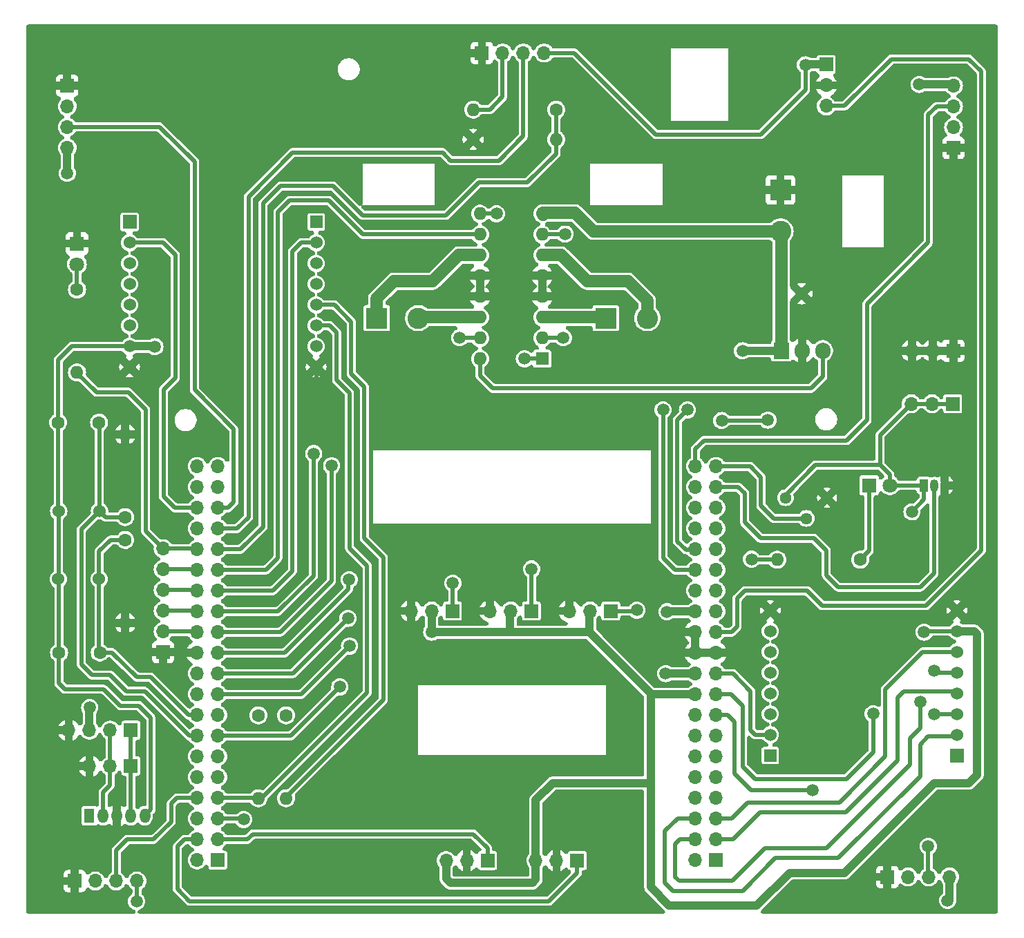
<source format=gbr>
%TF.GenerationSoftware,KiCad,Pcbnew,8.0.0*%
%TF.CreationDate,2024-08-23T14:42:40+02:00*%
%TF.ProjectId,Motor_Board_L476RG,4d6f746f-725f-4426-9f61-72645f4c3437,rev?*%
%TF.SameCoordinates,Original*%
%TF.FileFunction,Copper,L2,Bot*%
%TF.FilePolarity,Positive*%
%FSLAX46Y46*%
G04 Gerber Fmt 4.6, Leading zero omitted, Abs format (unit mm)*
G04 Created by KiCad (PCBNEW 8.0.0) date 2024-08-23 14:42:40*
%MOMM*%
%LPD*%
G01*
G04 APERTURE LIST*
%TA.AperFunction,ComponentPad*%
%ADD10R,1.700000X1.700000*%
%TD*%
%TA.AperFunction,ComponentPad*%
%ADD11O,1.700000X1.700000*%
%TD*%
%TA.AperFunction,ComponentPad*%
%ADD12C,1.600000*%
%TD*%
%TA.AperFunction,ComponentPad*%
%ADD13O,1.600000X1.600000*%
%TD*%
%TA.AperFunction,ComponentPad*%
%ADD14R,1.800000X1.800000*%
%TD*%
%TA.AperFunction,ComponentPad*%
%ADD15C,1.800000*%
%TD*%
%TA.AperFunction,ComponentPad*%
%ADD16C,1.440000*%
%TD*%
%TA.AperFunction,ComponentPad*%
%ADD17C,1.524000*%
%TD*%
%TA.AperFunction,ComponentPad*%
%ADD18R,1.050000X1.500000*%
%TD*%
%TA.AperFunction,ComponentPad*%
%ADD19O,1.050000X1.500000*%
%TD*%
%TA.AperFunction,ComponentPad*%
%ADD20R,1.600000X1.600000*%
%TD*%
%TA.AperFunction,ComponentPad*%
%ADD21R,1.275000X1.800000*%
%TD*%
%TA.AperFunction,ComponentPad*%
%ADD22O,1.275000X1.800000*%
%TD*%
%TA.AperFunction,ComponentPad*%
%ADD23R,1.676400X1.676400*%
%TD*%
%TA.AperFunction,ComponentPad*%
%ADD24R,1.524000X1.524000*%
%TD*%
%TA.AperFunction,ComponentPad*%
%ADD25R,2.600000X2.600000*%
%TD*%
%TA.AperFunction,ComponentPad*%
%ADD26C,2.600000*%
%TD*%
%TA.AperFunction,ComponentPad*%
%ADD27R,1.905000X2.000000*%
%TD*%
%TA.AperFunction,ComponentPad*%
%ADD28O,1.905000X2.000000*%
%TD*%
%TA.AperFunction,ViaPad*%
%ADD29C,1.500000*%
%TD*%
%TA.AperFunction,Conductor*%
%ADD30C,0.500000*%
%TD*%
%TA.AperFunction,Conductor*%
%ADD31C,1.500000*%
%TD*%
%TA.AperFunction,Conductor*%
%ADD32C,1.000000*%
%TD*%
G04 APERTURE END LIST*
D10*
%TO.P,J10,1,Pin_1*%
%TO.N,unconnected-(J10-Pin_1-Pad1)*%
X208500000Y-143440000D03*
D11*
%TO.P,J10,2,Pin_2*%
%TO.N,unconnected-(J10-Pin_2-Pad2)*%
X205960000Y-143440000D03*
%TO.P,J10,3,Pin_3*%
%TO.N,SCK*%
X208500000Y-140900000D03*
%TO.P,J10,4,Pin_4*%
%TO.N,MISO*%
X205960000Y-140900000D03*
%TO.P,J10,5,Pin_5*%
%TO.N,MOSI*%
X208500000Y-138360000D03*
%TO.P,J10,6,Pin_6*%
%TO.N,nRF_CE*%
X205960000Y-138360000D03*
%TO.P,J10,7,Pin_7*%
%TO.N,unconnected-(J10-Pin_7-Pad7)*%
X208500000Y-135820000D03*
%TO.P,J10,8,Pin_8*%
%TO.N,unconnected-(J10-Pin_8-Pad8)*%
X205960000Y-135820000D03*
%TO.P,J10,9,Pin_9*%
%TO.N,unconnected-(J10-Pin_9-Pad9)*%
X208500000Y-133280000D03*
%TO.P,J10,10,Pin_10*%
%TO.N,unconnected-(J10-Pin_10-Pad10)*%
X205960000Y-133280000D03*
%TO.P,J10,11,Pin_11*%
%TO.N,unconnected-(J10-Pin_11-Pad11)*%
X208500000Y-130740000D03*
%TO.P,J10,12,Pin_12*%
%TO.N,unconnected-(J10-Pin_12-Pad12)*%
X205960000Y-130740000D03*
%TO.P,J10,13,Pin_13*%
%TO.N,unconnected-(J10-Pin_13-Pad13)*%
X208500000Y-128200000D03*
%TO.P,J10,14,Pin_14*%
%TO.N,unconnected-(J10-Pin_14-Pad14)*%
X205960000Y-128200000D03*
%TO.P,J10,15,Pin_15*%
%TO.N,Din_4*%
X208500000Y-125660000D03*
%TO.P,J10,16,Pin_16*%
%TO.N,unconnected-(J10-Pin_16-Pad16)*%
X205960000Y-125660000D03*
%TO.P,J10,17,Pin_17*%
%TO.N,nRF_CS*%
X208500000Y-123120000D03*
%TO.P,J10,18,Pin_18*%
%TO.N,3.3V_NUC*%
X205960000Y-123120000D03*
%TO.P,J10,19,Pin_19*%
%TO.N,nRF_INT*%
X208500000Y-120580000D03*
%TO.P,J10,20,Pin_20*%
%TO.N,5V_NUC*%
X205960000Y-120580000D03*
%TO.P,J10,21,Pin_21*%
%TO.N,GND*%
X208500000Y-118040000D03*
%TO.P,J10,22,Pin_22*%
X205960000Y-118040000D03*
%TO.P,J10,23,Pin_23*%
%TO.N,Servo*%
X208500000Y-115500000D03*
%TO.P,J10,24,Pin_24*%
%TO.N,GND*%
X205960000Y-115500000D03*
%TO.P,J10,25,Pin_25*%
%TO.N,USER_BUTTON*%
X208500000Y-112960000D03*
%TO.P,J10,26,Pin_26*%
%TO.N,VIN*%
X205960000Y-112960000D03*
%TO.P,J10,27,Pin_27*%
%TO.N,unconnected-(J10-Pin_27-Pad27)*%
X208500000Y-110420000D03*
%TO.P,J10,28,Pin_28*%
%TO.N,unconnected-(J10-Pin_28-Pad28)*%
X205960000Y-110420000D03*
%TO.P,J10,29,Pin_29*%
%TO.N,unconnected-(J10-Pin_29-Pad29)*%
X208500000Y-107880000D03*
%TO.P,J10,30,Pin_30*%
%TO.N,MOT_R_1*%
X205960000Y-107880000D03*
%TO.P,J10,31,Pin_31*%
%TO.N,unconnected-(J10-Pin_31-Pad31)*%
X208500000Y-105340000D03*
%TO.P,J10,32,Pin_32*%
%TO.N,MOT_R_2*%
X205960000Y-105340000D03*
%TO.P,J10,33,Pin_33*%
%TO.N,unconnected-(J10-Pin_33-Pad33)*%
X208500000Y-102800000D03*
%TO.P,J10,34,Pin_34*%
%TO.N,ADC_OUT*%
X205960000Y-102800000D03*
%TO.P,J10,35,Pin_35*%
%TO.N,unconnected-(J10-Pin_35-Pad35)*%
X208500000Y-100260000D03*
%TO.P,J10,36,Pin_36*%
%TO.N,unconnected-(J10-Pin_36-Pad36)*%
X205960000Y-100260000D03*
%TO.P,J10,37,Pin_37*%
%TO.N,TEMP_OUT*%
X208500000Y-97720000D03*
%TO.P,J10,38,Pin_38*%
%TO.N,unconnected-(J10-Pin_38-Pad38)*%
X205960000Y-97720000D03*
%TO.P,J10,39,Pin_39*%
%TO.N,POT_OUT*%
X208500000Y-95180000D03*
%TO.P,J10,40,Pin_40*%
%TO.N,Din_1*%
X205960000Y-95180000D03*
%TD*%
D10*
%TO.P,J11,1,Pin_1*%
%TO.N,unconnected-(J11-Pin_1-Pad1)*%
X147460001Y-143440000D03*
D11*
%TO.P,J11,2,Pin_2*%
%TO.N,unconnected-(J11-Pin_2-Pad2)*%
X144920001Y-143440000D03*
%TO.P,J11,3,Pin_3*%
%TO.N,Speed_L*%
X147460001Y-140900000D03*
%TO.P,J11,4,Pin_4*%
%TO.N,Speed_R*%
X144920001Y-140900000D03*
%TO.P,J11,5,Pin_5*%
%TO.N,SCL*%
X147460001Y-138360000D03*
%TO.P,J11,6,Pin_6*%
%TO.N,unconnected-(J11-Pin_6-Pad6)*%
X144920001Y-138360000D03*
%TO.P,J11,7,Pin_7*%
%TO.N,SDA*%
X147460001Y-135820000D03*
%TO.P,J11,8,Pin_8*%
%TO.N,Din_3*%
X144920001Y-135820000D03*
%TO.P,J11,9,Pin_9*%
%TO.N,unconnected-(J11-Pin_9-Pad9)*%
X147460001Y-133280000D03*
%TO.P,J11,10,Pin_10*%
%TO.N,unconnected-(J11-Pin_10-Pad10)*%
X144920001Y-133280000D03*
%TO.P,J11,11,Pin_11*%
%TO.N,unconnected-(J11-Pin_11-Pad11)*%
X147460001Y-130740000D03*
%TO.P,J11,12,Pin_12*%
%TO.N,unconnected-(J11-Pin_12-Pad12)*%
X144920001Y-130740000D03*
%TO.P,J11,13,Pin_13*%
%TO.N,Line_R*%
X147460001Y-128200000D03*
%TO.P,J11,14,Pin_14*%
%TO.N,SW2_OUT*%
X144920001Y-128200000D03*
%TO.P,J11,15,Pin_15*%
%TO.N,unconnected-(J11-Pin_15-Pad15)*%
X147460001Y-125660000D03*
%TO.P,J11,16,Pin_16*%
%TO.N,SW1_OUT*%
X144920001Y-125660000D03*
%TO.P,J11,17,Pin_17*%
%TO.N,Line_L*%
X147460001Y-123120000D03*
%TO.P,J11,18,Pin_18*%
%TO.N,unconnected-(J11-Pin_18-Pad18)*%
X144920001Y-123120000D03*
%TO.P,J11,19,Pin_19*%
%TO.N,Line_C*%
X147460001Y-120580000D03*
%TO.P,J11,20,Pin_20*%
%TO.N,unconnected-(J11-Pin_20-Pad20)*%
X144920001Y-120580000D03*
%TO.P,J11,21,Pin_21*%
%TO.N,LED_OUT*%
X147460001Y-118040000D03*
%TO.P,J11,22,Pin_22*%
%TO.N,GND*%
X144920001Y-118040000D03*
%TO.P,J11,23,Pin_23*%
%TO.N,MOT_EN*%
X147460001Y-115500000D03*
%TO.P,J11,24,Pin_24*%
%TO.N,Net-(J11-Pin_24)*%
X144920001Y-115500000D03*
%TO.P,J11,25,Pin_25*%
%TO.N,MOT_L_2*%
X147460001Y-112960000D03*
%TO.P,J11,26,Pin_26*%
%TO.N,Net-(J11-Pin_26)*%
X144920001Y-112960000D03*
%TO.P,J11,27,Pin_27*%
%TO.N,Accel_INT*%
X147460001Y-110420000D03*
%TO.P,J11,28,Pin_28*%
%TO.N,Net-(J11-Pin_28)*%
X144920001Y-110420000D03*
%TO.P,J11,29,Pin_29*%
%TO.N,MOT_L_1*%
X147460001Y-107880000D03*
%TO.P,J11,30,Pin_30*%
%TO.N,Net-(J11-Pin_30)*%
X144920001Y-107880000D03*
%TO.P,J11,31,Pin_31*%
%TO.N,US_echo_in*%
X147460001Y-105340000D03*
%TO.P,J11,32,Pin_32*%
%TO.N,LED_OUT2*%
X144920001Y-105340000D03*
%TO.P,J11,33,Pin_33*%
%TO.N,US_trig*%
X147460001Y-102800000D03*
%TO.P,J11,34,Pin_34*%
%TO.N,unconnected-(J11-Pin_34-Pad34)*%
X144920001Y-102800000D03*
%TO.P,J11,35,Pin_35*%
%TO.N,Din_2*%
X147460001Y-100260000D03*
%TO.P,J11,36,Pin_36*%
%TO.N,Accel_RESET*%
X144920001Y-100260000D03*
%TO.P,J11,37,Pin_37*%
%TO.N,unconnected-(J11-Pin_37-Pad37)*%
X147460001Y-97720000D03*
%TO.P,J11,38,Pin_38*%
%TO.N,unconnected-(J11-Pin_38-Pad38)*%
X144920001Y-97720000D03*
%TO.P,J11,39,Pin_39*%
%TO.N,unconnected-(J11-Pin_39-Pad39)*%
X147460001Y-95180000D03*
%TO.P,J11,40,Pin_40*%
%TO.N,unconnected-(J11-Pin_40-Pad40)*%
X144920001Y-95180000D03*
%TD*%
D10*
%TO.P,J3,1,Pin_1*%
%TO.N,Line_R*%
X195600000Y-112900000D03*
D11*
%TO.P,J3,2,Pin_2*%
%TO.N,3.3V_NUC*%
X193060000Y-112900000D03*
%TO.P,J3,3,Pin_3*%
%TO.N,GND*%
X190520000Y-112900000D03*
%TD*%
D12*
%TO.P,R3,1*%
%TO.N,US_echo_in*%
X188900000Y-51450000D03*
D13*
%TO.P,R3,2*%
%TO.N,US_echo*%
X178740000Y-51450000D03*
%TD*%
D12*
%TO.P,R2,1*%
%TO.N,SW2_OUT*%
X136100000Y-101400000D03*
D13*
%TO.P,R2,2*%
%TO.N,GND*%
X136100000Y-91240000D03*
%TD*%
D10*
%TO.P,J15,1,Pin_1*%
%TO.N,GND*%
X229500000Y-145500000D03*
D11*
%TO.P,J15,2,Pin_2*%
%TO.N,unconnected-(J15-Pin_2-Pad2)*%
X232040000Y-145500000D03*
%TO.P,J15,3,Pin_3*%
%TO.N,Din_4*%
X234580000Y-145500000D03*
%TO.P,J15,4,Pin_4*%
%TO.N,5V_NUC*%
X237120000Y-145500000D03*
%TD*%
D12*
%TO.P,R4,1*%
%TO.N,GND*%
X178740000Y-55100000D03*
D13*
%TO.P,R4,2*%
%TO.N,US_echo_in*%
X188900000Y-55100000D03*
%TD*%
D10*
%TO.P,J2,1,Pin_1*%
%TO.N,Speed_L*%
X180500000Y-143500000D03*
D11*
%TO.P,J2,2,Pin_2*%
%TO.N,GND*%
X177960000Y-143500000D03*
%TO.P,J2,3,Pin_3*%
%TO.N,3.3V_NUC*%
X175420000Y-143500000D03*
%TD*%
D10*
%TO.P,J12,1,Pin_1*%
%TO.N,GND*%
X237600000Y-56150000D03*
D11*
%TO.P,J12,2,Pin_2*%
%TO.N,unconnected-(J12-Pin_2-Pad2)*%
X237600000Y-53610000D03*
%TO.P,J12,3,Pin_3*%
%TO.N,Din_1*%
X237600000Y-51070000D03*
%TO.P,J12,4,Pin_4*%
%TO.N,5V_NUC*%
X237600000Y-48530000D03*
%TD*%
D14*
%TO.P,D1,1,K*%
%TO.N,Net-(D1-K)*%
X227260000Y-97500000D03*
D15*
%TO.P,D1,2,A*%
%TO.N,3.3V_NUC*%
X229800000Y-97500000D03*
%TD*%
D16*
%TO.P,RV1,1,1*%
%TO.N,3.3V_NUC*%
X217020000Y-99015000D03*
%TO.P,RV1,2,2*%
%TO.N,POT_OUT*%
X219560000Y-101555000D03*
%TO.P,RV1,3,3*%
%TO.N,GND*%
X222100000Y-99015000D03*
%TD*%
D17*
%TO.P,SW1,1,1*%
%TO.N,3.3V_NUC*%
X127900000Y-109000000D03*
%TO.P,SW1,2,2*%
%TO.N,SW1_OUT*%
X132900000Y-109000000D03*
%TD*%
D18*
%TO.P,U1,1,+V_{S}*%
%TO.N,3.3V_NUC*%
X233960000Y-97500000D03*
D19*
%TO.P,U1,2,V_{OUT}*%
%TO.N,TEMP_OUT*%
X235230000Y-97500000D03*
%TO.P,U1,3,GND*%
%TO.N,GND*%
X236500000Y-97500000D03*
%TD*%
D12*
%TO.P,R7,1*%
%TO.N,3.3V_NUC*%
X152420001Y-125700000D03*
D13*
%TO.P,R7,2*%
%TO.N,SDA*%
X152420001Y-135860000D03*
%TD*%
D20*
%TO.P,C3,1*%
%TO.N,VIN*%
X216500000Y-74000000D03*
D12*
%TO.P,C3,2*%
%TO.N,GND*%
X219000000Y-74000000D03*
%TD*%
%TO.P,R5,1*%
%TO.N,Net-(D1-K)*%
X226160000Y-106615000D03*
D13*
%TO.P,R5,2*%
%TO.N,LED_OUT*%
X216000000Y-106615000D03*
%TD*%
D21*
%TO.P,J9,1,Pin_1*%
%TO.N,unconnected-(J9-Pin_1-Pad1)*%
X131700000Y-138000000D03*
D22*
%TO.P,J9,2,Pin_2*%
%TO.N,SDA*%
X133400000Y-138000000D03*
%TO.P,J9,3,Pin_3*%
%TO.N,GND*%
X135100000Y-138000000D03*
%TO.P,J9,4,Pin_4*%
%TO.N,SCL*%
X136800000Y-138000000D03*
%TO.P,J9,5,Pin_5*%
%TO.N,3.3V_NUC*%
X138500000Y-138000000D03*
%TD*%
D12*
%TO.P,R1,1*%
%TO.N,SW1_OUT*%
X136100000Y-104200000D03*
D13*
%TO.P,R1,2*%
%TO.N,GND*%
X136100000Y-114360000D03*
%TD*%
D10*
%TO.P,J18,1,Pin_1*%
%TO.N,SCL*%
X136800000Y-127510000D03*
D11*
%TO.P,J18,2,Pin_2*%
%TO.N,SDA*%
X134260000Y-127510000D03*
%TO.P,J18,3,Pin_3*%
%TO.N,5V_NUC*%
X131720000Y-127510000D03*
%TO.P,J18,4,Pin_4*%
%TO.N,GND*%
X129180000Y-127510000D03*
%TD*%
D12*
%TO.P,R8,1*%
%TO.N,Net-(D2-A)*%
X130200000Y-73500000D03*
D13*
%TO.P,R8,2*%
%TO.N,LED_OUT2*%
X130200000Y-83660000D03*
%TD*%
D10*
%TO.P,J6,1,Pin_1*%
%TO.N,GND*%
X179810000Y-44500000D03*
D11*
%TO.P,J6,2,Pin_2*%
%TO.N,US_echo*%
X182350000Y-44500000D03*
%TO.P,J6,3,Pin_3*%
%TO.N,US_trig*%
X184890000Y-44500000D03*
%TO.P,J6,4,Pin_4*%
%TO.N,5V*%
X187430000Y-44500000D03*
%TD*%
D10*
%TO.P,J17,1,Pin_1*%
%TO.N,SCL*%
X136800000Y-131910000D03*
D11*
%TO.P,J17,2,Pin_2*%
%TO.N,SDA*%
X134260000Y-131910000D03*
%TO.P,J17,3,Pin_3*%
%TO.N,GND*%
X131720000Y-131910000D03*
%TD*%
D12*
%TO.P,C1,1*%
%TO.N,3.3V_NUC*%
X128000000Y-118000000D03*
%TO.P,C1,2*%
%TO.N,SW1_OUT*%
X133000000Y-118000000D03*
%TD*%
D23*
%TO.P,CON1,P1,AN*%
%TO.N,unconnected-(CON1-AN-PadP1)*%
X136640000Y-65220000D03*
D17*
%TO.P,CON1,P2,RST*%
%TO.N,Accel_RESET*%
X136640000Y-67760000D03*
%TO.P,CON1,P3,CS*%
%TO.N,unconnected-(CON1-CS-PadP3)*%
X136640000Y-70300000D03*
%TO.P,CON1,P4,SCK*%
%TO.N,unconnected-(CON1-SCK-PadP4)*%
X136640000Y-72840000D03*
%TO.P,CON1,P5,MISO*%
%TO.N,unconnected-(CON1-MISO-PadP5)*%
X136640000Y-75380000D03*
%TO.P,CON1,P6,MOSI*%
%TO.N,unconnected-(CON1-MOSI-PadP6)*%
X136640000Y-77920000D03*
%TO.P,CON1,P7,3V3*%
%TO.N,3.3V_NUC*%
X136640000Y-80460000D03*
%TO.P,CON1,P8,GND1*%
%TO.N,GND*%
X136640000Y-83000000D03*
%TO.P,CON1,P9,GND2*%
X159500000Y-83000000D03*
%TO.P,CON1,P10,5V*%
%TO.N,unconnected-(CON1-5V-PadP10)*%
X159500000Y-80460000D03*
%TO.P,CON1,P11,SDA*%
%TO.N,SDA*%
X159500000Y-77920000D03*
%TO.P,CON1,P12,SCL*%
%TO.N,SCL*%
X159500000Y-75380000D03*
%TO.P,CON1,P13,RX*%
%TO.N,unconnected-(CON1-RX-PadP13)*%
X159500000Y-72840000D03*
%TO.P,CON1,P14,TX*%
%TO.N,unconnected-(CON1-TX-PadP14)*%
X159500000Y-70300000D03*
%TO.P,CON1,P15,INT*%
%TO.N,Accel_INT*%
X159500000Y-67760000D03*
D24*
%TO.P,CON1,P16,PWM*%
%TO.N,unconnected-(CON1-PWM-PadP16)*%
X159500000Y-65220000D03*
%TD*%
D12*
%TO.P,C2,1*%
%TO.N,3.3V_NUC*%
X127900000Y-89800000D03*
%TO.P,C2,2*%
%TO.N,SW2_OUT*%
X132900000Y-89800000D03*
%TD*%
D10*
%TO.P,J23,1,Pin_1*%
%TO.N,GND*%
X140750000Y-117950000D03*
D11*
%TO.P,J23,2,Pin_2*%
%TO.N,Net-(J11-Pin_24)*%
X140750000Y-115410000D03*
%TO.P,J23,3,Pin_3*%
%TO.N,Net-(J11-Pin_26)*%
X140750000Y-112870000D03*
%TO.P,J23,4,Pin_4*%
%TO.N,Net-(J11-Pin_28)*%
X140750000Y-110330000D03*
%TO.P,J23,5,Pin_5*%
%TO.N,Net-(J11-Pin_30)*%
X140750000Y-107790000D03*
%TO.P,J23,6,Pin_6*%
%TO.N,LED_OUT2*%
X140750000Y-105250000D03*
%TD*%
D23*
%TO.P,CON2,P1,AN*%
%TO.N,unconnected-(CON2-AN-PadP1)*%
X238000000Y-130620000D03*
D17*
%TO.P,CON2,P2,RST*%
%TO.N,nRF_CE*%
X238000000Y-128080000D03*
%TO.P,CON2,P3,CS*%
%TO.N,nRF_CS*%
X238000000Y-125540000D03*
%TO.P,CON2,P4,SCK*%
%TO.N,SCK*%
X238000000Y-123000000D03*
%TO.P,CON2,P5,MISO*%
%TO.N,MISO*%
X238000000Y-120460000D03*
%TO.P,CON2,P6,MOSI*%
%TO.N,MOSI*%
X238000000Y-117920000D03*
%TO.P,CON2,P7,3V3*%
%TO.N,3.3V_NUC*%
X238000000Y-115380000D03*
%TO.P,CON2,P8,GND1*%
%TO.N,GND*%
X238000000Y-112840000D03*
%TO.P,CON2,P9,GND2*%
X215140000Y-112840000D03*
%TO.P,CON2,P10,5V*%
%TO.N,unconnected-(CON2-5V-PadP10)*%
X215140000Y-115380000D03*
%TO.P,CON2,P11,SDA*%
%TO.N,unconnected-(CON2-SDA-PadP11)*%
X215140000Y-117920000D03*
%TO.P,CON2,P12,SCL*%
%TO.N,unconnected-(CON2-SCL-PadP12)*%
X215140000Y-120460000D03*
%TO.P,CON2,P13,RX*%
%TO.N,unconnected-(CON2-RX-PadP13)*%
X215140000Y-123000000D03*
%TO.P,CON2,P14,TX*%
%TO.N,unconnected-(CON2-TX-PadP14)*%
X215140000Y-125540000D03*
%TO.P,CON2,P15,INT*%
%TO.N,nRF_INT*%
X215140000Y-128080000D03*
D24*
%TO.P,CON2,P16,PWM*%
%TO.N,unconnected-(CON2-PWM-PadP16)*%
X215140000Y-130620000D03*
%TD*%
D10*
%TO.P,J14,1,Pin_1*%
%TO.N,GND*%
X129920000Y-146000000D03*
D11*
%TO.P,J14,2,Pin_2*%
%TO.N,unconnected-(J14-Pin_2-Pad2)*%
X132460000Y-146000000D03*
%TO.P,J14,3,Pin_3*%
%TO.N,Din_3*%
X135000000Y-146000000D03*
%TO.P,J14,4,Pin_4*%
%TO.N,5V_NUC*%
X137540000Y-146000000D03*
%TD*%
D25*
%TO.P,J21,1,Pin_1*%
%TO.N,Net-(J21-Pin_1)*%
X195000000Y-77000000D03*
D26*
%TO.P,J21,2,Pin_2*%
%TO.N,Net-(J21-Pin_2)*%
X200080000Y-77000000D03*
%TD*%
D20*
%TO.P,U3,1,1\u002C2EN*%
%TO.N,MOT_EN*%
X187200000Y-81980000D03*
D13*
%TO.P,U3,2,1A*%
%TO.N,MOT_R_1*%
X187200000Y-79440000D03*
%TO.P,U3,3,1Y*%
%TO.N,Net-(J21-Pin_1)*%
X187200000Y-76900000D03*
%TO.P,U3,4,GND*%
%TO.N,GND*%
X187200000Y-74360000D03*
%TO.P,U3,5,GND*%
X187200000Y-71820000D03*
%TO.P,U3,6,2Y*%
%TO.N,Net-(J21-Pin_2)*%
X187200000Y-69280000D03*
%TO.P,U3,7,2A*%
%TO.N,MOT_R_2*%
X187200000Y-66740000D03*
%TO.P,U3,8,VCC2*%
%TO.N,VIN*%
X187200000Y-64200000D03*
%TO.P,U3,9,3\u002C4EN*%
%TO.N,MOT_EN*%
X179580000Y-64200000D03*
%TO.P,U3,10,3A*%
%TO.N,MOT_L_1*%
X179580000Y-66740000D03*
%TO.P,U3,11,3Y*%
%TO.N,Net-(J22-Pin_1)*%
X179580000Y-69280000D03*
%TO.P,U3,12,GND*%
%TO.N,GND*%
X179580000Y-71820000D03*
%TO.P,U3,13,GND*%
X179580000Y-74360000D03*
%TO.P,U3,14,4Y*%
%TO.N,Net-(J22-Pin_2)*%
X179580000Y-76900000D03*
%TO.P,U3,15,4A*%
%TO.N,MOT_L_2*%
X179580000Y-79440000D03*
%TO.P,U3,16,VCC1*%
%TO.N,5V*%
X179580000Y-81980000D03*
%TD*%
D10*
%TO.P,J7,1,Pin_1*%
%TO.N,5V*%
X222000000Y-45920000D03*
D11*
%TO.P,J7,2,Pin_2*%
%TO.N,GND*%
X222000000Y-48460000D03*
%TO.P,J7,3,Pin_3*%
%TO.N,Servo*%
X222000000Y-51000000D03*
%TD*%
D10*
%TO.P,J13,1,Pin_1*%
%TO.N,GND*%
X129000000Y-48500000D03*
D11*
%TO.P,J13,2,Pin_2*%
%TO.N,unconnected-(J13-Pin_2-Pad2)*%
X129000000Y-51040000D03*
%TO.P,J13,3,Pin_3*%
%TO.N,Din_2*%
X129000000Y-53580000D03*
%TO.P,J13,4,Pin_4*%
%TO.N,5V_NUC*%
X129000000Y-56120000D03*
%TD*%
D12*
%TO.P,R6,1*%
%TO.N,3.3V_NUC*%
X155820001Y-125700000D03*
D13*
%TO.P,R6,2*%
%TO.N,SCL*%
X155820001Y-135860000D03*
%TD*%
D17*
%TO.P,SW2,1,1*%
%TO.N,3.3V_NUC*%
X127950000Y-100650000D03*
%TO.P,SW2,2,2*%
%TO.N,SW2_OUT*%
X132950000Y-100650000D03*
%TD*%
D10*
%TO.P,J19,1,Pin_1*%
%TO.N,GND*%
X237580000Y-81000000D03*
D11*
%TO.P,J19,2,Pin_2*%
X235040000Y-81000000D03*
%TO.P,J19,3,Pin_3*%
X232500000Y-81000000D03*
%TD*%
D25*
%TO.P,J8,1,Pin_1*%
%TO.N,GND*%
X216400000Y-61300000D03*
D26*
%TO.P,J8,2,Pin_2*%
%TO.N,VIN*%
X216400000Y-66380000D03*
%TD*%
D10*
%TO.P,J20,1,Pin_1*%
%TO.N,3.3V_NUC*%
X237500000Y-87500000D03*
D11*
%TO.P,J20,2,Pin_2*%
X234960000Y-87500000D03*
%TO.P,J20,3,Pin_3*%
X232420000Y-87500000D03*
%TD*%
D14*
%TO.P,D2,1,K*%
%TO.N,GND*%
X130200000Y-67860000D03*
D15*
%TO.P,D2,2,A*%
%TO.N,Net-(D2-A)*%
X130200000Y-70400000D03*
%TD*%
D10*
%TO.P,J5,1,Pin_1*%
%TO.N,Line_L*%
X176200000Y-112900000D03*
D11*
%TO.P,J5,2,Pin_2*%
%TO.N,3.3V_NUC*%
X173660000Y-112900000D03*
%TO.P,J5,3,Pin_3*%
%TO.N,GND*%
X171120000Y-112900000D03*
%TD*%
D10*
%TO.P,J1,1,Pin_1*%
%TO.N,Speed_R*%
X191500000Y-143500000D03*
D11*
%TO.P,J1,2,Pin_2*%
%TO.N,GND*%
X188960000Y-143500000D03*
%TO.P,J1,3,Pin_3*%
%TO.N,3.3V_NUC*%
X186420000Y-143500000D03*
%TD*%
D25*
%TO.P,J22,1,Pin_1*%
%TO.N,Net-(J22-Pin_1)*%
X166920000Y-77000000D03*
D26*
%TO.P,J22,2,Pin_2*%
%TO.N,Net-(J22-Pin_2)*%
X172000000Y-77000000D03*
%TD*%
D10*
%TO.P,J4,1,Pin_1*%
%TO.N,Line_C*%
X185900000Y-112900000D03*
D11*
%TO.P,J4,2,Pin_2*%
%TO.N,3.3V_NUC*%
X183360000Y-112900000D03*
%TO.P,J4,3,Pin_3*%
%TO.N,GND*%
X180820000Y-112900000D03*
%TD*%
D27*
%TO.P,U2,1,VI*%
%TO.N,VIN*%
X216500000Y-81000000D03*
D28*
%TO.P,U2,2,GND*%
%TO.N,GND*%
X219040000Y-81000000D03*
%TO.P,U2,3,VO*%
%TO.N,5V*%
X221580000Y-81000000D03*
%TD*%
D29*
%TO.N,LED_OUT*%
X212850000Y-106550000D03*
X214850000Y-89500000D03*
X209200000Y-89550000D03*
X163550000Y-109050000D03*
%TO.N,GND*%
X159500000Y-85700000D03*
X167600000Y-85700000D03*
%TO.N,VIN*%
X211750000Y-81000000D03*
X202500000Y-113000000D03*
%TO.N,5V_NUC*%
X233400000Y-48350000D03*
X236875000Y-148375000D03*
X137500000Y-148500000D03*
X129000000Y-59250000D03*
X202330000Y-120580000D03*
X131750000Y-124750000D03*
%TO.N,nRF_CS*%
X235250000Y-125540000D03*
X227750000Y-125500000D03*
%TO.N,3.3V_NUC*%
X139750000Y-80500000D03*
X232500000Y-100750000D03*
X234000000Y-115500000D03*
X173660000Y-115500000D03*
%TO.N,MISO*%
X235250000Y-120250000D03*
X233500000Y-124000000D03*
X235250000Y-120250000D03*
%TO.N,SCL*%
X150620001Y-138460000D03*
%TO.N,Line_R*%
X198800000Y-112800000D03*
X162400000Y-122200000D03*
%TO.N,Line_C*%
X163400000Y-113800000D03*
X185900000Y-107750000D03*
%TO.N,Line_L*%
X163600000Y-117200000D03*
X176250000Y-109500000D03*
%TO.N,Din_4*%
X234500000Y-141750000D03*
X220300000Y-134900000D03*
%TO.N,MOT_EN*%
X161400000Y-95100000D03*
X185020000Y-81980000D03*
X181600000Y-64200000D03*
%TO.N,MOT_R_2*%
X205000000Y-88250000D03*
X190000000Y-66700000D03*
X190000000Y-66700000D03*
%TO.N,MOT_L_2*%
X177100000Y-79400000D03*
X159200000Y-93600000D03*
%TO.N,MOT_R_1*%
X189800000Y-79400000D03*
X202000000Y-88250000D03*
%TO.N,5V*%
X219450000Y-45950000D03*
%TD*%
D30*
%TO.N,LED_OUT*%
X212915000Y-106615000D02*
X212850000Y-106550000D01*
X216000000Y-106615000D02*
X212915000Y-106615000D01*
X214800000Y-89550000D02*
X214850000Y-89500000D01*
X209200000Y-89550000D02*
X214800000Y-89550000D01*
X163450000Y-109050000D02*
X163550000Y-109050000D01*
X160900000Y-112800000D02*
X163450000Y-110250000D01*
X163450000Y-110250000D02*
X163450000Y-109050000D01*
X155660000Y-118040000D02*
X160900000Y-112800000D01*
X147460001Y-118040000D02*
X155660000Y-118040000D01*
%TO.N,GND*%
X170840000Y-74360000D02*
X179580000Y-74360000D01*
X167600000Y-83400000D02*
X169700000Y-81300000D01*
X169700000Y-81300000D02*
X169700000Y-75500000D01*
X169700000Y-75500000D02*
X170840000Y-74360000D01*
X167600000Y-85700000D02*
X167600000Y-83400000D01*
X159500000Y-85700000D02*
X159500000Y-83000000D01*
%TO.N,SW1_OUT*%
X137500000Y-121000000D02*
X134500000Y-118000000D01*
X132900000Y-117900000D02*
X132900000Y-109000000D01*
X143910000Y-125660000D02*
X139250000Y-121000000D01*
X133000000Y-118000000D02*
X132900000Y-117900000D01*
X134500000Y-118000000D02*
X133000000Y-118000000D01*
X136280000Y-104020000D02*
X136100000Y-104200000D01*
X132900000Y-105600000D02*
X132900000Y-109000000D01*
X134300000Y-104200000D02*
X132900000Y-105600000D01*
X144920001Y-125660000D02*
X143910000Y-125660000D01*
X136100000Y-104200000D02*
X134300000Y-104200000D01*
X139250000Y-121000000D02*
X137500000Y-121000000D01*
%TO.N,SW2_OUT*%
X138500000Y-122750000D02*
X136250000Y-122750000D01*
X134250000Y-120750000D02*
X132000000Y-120750000D01*
X144920001Y-128200000D02*
X143950000Y-128200000D01*
X130750000Y-119500000D02*
X130750000Y-102850000D01*
X130750000Y-102850000D02*
X132950000Y-100650000D01*
X132950000Y-100650000D02*
X132950000Y-89850000D01*
X132950000Y-89850000D02*
X132900000Y-89800000D01*
X143950000Y-128200000D02*
X138500000Y-122750000D01*
X136100000Y-101400000D02*
X133700000Y-101400000D01*
X133700000Y-101400000D02*
X132950000Y-100650000D01*
X132000000Y-120750000D02*
X130750000Y-119500000D01*
X136250000Y-122750000D02*
X134250000Y-120750000D01*
D31*
%TO.N,VIN*%
X191200000Y-64100000D02*
X193480000Y-66380000D01*
X187300000Y-64100000D02*
X191200000Y-64100000D01*
X187200000Y-64200000D02*
X187300000Y-64100000D01*
X216500000Y-66480000D02*
X216400000Y-66380000D01*
D32*
X202540000Y-112960000D02*
X202500000Y-113000000D01*
D31*
X187300000Y-64300000D02*
X187200000Y-64200000D01*
X193480000Y-66380000D02*
X216400000Y-66380000D01*
D32*
X205960000Y-112960000D02*
X202540000Y-112960000D01*
D31*
X216500000Y-81000000D02*
X216500000Y-74000000D01*
D32*
X211750000Y-81000000D02*
X216500000Y-81000000D01*
D31*
X216500000Y-74000000D02*
X216500000Y-66480000D01*
D32*
%TO.N,5V_NUC*%
X131720000Y-127510000D02*
X131720000Y-124780000D01*
X236875000Y-148375000D02*
X237120000Y-148130000D01*
X233400000Y-48350000D02*
X237420000Y-48350000D01*
X202250000Y-120500000D02*
X202330000Y-120580000D01*
X129000000Y-59250000D02*
X129000000Y-56120000D01*
D30*
X137540000Y-146000000D02*
X137540000Y-148460000D01*
X137540000Y-148460000D02*
X137500000Y-148500000D01*
D32*
X205960000Y-120580000D02*
X202330000Y-120580000D01*
X131720000Y-124780000D02*
X131750000Y-124750000D01*
D30*
X131500000Y-127900000D02*
X131540000Y-127860000D01*
D32*
X237120000Y-148130000D02*
X237120000Y-145500000D01*
X237420000Y-48350000D02*
X237600000Y-48530000D01*
D30*
%TO.N,nRF_CS*%
X224500000Y-133500000D02*
X213300000Y-133500000D01*
X227750000Y-130250000D02*
X224500000Y-133500000D01*
X211750000Y-124500000D02*
X210370000Y-123120000D01*
X210370000Y-123120000D02*
X208500000Y-123120000D01*
X235250000Y-125540000D02*
X238000000Y-125540000D01*
X211750000Y-131950000D02*
X211750000Y-124500000D01*
X213300000Y-133500000D02*
X211750000Y-131950000D01*
X227750000Y-125500000D02*
X227750000Y-130250000D01*
%TO.N,nRF_CE*%
X215800000Y-143200000D02*
X223500000Y-143200000D01*
X205960000Y-138360000D02*
X203780000Y-138360000D01*
X223500000Y-143200000D02*
X233500000Y-133200000D01*
X202250000Y-146250000D02*
X203250000Y-147250000D01*
X203780000Y-138360000D02*
X202250000Y-139890000D01*
X237830000Y-128250000D02*
X238000000Y-128080000D01*
X234500000Y-128250000D02*
X237830000Y-128250000D01*
X233500000Y-133200000D02*
X233500000Y-129250000D01*
X211750000Y-147250000D02*
X215800000Y-143200000D01*
X203250000Y-147250000D02*
X211750000Y-147250000D01*
X233500000Y-129250000D02*
X234500000Y-128250000D01*
X202250000Y-139890000D02*
X202250000Y-146250000D01*
%TO.N,nRF_INT*%
X210580000Y-120580000D02*
X212750000Y-122750000D01*
X212750000Y-122750000D02*
X212750000Y-127500000D01*
X213330000Y-128080000D02*
X215140000Y-128080000D01*
X208500000Y-120580000D02*
X210580000Y-120580000D01*
X212750000Y-127500000D02*
X213330000Y-128080000D01*
D32*
%TO.N,3.3V_NUC*%
X200500000Y-146750000D02*
X202750000Y-149000000D01*
X183250000Y-115500000D02*
X173660000Y-115500000D01*
D30*
X127900000Y-100600000D02*
X127950000Y-100650000D01*
X234000000Y-97540000D02*
X233960000Y-97500000D01*
X234960000Y-87500000D02*
X237500000Y-87500000D01*
X127950000Y-108950000D02*
X127900000Y-109000000D01*
D32*
X173660000Y-115500000D02*
X173660000Y-112900000D01*
D30*
X129540000Y-80460000D02*
X136640000Y-80460000D01*
D32*
X186420000Y-143500000D02*
X186420000Y-136080000D01*
X200500000Y-123240000D02*
X200620000Y-123120000D01*
D30*
X232500000Y-100750000D02*
X234000000Y-99250000D01*
D32*
X217500000Y-145000000D02*
X224250000Y-145000000D01*
D30*
X228600000Y-91320000D02*
X228600000Y-95000000D01*
D32*
X136640000Y-80460000D02*
X139710000Y-80460000D01*
X196750000Y-134000000D02*
X200500000Y-134000000D01*
X193000000Y-112960000D02*
X193000000Y-115500000D01*
D30*
X127900000Y-82100000D02*
X129540000Y-80460000D01*
X128000000Y-119000000D02*
X128000000Y-109100000D01*
X238000000Y-115380000D02*
X234120000Y-115380000D01*
D32*
X175420000Y-145670000D02*
X176000000Y-146250000D01*
D30*
X139250000Y-126000000D02*
X139250000Y-137250000D01*
D32*
X200620000Y-123120000D02*
X205960000Y-123120000D01*
D30*
X232420000Y-87500000D02*
X228600000Y-91320000D01*
X220700000Y-95000000D02*
X228600000Y-95000000D01*
D32*
X240500000Y-133000000D02*
X240500000Y-115750000D01*
D30*
X229800000Y-97500000D02*
X233960000Y-97500000D01*
D32*
X200500000Y-134000000D02*
X200500000Y-123240000D01*
D30*
X137750000Y-124500000D02*
X139250000Y-126000000D01*
D32*
X240500000Y-115750000D02*
X240130000Y-115380000D01*
D30*
X128750000Y-122500000D02*
X133500000Y-122500000D01*
D32*
X240130000Y-115380000D02*
X238000000Y-115380000D01*
D30*
X234120000Y-115380000D02*
X234000000Y-115500000D01*
X139250000Y-137250000D02*
X138500000Y-138000000D01*
D32*
X175420000Y-143500000D02*
X175420000Y-145670000D01*
D30*
X127900000Y-89800000D02*
X127900000Y-100600000D01*
D32*
X183250000Y-115500000D02*
X183250000Y-113010000D01*
D30*
X128000000Y-119000000D02*
X128000000Y-121750000D01*
D32*
X193060000Y-112900000D02*
X193000000Y-112960000D01*
X193000000Y-115500000D02*
X200620000Y-123120000D01*
X186420000Y-136080000D02*
X188500000Y-134000000D01*
D30*
X229800000Y-96200000D02*
X229800000Y-97500000D01*
X228600000Y-95000000D02*
X229800000Y-96200000D01*
D32*
X186000000Y-146250000D02*
X186420000Y-145830000D01*
D30*
X217020000Y-98680000D02*
X220700000Y-95000000D01*
X128000000Y-109100000D02*
X127900000Y-109000000D01*
D32*
X202750000Y-149000000D02*
X213500000Y-149000000D01*
D30*
X232420000Y-87500000D02*
X234960000Y-87500000D01*
X217020000Y-99015000D02*
X217020000Y-98680000D01*
X128000000Y-121750000D02*
X128750000Y-122500000D01*
D32*
X176000000Y-146250000D02*
X186000000Y-146250000D01*
D30*
X127950000Y-100650000D02*
X127950000Y-108950000D01*
D32*
X188500000Y-134000000D02*
X196750000Y-134000000D01*
X239500000Y-134000000D02*
X240500000Y-133000000D01*
D30*
X133500000Y-122500000D02*
X135500000Y-124500000D01*
D32*
X193000000Y-115500000D02*
X183250000Y-115500000D01*
X213500000Y-149000000D02*
X217500000Y-145000000D01*
X186420000Y-145830000D02*
X186420000Y-143500000D01*
D30*
X139710000Y-80460000D02*
X139750000Y-80500000D01*
X234000000Y-99250000D02*
X234000000Y-97540000D01*
D32*
X224250000Y-145000000D02*
X235250000Y-134000000D01*
X200500000Y-134000000D02*
X200500000Y-146750000D01*
D30*
X127900000Y-89800000D02*
X127900000Y-82100000D01*
D32*
X183250000Y-113010000D02*
X183360000Y-112900000D01*
D30*
X135500000Y-124500000D02*
X137750000Y-124500000D01*
D32*
X235250000Y-134000000D02*
X239500000Y-134000000D01*
D30*
%TO.N,SCK*%
X230750000Y-131250000D02*
X230750000Y-123500000D01*
X210600000Y-140900000D02*
X213900000Y-137600000D01*
X230750000Y-123500000D02*
X231500000Y-122750000D01*
X208500000Y-140900000D02*
X210600000Y-140900000D01*
X237750000Y-122750000D02*
X238000000Y-123000000D01*
X231500000Y-122750000D02*
X237750000Y-122750000D01*
X213900000Y-137600000D02*
X224400000Y-137600000D01*
X224400000Y-137600000D02*
X230750000Y-131250000D01*
%TO.N,MISO*%
X235460000Y-120460000D02*
X238000000Y-120460000D01*
X203500000Y-141500000D02*
X204100000Y-140900000D01*
X233500000Y-124000000D02*
X233500000Y-127250000D01*
X203500000Y-145500000D02*
X203500000Y-141500000D01*
X235250000Y-120250000D02*
X235460000Y-120460000D01*
X232250000Y-131750000D02*
X222000000Y-142000000D01*
X222000000Y-142000000D02*
X214500000Y-142000000D01*
X210500000Y-146000000D02*
X204000000Y-146000000D01*
X232250000Y-128500000D02*
X232250000Y-131750000D01*
X204100000Y-140900000D02*
X205960000Y-140900000D01*
X233500000Y-127250000D02*
X232250000Y-128500000D01*
X214500000Y-142000000D02*
X210500000Y-146000000D01*
X204000000Y-146000000D02*
X203500000Y-145500000D01*
%TO.N,MOSI*%
X229250000Y-122500000D02*
X233830000Y-117920000D01*
X223600000Y-136400000D02*
X229250000Y-130750000D01*
X212400000Y-136400000D02*
X223600000Y-136400000D01*
X229250000Y-130750000D02*
X229250000Y-122500000D01*
X208500000Y-138360000D02*
X210440000Y-138360000D01*
X233830000Y-117920000D02*
X238000000Y-117920000D01*
X210440000Y-138360000D02*
X212400000Y-136400000D01*
%TO.N,POT_OUT*%
X219560000Y-101555000D02*
X215555000Y-101555000D01*
X214000000Y-100000000D02*
X214000000Y-96500000D01*
X219500000Y-101615000D02*
X219560000Y-101555000D01*
X215555000Y-101555000D02*
X214000000Y-100000000D01*
X212680000Y-95180000D02*
X208500000Y-95180000D01*
X214000000Y-96500000D02*
X212680000Y-95180000D01*
%TO.N,SDA*%
X165750000Y-122890000D02*
X152780000Y-135860000D01*
X134200000Y-127450000D02*
X134260000Y-127510000D01*
X147460001Y-135820000D02*
X152380001Y-135820000D01*
X163600000Y-86200000D02*
X163600000Y-105200000D01*
X163600000Y-105200000D02*
X165750000Y-107350000D01*
X159500000Y-77920000D02*
X161170000Y-77920000D01*
X152780000Y-135860000D02*
X152420001Y-135860000D01*
X152380001Y-135820000D02*
X152420001Y-135860000D01*
X134260000Y-131910000D02*
X134260000Y-127510000D01*
X161170000Y-77920000D02*
X162000000Y-78750000D01*
X133400000Y-138000000D02*
X133400000Y-135110000D01*
X133400000Y-135110000D02*
X134260000Y-134250000D01*
X134080000Y-132000000D02*
X134040000Y-132040000D01*
X165750000Y-107350000D02*
X165750000Y-122890000D01*
X162000000Y-84600000D02*
X163600000Y-86200000D01*
X162000000Y-78750000D02*
X162000000Y-84600000D01*
X134260000Y-134250000D02*
X134260000Y-131910000D01*
%TO.N,SCL*%
X136800000Y-131910000D02*
X136800000Y-137865000D01*
X147460001Y-138360000D02*
X150520001Y-138360000D01*
X136700000Y-127410000D02*
X136800000Y-127510000D01*
X136800000Y-131910000D02*
X136800000Y-127510000D01*
X150520001Y-138360000D02*
X150620001Y-138460000D01*
X165400000Y-104000000D02*
X167750000Y-106350000D01*
X155820001Y-135679999D02*
X155820001Y-135860000D01*
X163800000Y-77425000D02*
X163800000Y-83800000D01*
X167750000Y-123750000D02*
X155820001Y-135679999D01*
X163800000Y-83800000D02*
X165400000Y-85400000D01*
X167750000Y-106350000D02*
X167750000Y-123750000D01*
X159500000Y-75380000D02*
X161755000Y-75380000D01*
X165400000Y-85400000D02*
X165400000Y-104000000D01*
X161755000Y-75380000D02*
X163800000Y-77425000D01*
%TO.N,Accel_INT*%
X157640000Y-67760000D02*
X156600000Y-68800000D01*
X159500000Y-67760000D02*
X157640000Y-67760000D01*
X154180000Y-110420000D02*
X147460001Y-110420000D01*
X156600000Y-68800000D02*
X156600000Y-108000000D01*
X156600000Y-108000000D02*
X154180000Y-110420000D01*
%TO.N,Accel_RESET*%
X140750000Y-67750000D02*
X140740000Y-67760000D01*
X142160000Y-100260000D02*
X140800000Y-98900000D01*
X140800000Y-85750000D02*
X142250000Y-84300000D01*
X142250000Y-84300000D02*
X142250000Y-69250000D01*
X144920001Y-100260000D02*
X142160000Y-100260000D01*
X140800000Y-98900000D02*
X140800000Y-85750000D01*
X140740000Y-67760000D02*
X136640000Y-67760000D01*
X142250000Y-69250000D02*
X140750000Y-67750000D01*
%TO.N,Speed_R*%
X142500000Y-141750000D02*
X143350000Y-140900000D01*
X142500000Y-147000000D02*
X142500000Y-141750000D01*
X144000000Y-148500000D02*
X142500000Y-147000000D01*
X188000000Y-148500000D02*
X144000000Y-148500000D01*
X191500000Y-143500000D02*
X191500000Y-145000000D01*
X191500000Y-145000000D02*
X188000000Y-148500000D01*
X143350000Y-140900000D02*
X144920001Y-140900000D01*
%TO.N,Speed_L*%
X151100000Y-140900000D02*
X151750000Y-140250000D01*
X151750000Y-140250000D02*
X178750000Y-140250000D01*
X147460001Y-140900000D02*
X151100000Y-140900000D01*
X180500000Y-142000000D02*
X180500000Y-143500000D01*
X178750000Y-140250000D02*
X180500000Y-142000000D01*
%TO.N,Line_R*%
X156400000Y-128200000D02*
X162400000Y-122200000D01*
X147460001Y-128200000D02*
X156400000Y-128200000D01*
X198700000Y-112900000D02*
X198800000Y-112800000D01*
X195600000Y-112900000D02*
X198700000Y-112900000D01*
%TO.N,Line_C*%
X156620000Y-120580000D02*
X147460001Y-120580000D01*
X163400000Y-113800000D02*
X156620000Y-120580000D01*
X185900000Y-107750000D02*
X185900000Y-112900000D01*
%TO.N,Line_L*%
X163600000Y-117200000D02*
X157680000Y-123120000D01*
X176250000Y-109500000D02*
X176250000Y-112850000D01*
X157680000Y-123120000D02*
X147460001Y-123120000D01*
X176250000Y-112850000D02*
X176200000Y-112900000D01*
%TO.N,US_echo*%
X180750000Y-51450000D02*
X182350000Y-49850000D01*
X178740000Y-51450000D02*
X180750000Y-51450000D01*
X182350000Y-49850000D02*
X182350000Y-44500000D01*
%TO.N,US_trig*%
X156600000Y-56700000D02*
X175000000Y-56700000D01*
X181900000Y-57700000D02*
X184890000Y-54710000D01*
X149800000Y-102800000D02*
X151200000Y-101400000D01*
X151200000Y-62100000D02*
X156600000Y-56700000D01*
X151200000Y-101400000D02*
X151200000Y-62100000D01*
X175000000Y-56700000D02*
X176000000Y-57700000D01*
X147460001Y-102800000D02*
X149800000Y-102800000D01*
X184890000Y-54710000D02*
X184890000Y-44500000D01*
X176000000Y-57700000D02*
X181900000Y-57700000D01*
%TO.N,Din_1*%
X224500000Y-92000000D02*
X227000000Y-89500000D01*
X227000000Y-75250000D02*
X234500000Y-67750000D01*
X227000000Y-89500000D02*
X227000000Y-75250000D01*
X205960000Y-95180000D02*
X205960000Y-93040000D01*
X234500000Y-52100000D02*
X235530000Y-51070000D01*
X207000000Y-92000000D02*
X224500000Y-92000000D01*
X235530000Y-51070000D02*
X237600000Y-51070000D01*
X205960000Y-93040000D02*
X207000000Y-92000000D01*
X234500000Y-67750000D02*
X234500000Y-52100000D01*
%TO.N,Din_2*%
X147460001Y-100260000D02*
X148740000Y-100260000D01*
X144600000Y-57850000D02*
X140330000Y-53580000D01*
X149400000Y-99600000D02*
X149400000Y-90600000D01*
X144600000Y-85800000D02*
X144600000Y-57850000D01*
X149400000Y-90600000D02*
X144600000Y-85800000D01*
X140330000Y-53580000D02*
X129000000Y-53580000D01*
X148740000Y-100260000D02*
X149400000Y-99600000D01*
%TO.N,Din_4*%
X220300000Y-134900000D02*
X212800000Y-134900000D01*
X234500000Y-141750000D02*
X234500000Y-145420000D01*
X210750000Y-132850000D02*
X210750000Y-126500000D01*
X234500000Y-145420000D02*
X234580000Y-145500000D01*
X210750000Y-126500000D02*
X209910000Y-125660000D01*
X209910000Y-125660000D02*
X208500000Y-125660000D01*
X212800000Y-134900000D02*
X210750000Y-132850000D01*
%TO.N,Servo*%
X241000000Y-46750000D02*
X239500000Y-45250000D01*
X211100000Y-114800000D02*
X211100000Y-111320000D01*
X224250000Y-51000000D02*
X222000000Y-51000000D01*
X230000000Y-45250000D02*
X224250000Y-51000000D01*
X211100000Y-111320000D02*
X212000000Y-110420000D01*
X219670000Y-110420000D02*
X221500000Y-112250000D01*
X208500000Y-115500000D02*
X210400000Y-115500000D01*
X221500000Y-112250000D02*
X234250000Y-112250000D01*
X241000000Y-105500000D02*
X241000000Y-46750000D01*
X239500000Y-45250000D02*
X230000000Y-45250000D01*
X234250000Y-112250000D02*
X241000000Y-105500000D01*
X212000000Y-110420000D02*
X219670000Y-110420000D01*
X210400000Y-115500000D02*
X211100000Y-114800000D01*
%TO.N,TEMP_OUT*%
X214000000Y-104000000D02*
X220500000Y-104000000D01*
X235230000Y-108270000D02*
X235230000Y-97500000D01*
X222000000Y-108500000D02*
X223500000Y-110000000D01*
X212000000Y-98500000D02*
X212000000Y-102000000D01*
X208500000Y-97720000D02*
X211220000Y-97720000D01*
X212000000Y-102000000D02*
X214000000Y-104000000D01*
X233500000Y-110000000D02*
X235230000Y-108270000D01*
X222000000Y-105500000D02*
X222000000Y-108500000D01*
X220500000Y-104000000D02*
X222000000Y-105500000D01*
X223500000Y-110000000D02*
X233500000Y-110000000D01*
X211220000Y-97720000D02*
X212000000Y-98500000D01*
%TO.N,Net-(D1-K)*%
X227260000Y-105515000D02*
X226160000Y-106615000D01*
X227260000Y-97500000D02*
X227520000Y-97760000D01*
X227260000Y-97500000D02*
X227260000Y-105515000D01*
%TO.N,MOT_EN*%
X185000000Y-82000000D02*
X185020000Y-81980000D01*
X161400000Y-95100000D02*
X161400000Y-109200000D01*
X155100000Y-115500000D02*
X147460001Y-115500000D01*
X179580000Y-64200000D02*
X181600000Y-64200000D01*
X187200000Y-81980000D02*
X185020000Y-81980000D01*
X161400000Y-109200000D02*
X155100000Y-115500000D01*
%TO.N,MOT_R_2*%
X205080000Y-105400000D02*
X205140000Y-105340000D01*
X187200000Y-66740000D02*
X189960000Y-66740000D01*
X203750000Y-104350000D02*
X204800000Y-105400000D01*
X189960000Y-66740000D02*
X190000000Y-66700000D01*
X204800000Y-105400000D02*
X205080000Y-105400000D01*
X205000000Y-88250000D02*
X203750000Y-89500000D01*
X203750000Y-89500000D02*
X203750000Y-104350000D01*
X205140000Y-105340000D02*
X205960000Y-105340000D01*
%TO.N,MOT_L_1*%
X153320000Y-107880000D02*
X154800000Y-106400000D01*
X161100000Y-62600000D02*
X165240000Y-66740000D01*
X154800000Y-64000000D02*
X156200000Y-62600000D01*
X154800000Y-106400000D02*
X154800000Y-64000000D01*
X165240000Y-66740000D02*
X179580000Y-66740000D01*
X147460001Y-107880000D02*
X153320000Y-107880000D01*
X156200000Y-62600000D02*
X161100000Y-62600000D01*
%TO.N,MOT_L_2*%
X159200000Y-93600000D02*
X159200000Y-108600000D01*
X177140000Y-79440000D02*
X177100000Y-79400000D01*
X154840000Y-112960000D02*
X147460001Y-112960000D01*
X179580000Y-79440000D02*
X177140000Y-79440000D01*
X159200000Y-108600000D02*
X154840000Y-112960000D01*
%TO.N,MOT_R_1*%
X203480000Y-107880000D02*
X205960000Y-107880000D01*
X189760000Y-79440000D02*
X189800000Y-79400000D01*
X187200000Y-79440000D02*
X189760000Y-79440000D01*
X202000000Y-106400000D02*
X203480000Y-107880000D01*
X202000000Y-88250000D02*
X202000000Y-106400000D01*
%TO.N,US_echo_in*%
X185350000Y-60400000D02*
X179400000Y-60400000D01*
X188900000Y-55100000D02*
X188900000Y-56850000D01*
X150260000Y-105340000D02*
X147460001Y-105340000D01*
X161600000Y-60800000D02*
X155100000Y-60800000D01*
X155100000Y-60800000D02*
X153000000Y-62900000D01*
X188900000Y-56850000D02*
X185350000Y-60400000D01*
X153000000Y-102600000D02*
X150260000Y-105340000D01*
X153000000Y-62900000D02*
X153000000Y-102600000D01*
X179400000Y-60400000D02*
X175400000Y-64400000D01*
X165200000Y-64400000D02*
X161600000Y-60800000D01*
X188900000Y-51450000D02*
X188900000Y-55100000D01*
X175400000Y-64400000D02*
X165200000Y-64400000D01*
%TO.N,Din_3*%
X139600000Y-140900000D02*
X141750000Y-138750000D01*
X136350000Y-140900000D02*
X139600000Y-140900000D01*
X141750000Y-136500000D02*
X142430000Y-135820000D01*
X135000000Y-142250000D02*
X136350000Y-140900000D01*
X135000000Y-146000000D02*
X135000000Y-142250000D01*
X141750000Y-138750000D02*
X141750000Y-136500000D01*
X142430000Y-135820000D02*
X144920001Y-135820000D01*
%TO.N,5V*%
X201150000Y-54500000D02*
X213950000Y-54500000D01*
D32*
X179580000Y-81980000D02*
X179360000Y-82200000D01*
D30*
X181100000Y-85600000D02*
X220150000Y-85600000D01*
X219450000Y-49000000D02*
X219450000Y-45950000D01*
X220150000Y-85600000D02*
X221580000Y-84170000D01*
X179580000Y-84080000D02*
X181100000Y-85600000D01*
X187430000Y-44500000D02*
X191150000Y-44500000D01*
X179580000Y-81980000D02*
X179580000Y-84080000D01*
D32*
X222000000Y-45920000D02*
X219530000Y-45920000D01*
D30*
X191150000Y-44500000D02*
X201150000Y-54500000D01*
X213950000Y-54500000D02*
X219450000Y-49000000D01*
X221580000Y-84170000D02*
X221580000Y-81000000D01*
D32*
X219500000Y-45950000D02*
X219450000Y-45950000D01*
X219530000Y-45920000D02*
X219500000Y-45950000D01*
D30*
%TO.N,Net-(J11-Pin_26)*%
X140750000Y-112870000D02*
X144830001Y-112870000D01*
X144830001Y-112870000D02*
X144920001Y-112960000D01*
%TO.N,Net-(J11-Pin_30)*%
X144830001Y-107790000D02*
X144920001Y-107880000D01*
X140750000Y-107790000D02*
X144830001Y-107790000D01*
%TO.N,LED_OUT*%
X147500001Y-118000000D02*
X147460001Y-118040000D01*
%TO.N,Net-(J11-Pin_28)*%
X140750000Y-110330000D02*
X144830001Y-110330000D01*
X144830001Y-110330000D02*
X144920001Y-110420000D01*
%TO.N,Net-(D2-A)*%
X130200000Y-73500000D02*
X130200000Y-70400000D01*
D31*
%TO.N,Net-(J21-Pin_1)*%
X194900000Y-76900000D02*
X195000000Y-77000000D01*
X187200000Y-76900000D02*
X194900000Y-76900000D01*
%TO.N,Net-(J21-Pin_2)*%
X189530000Y-69280000D02*
X192750000Y-72500000D01*
X192750000Y-72500000D02*
X197750000Y-72500000D01*
X197750000Y-72500000D02*
X200080000Y-74830000D01*
X187200000Y-69280000D02*
X189530000Y-69280000D01*
X200080000Y-74830000D02*
X200080000Y-77000000D01*
%TO.N,Net-(J22-Pin_2)*%
X172100000Y-76900000D02*
X172000000Y-77000000D01*
X179580000Y-76900000D02*
X172100000Y-76900000D01*
%TO.N,Net-(J22-Pin_1)*%
X176970000Y-69280000D02*
X179580000Y-69280000D01*
X166920000Y-74580000D02*
X169000000Y-72500000D01*
X169000000Y-72500000D02*
X173750000Y-72500000D01*
X173750000Y-72500000D02*
X176970000Y-69280000D01*
X166920000Y-77000000D02*
X166920000Y-74580000D01*
D30*
%TO.N,Net-(J11-Pin_24)*%
X144830001Y-115410000D02*
X144920001Y-115500000D01*
X140750000Y-115410000D02*
X144830001Y-115410000D01*
%TO.N,LED_OUT2*%
X130200000Y-83700000D02*
X132600000Y-86100000D01*
X140750000Y-105250000D02*
X144830001Y-105250000D01*
X138600000Y-103100000D02*
X140750000Y-105250000D01*
X144830001Y-105250000D02*
X144920001Y-105340000D01*
X136500000Y-86100000D02*
X138600000Y-88200000D01*
X130200000Y-83660000D02*
X130200000Y-83700000D01*
X132600000Y-86100000D02*
X136500000Y-86100000D01*
X138600000Y-88200000D02*
X138600000Y-103100000D01*
%TD*%
%TA.AperFunction,Conductor*%
%TO.N,GND*%
G36*
X242843819Y-41019258D02*
G01*
X242925898Y-41074102D01*
X242980742Y-41156181D01*
X243000000Y-41253000D01*
X243000000Y-149747000D01*
X242980742Y-149843819D01*
X242925898Y-149925898D01*
X242843819Y-149980742D01*
X242747000Y-150000000D01*
X214242874Y-150000000D01*
X214146055Y-149980742D01*
X214063976Y-149925898D01*
X214009132Y-149843819D01*
X213989874Y-149747000D01*
X214009132Y-149650181D01*
X214063976Y-149568102D01*
X217632078Y-146000000D01*
X228142000Y-146000000D01*
X228142000Y-146398605D01*
X228148503Y-146459089D01*
X228148505Y-146459096D01*
X228199552Y-146595959D01*
X228199555Y-146595965D01*
X228287094Y-146712902D01*
X228287097Y-146712905D01*
X228404034Y-146800444D01*
X228404040Y-146800447D01*
X228540903Y-146851494D01*
X228540910Y-146851496D01*
X228601394Y-146857999D01*
X228601412Y-146858000D01*
X229000000Y-146858000D01*
X229000000Y-146000000D01*
X228142000Y-146000000D01*
X217632078Y-146000000D01*
X217757476Y-145874602D01*
X217839555Y-145819758D01*
X217936374Y-145800500D01*
X224328839Y-145800500D01*
X224328842Y-145800500D01*
X224483497Y-145769737D01*
X224629179Y-145709394D01*
X224760289Y-145621789D01*
X224816252Y-145565826D01*
X229000000Y-145565826D01*
X229034075Y-145692993D01*
X229099901Y-145807007D01*
X229192993Y-145900099D01*
X229307007Y-145965925D01*
X229434174Y-146000000D01*
X229565826Y-146000000D01*
X229692993Y-145965925D01*
X229807007Y-145900099D01*
X229900099Y-145807007D01*
X229965925Y-145692993D01*
X230000000Y-145565826D01*
X230000000Y-146858000D01*
X230398588Y-146858000D01*
X230398605Y-146857999D01*
X230459089Y-146851496D01*
X230459096Y-146851494D01*
X230595959Y-146800447D01*
X230595965Y-146800444D01*
X230712902Y-146712905D01*
X230712905Y-146712902D01*
X230800444Y-146595965D01*
X230800445Y-146595963D01*
X230855867Y-146447370D01*
X230907746Y-146363385D01*
X230987815Y-146305647D01*
X231083885Y-146282944D01*
X231181329Y-146298734D01*
X231263360Y-146348813D01*
X231343698Y-146422052D01*
X231524981Y-146534298D01*
X231723802Y-146611321D01*
X231933390Y-146650500D01*
X231933391Y-146650500D01*
X232146609Y-146650500D01*
X232146610Y-146650500D01*
X232356198Y-146611321D01*
X232555019Y-146534298D01*
X232736302Y-146422052D01*
X232893872Y-146278407D01*
X233022366Y-146108255D01*
X233083523Y-145985434D01*
X233143918Y-145907349D01*
X233229597Y-145858320D01*
X233327517Y-145845811D01*
X233422770Y-145871727D01*
X233500855Y-145932122D01*
X233536477Y-145985434D01*
X233597633Y-146108254D01*
X233597634Y-146108256D01*
X233726125Y-146278404D01*
X233726127Y-146278406D01*
X233726128Y-146278407D01*
X233883698Y-146422052D01*
X234064981Y-146534298D01*
X234263802Y-146611321D01*
X234473390Y-146650500D01*
X234473391Y-146650500D01*
X234686609Y-146650500D01*
X234686610Y-146650500D01*
X234896198Y-146611321D01*
X235095019Y-146534298D01*
X235276302Y-146422052D01*
X235433872Y-146278407D01*
X235562366Y-146108255D01*
X235623523Y-145985434D01*
X235683918Y-145907349D01*
X235769597Y-145858320D01*
X235867517Y-145845811D01*
X235962770Y-145871727D01*
X236040855Y-145932122D01*
X236076477Y-145985434D01*
X236137631Y-146108251D01*
X236137633Y-146108254D01*
X236137634Y-146108255D01*
X236266128Y-146278407D01*
X236266130Y-146278409D01*
X236268398Y-146281412D01*
X236311376Y-146370281D01*
X236319500Y-146433880D01*
X236319500Y-147352254D01*
X236300242Y-147449073D01*
X236245398Y-147531152D01*
X236227003Y-147547824D01*
X236132674Y-147625239D01*
X236128588Y-147628592D01*
X235997315Y-147788549D01*
X235899766Y-147971048D01*
X235839702Y-148169057D01*
X235839700Y-148169063D01*
X235819417Y-148375000D01*
X235839700Y-148580936D01*
X235839702Y-148580942D01*
X235899766Y-148778951D01*
X235997315Y-148961450D01*
X236037571Y-149010503D01*
X236128590Y-149121410D01*
X236288550Y-149252685D01*
X236471046Y-149350232D01*
X236471048Y-149350233D01*
X236561544Y-149377684D01*
X236669066Y-149410300D01*
X236875000Y-149430583D01*
X237080934Y-149410300D01*
X237278954Y-149350232D01*
X237461450Y-149252685D01*
X237621410Y-149121410D01*
X237752685Y-148961450D01*
X237850232Y-148778954D01*
X237910300Y-148580934D01*
X237930583Y-148375000D01*
X237919801Y-148265531D01*
X237919802Y-148215932D01*
X237920500Y-148208846D01*
X237920500Y-146433880D01*
X237939758Y-146337061D01*
X237971602Y-146281412D01*
X237973869Y-146278409D01*
X237973872Y-146278407D01*
X238102366Y-146108255D01*
X238197405Y-145917389D01*
X238255756Y-145712310D01*
X238275429Y-145500000D01*
X238255756Y-145287690D01*
X238197405Y-145082611D01*
X238102366Y-144891745D01*
X238068387Y-144846750D01*
X237973874Y-144721595D01*
X237973870Y-144721591D01*
X237816302Y-144577948D01*
X237635019Y-144465702D01*
X237436198Y-144388679D01*
X237436195Y-144388678D01*
X237436194Y-144388678D01*
X237293757Y-144362052D01*
X237226610Y-144349500D01*
X237013390Y-144349500D01*
X236957252Y-144359994D01*
X236803805Y-144388678D01*
X236803802Y-144388678D01*
X236803802Y-144388679D01*
X236604981Y-144465702D01*
X236604980Y-144465702D01*
X236604979Y-144465703D01*
X236423700Y-144577946D01*
X236266125Y-144721595D01*
X236137635Y-144891742D01*
X236076477Y-145014566D01*
X236016082Y-145092651D01*
X235930402Y-145141679D01*
X235832482Y-145154188D01*
X235737229Y-145128272D01*
X235659144Y-145067877D01*
X235623523Y-145014566D01*
X235588171Y-144943569D01*
X235562366Y-144891745D01*
X235528387Y-144846750D01*
X235433874Y-144721595D01*
X235433870Y-144721591D01*
X235276302Y-144577948D01*
X235276300Y-144577946D01*
X235276297Y-144577944D01*
X235170313Y-144512322D01*
X235098134Y-144444979D01*
X235057220Y-144355141D01*
X235050500Y-144297217D01*
X235050500Y-142776848D01*
X235069758Y-142680029D01*
X235124602Y-142597950D01*
X235142989Y-142581284D01*
X235246410Y-142496410D01*
X235377685Y-142336450D01*
X235475232Y-142153954D01*
X235481492Y-142133319D01*
X235510553Y-142037515D01*
X235535300Y-141955934D01*
X235555583Y-141750000D01*
X235535300Y-141544066D01*
X235494720Y-141410289D01*
X235475233Y-141346048D01*
X235421655Y-141245811D01*
X235377685Y-141163550D01*
X235246410Y-141003590D01*
X235120184Y-140900000D01*
X235086450Y-140872315D01*
X234903951Y-140774766D01*
X234705942Y-140714702D01*
X234705936Y-140714700D01*
X234500000Y-140694417D01*
X234294063Y-140714700D01*
X234294057Y-140714702D01*
X234096048Y-140774766D01*
X233913549Y-140872315D01*
X233753590Y-141003589D01*
X233753589Y-141003590D01*
X233622315Y-141163549D01*
X233524766Y-141346048D01*
X233464702Y-141544057D01*
X233464700Y-141544063D01*
X233444417Y-141749999D01*
X233464700Y-141955936D01*
X233464702Y-141955942D01*
X233524766Y-142153951D01*
X233622315Y-142336450D01*
X233737853Y-142477235D01*
X233753590Y-142496410D01*
X233857002Y-142581277D01*
X233919625Y-142657583D01*
X233948282Y-142752048D01*
X233949500Y-142776848D01*
X233949500Y-144406251D01*
X233930242Y-144503070D01*
X233875398Y-144585149D01*
X233866946Y-144593219D01*
X233726129Y-144721591D01*
X233726127Y-144721593D01*
X233597635Y-144891742D01*
X233536477Y-145014566D01*
X233476082Y-145092651D01*
X233390402Y-145141679D01*
X233292482Y-145154188D01*
X233197229Y-145128272D01*
X233119144Y-145067877D01*
X233083523Y-145014566D01*
X233048171Y-144943569D01*
X233022366Y-144891745D01*
X232988387Y-144846750D01*
X232893874Y-144721595D01*
X232893870Y-144721591D01*
X232736302Y-144577948D01*
X232555019Y-144465702D01*
X232356198Y-144388679D01*
X232356195Y-144388678D01*
X232356194Y-144388678D01*
X232213757Y-144362052D01*
X232146610Y-144349500D01*
X231933390Y-144349500D01*
X231877252Y-144359994D01*
X231723805Y-144388678D01*
X231723802Y-144388678D01*
X231723802Y-144388679D01*
X231524981Y-144465702D01*
X231524980Y-144465702D01*
X231524979Y-144465703D01*
X231343697Y-144577948D01*
X231263361Y-144651185D01*
X231178837Y-144702179D01*
X231081232Y-144716946D01*
X230985406Y-144693237D01*
X230905947Y-144634661D01*
X230855868Y-144552630D01*
X230800447Y-144404040D01*
X230800444Y-144404034D01*
X230712905Y-144287097D01*
X230712902Y-144287094D01*
X230595965Y-144199555D01*
X230595959Y-144199552D01*
X230459096Y-144148505D01*
X230459089Y-144148503D01*
X230398605Y-144142000D01*
X230000000Y-144142000D01*
X230000000Y-145434174D01*
X229965925Y-145307007D01*
X229900099Y-145192993D01*
X229807007Y-145099901D01*
X229692993Y-145034075D01*
X229565826Y-145000000D01*
X229434174Y-145000000D01*
X229307007Y-145034075D01*
X229192993Y-145099901D01*
X229099901Y-145192993D01*
X229034075Y-145307007D01*
X229000000Y-145434174D01*
X229000000Y-145565826D01*
X224816252Y-145565826D01*
X225382078Y-145000000D01*
X228142000Y-145000000D01*
X229000000Y-145000000D01*
X229000000Y-144142000D01*
X228601394Y-144142000D01*
X228540910Y-144148503D01*
X228540903Y-144148505D01*
X228404040Y-144199552D01*
X228404034Y-144199555D01*
X228287097Y-144287094D01*
X228287094Y-144287097D01*
X228199555Y-144404034D01*
X228199552Y-144404040D01*
X228148505Y-144540903D01*
X228148503Y-144540910D01*
X228142000Y-144601394D01*
X228142000Y-145000000D01*
X225382078Y-145000000D01*
X235507476Y-134874602D01*
X235589555Y-134819758D01*
X235686374Y-134800500D01*
X239578839Y-134800500D01*
X239578842Y-134800500D01*
X239733497Y-134769737D01*
X239758212Y-134759500D01*
X239842181Y-134724719D01*
X239879179Y-134709394D01*
X240010289Y-134621789D01*
X241121789Y-133510289D01*
X241209394Y-133379179D01*
X241269738Y-133233497D01*
X241300500Y-133078842D01*
X241300500Y-132921157D01*
X241300500Y-115671158D01*
X241269737Y-115516503D01*
X241262901Y-115500000D01*
X241209395Y-115370823D01*
X241209392Y-115370817D01*
X241121790Y-115239712D01*
X240640287Y-114758209D01*
X240509182Y-114670607D01*
X240509176Y-114670604D01*
X240363502Y-114610264D01*
X240363497Y-114610263D01*
X240208842Y-114579500D01*
X240208839Y-114579500D01*
X238789941Y-114579500D01*
X238693122Y-114560242D01*
X238629439Y-114522071D01*
X238593150Y-114492289D01*
X238593146Y-114492286D01*
X238512291Y-114449068D01*
X238435983Y-114386443D01*
X238389450Y-114299384D01*
X238379774Y-114201143D01*
X238408431Y-114106678D01*
X238471056Y-114030370D01*
X238471764Y-114029923D01*
X238473421Y-114020528D01*
X238000000Y-113547107D01*
X237526577Y-114020529D01*
X237529345Y-114036227D01*
X237554975Y-114055020D01*
X237606185Y-114139413D01*
X237621202Y-114236980D01*
X237597739Y-114332867D01*
X237539367Y-114412476D01*
X237487707Y-114449070D01*
X237406849Y-114492289D01*
X237245064Y-114625063D01*
X237245063Y-114625064D01*
X237153198Y-114737002D01*
X237076890Y-114799627D01*
X236982424Y-114828282D01*
X236957627Y-114829500D01*
X234927116Y-114829500D01*
X234830297Y-114810242D01*
X234756476Y-114760916D01*
X234756018Y-114761475D01*
X234750344Y-114756818D01*
X234748218Y-114755398D01*
X234746409Y-114753589D01*
X234586450Y-114622315D01*
X234403951Y-114524766D01*
X234205942Y-114464702D01*
X234205936Y-114464700D01*
X234000000Y-114444417D01*
X233794063Y-114464700D01*
X233794057Y-114464702D01*
X233596048Y-114524766D01*
X233413549Y-114622315D01*
X233253590Y-114753589D01*
X233253589Y-114753590D01*
X233122315Y-114913549D01*
X233024766Y-115096048D01*
X232964702Y-115294057D01*
X232964700Y-115294063D01*
X232944417Y-115500000D01*
X232964700Y-115705936D01*
X232964702Y-115705942D01*
X233024766Y-115903951D01*
X233122315Y-116086450D01*
X233214239Y-116198461D01*
X233253590Y-116246410D01*
X233413550Y-116377685D01*
X233596046Y-116475232D01*
X233596048Y-116475233D01*
X233713473Y-116510852D01*
X233794066Y-116535300D01*
X234000000Y-116555583D01*
X234205934Y-116535300D01*
X234403954Y-116475232D01*
X234586450Y-116377685D01*
X234746410Y-116246410D01*
X234877685Y-116086450D01*
X234889557Y-116064238D01*
X234952181Y-115987930D01*
X235039240Y-115941395D01*
X235112684Y-115930500D01*
X236957627Y-115930500D01*
X237054446Y-115949758D01*
X237136525Y-116004602D01*
X237153198Y-116022998D01*
X237223167Y-116108255D01*
X237245064Y-116134936D01*
X237406850Y-116267711D01*
X237591431Y-116366372D01*
X237715402Y-116403978D01*
X237728311Y-116407894D01*
X237815370Y-116454428D01*
X237877995Y-116530736D01*
X237906651Y-116625202D01*
X237896975Y-116723442D01*
X237850441Y-116810501D01*
X237774133Y-116873126D01*
X237728311Y-116892106D01*
X237591432Y-116933627D01*
X237406849Y-117032289D01*
X237245064Y-117165063D01*
X237245063Y-117165064D01*
X237153198Y-117277002D01*
X237076890Y-117339627D01*
X236982424Y-117368282D01*
X236957627Y-117369500D01*
X233757525Y-117369500D01*
X233621553Y-117405934D01*
X233621552Y-117405933D01*
X233617519Y-117407014D01*
X233617511Y-117407017D01*
X233491985Y-117479489D01*
X228809490Y-122161984D01*
X228788728Y-122197946D01*
X228751179Y-122262984D01*
X228737016Y-122287515D01*
X228699500Y-122427525D01*
X228699500Y-124394264D01*
X228680242Y-124491083D01*
X228625398Y-124573162D01*
X228543319Y-124628006D01*
X228446500Y-124647264D01*
X228349681Y-124628006D01*
X228327236Y-124617390D01*
X228153951Y-124524766D01*
X227955942Y-124464702D01*
X227955936Y-124464700D01*
X227750000Y-124444417D01*
X227544063Y-124464700D01*
X227544057Y-124464702D01*
X227346048Y-124524766D01*
X227163549Y-124622315D01*
X227003590Y-124753589D01*
X227003589Y-124753590D01*
X226872315Y-124913549D01*
X226774766Y-125096048D01*
X226714702Y-125294057D01*
X226714700Y-125294063D01*
X226694417Y-125500000D01*
X226714700Y-125705936D01*
X226714702Y-125705942D01*
X226774766Y-125903951D01*
X226872315Y-126086450D01*
X227003134Y-126245855D01*
X227003590Y-126246410D01*
X227107002Y-126331277D01*
X227169625Y-126407583D01*
X227198282Y-126502048D01*
X227199500Y-126526848D01*
X227199500Y-129917179D01*
X227180242Y-130013998D01*
X227125398Y-130096077D01*
X224346077Y-132875398D01*
X224263998Y-132930242D01*
X224167179Y-132949500D01*
X213632821Y-132949500D01*
X213536002Y-132930242D01*
X213453923Y-132875398D01*
X212374602Y-131796077D01*
X212319758Y-131713998D01*
X212300500Y-131617179D01*
X212300500Y-128439821D01*
X212319758Y-128343002D01*
X212374602Y-128260923D01*
X212456681Y-128206079D01*
X212553500Y-128186821D01*
X212650319Y-128206079D01*
X212732398Y-128260923D01*
X212991985Y-128520510D01*
X213093605Y-128579179D01*
X213093608Y-128579182D01*
X213117507Y-128592980D01*
X213117510Y-128592981D01*
X213117515Y-128592984D01*
X213257525Y-128630500D01*
X213257526Y-128630500D01*
X213402474Y-128630500D01*
X214097627Y-128630500D01*
X214194446Y-128649758D01*
X214276525Y-128704602D01*
X214293198Y-128722998D01*
X214377272Y-128825442D01*
X214385064Y-128834936D01*
X214546850Y-128967711D01*
X214731431Y-129066372D01*
X214731441Y-129066375D01*
X214742019Y-129070757D01*
X214824099Y-129125600D01*
X214878943Y-129207678D01*
X214898203Y-129304497D01*
X214878946Y-129401316D01*
X214824103Y-129483396D01*
X214742025Y-129538240D01*
X214645206Y-129557500D01*
X214333140Y-129557500D01*
X214308005Y-129560415D01*
X214205239Y-129605792D01*
X214205237Y-129605792D01*
X214205235Y-129605794D01*
X214205233Y-129605795D01*
X214205231Y-129605797D01*
X214125797Y-129685231D01*
X214125795Y-129685233D01*
X214125794Y-129685235D01*
X214102966Y-129736935D01*
X214080414Y-129788011D01*
X214077500Y-129813128D01*
X214077500Y-131426859D01*
X214080415Y-131451994D01*
X214109739Y-131518404D01*
X214125794Y-131554765D01*
X214205235Y-131634206D01*
X214308009Y-131679585D01*
X214333135Y-131682500D01*
X215946864Y-131682499D01*
X215971991Y-131679585D01*
X215971993Y-131679584D01*
X215971994Y-131679584D01*
X216011697Y-131662053D01*
X216074765Y-131634206D01*
X216154206Y-131554765D01*
X216199585Y-131451991D01*
X216202500Y-131426865D01*
X216202499Y-129813136D01*
X216199585Y-129788009D01*
X216199584Y-129788007D01*
X216199584Y-129788005D01*
X216165940Y-129711811D01*
X216154206Y-129685235D01*
X216074765Y-129605794D01*
X215971991Y-129560415D01*
X215971988Y-129560414D01*
X215971989Y-129560414D01*
X215946871Y-129557500D01*
X215634797Y-129557500D01*
X215537978Y-129538242D01*
X215455899Y-129483398D01*
X215401055Y-129401319D01*
X215381797Y-129304500D01*
X215401055Y-129207681D01*
X215455899Y-129125602D01*
X215537978Y-129070758D01*
X215537981Y-129070757D01*
X215548554Y-129066376D01*
X215548569Y-129066372D01*
X215733150Y-128967711D01*
X215894936Y-128834936D01*
X216027711Y-128673150D01*
X216126372Y-128488569D01*
X216187127Y-128288286D01*
X216207641Y-128080000D01*
X216187127Y-127871714D01*
X216126372Y-127671431D01*
X216027711Y-127486850D01*
X215894936Y-127325064D01*
X215733150Y-127192289D01*
X215548566Y-127093626D01*
X215411689Y-127052106D01*
X215324629Y-127005572D01*
X215262004Y-126929264D01*
X215233348Y-126834799D01*
X215243024Y-126736559D01*
X215289558Y-126649499D01*
X215365866Y-126586874D01*
X215411689Y-126567894D01*
X215548566Y-126526373D01*
X215548566Y-126526372D01*
X215548569Y-126526372D01*
X215733150Y-126427711D01*
X215894936Y-126294936D01*
X216027711Y-126133150D01*
X216126372Y-125948569D01*
X216187127Y-125748286D01*
X216207641Y-125540000D01*
X216187127Y-125331714D01*
X216126372Y-125131431D01*
X216027711Y-124946850D01*
X215894936Y-124785064D01*
X215733150Y-124652289D01*
X215687720Y-124628006D01*
X215548566Y-124553626D01*
X215411689Y-124512106D01*
X215324629Y-124465572D01*
X215262004Y-124389264D01*
X215233348Y-124294799D01*
X215243024Y-124196559D01*
X215289558Y-124109499D01*
X215365866Y-124046874D01*
X215411689Y-124027894D01*
X215548566Y-123986373D01*
X215548566Y-123986372D01*
X215548569Y-123986372D01*
X215733150Y-123887711D01*
X215894936Y-123754936D01*
X216027711Y-123593150D01*
X216126372Y-123408569D01*
X216187127Y-123208286D01*
X216207641Y-123000000D01*
X216187127Y-122791714D01*
X216126372Y-122591431D01*
X216027711Y-122406850D01*
X215894936Y-122245064D01*
X215839416Y-122199500D01*
X215733150Y-122112289D01*
X215548566Y-122013626D01*
X215411689Y-121972106D01*
X215324629Y-121925572D01*
X215262004Y-121849264D01*
X215233348Y-121754799D01*
X215243024Y-121656559D01*
X215289558Y-121569499D01*
X215365866Y-121506874D01*
X215411689Y-121487894D01*
X215548566Y-121446373D01*
X215548566Y-121446372D01*
X215548569Y-121446372D01*
X215733150Y-121347711D01*
X215894936Y-121214936D01*
X216027711Y-121053150D01*
X216126372Y-120868569D01*
X216187127Y-120668286D01*
X216207641Y-120460000D01*
X216187127Y-120251714D01*
X216126372Y-120051431D01*
X216027711Y-119866850D01*
X215894936Y-119705064D01*
X215891586Y-119702315D01*
X215733150Y-119572289D01*
X215548566Y-119473626D01*
X215411689Y-119432106D01*
X215324629Y-119385572D01*
X215262004Y-119309264D01*
X215233348Y-119214799D01*
X215243024Y-119116559D01*
X215289558Y-119029499D01*
X215365866Y-118966874D01*
X215411689Y-118947894D01*
X215548566Y-118906373D01*
X215548566Y-118906372D01*
X215548569Y-118906372D01*
X215733150Y-118807711D01*
X215894936Y-118674936D01*
X216027711Y-118513150D01*
X216126372Y-118328569D01*
X216187127Y-118128286D01*
X216207641Y-117920000D01*
X216187127Y-117711714D01*
X216126372Y-117511431D01*
X216027711Y-117326850D01*
X215894936Y-117165064D01*
X215837615Y-117118022D01*
X215733150Y-117032289D01*
X215548566Y-116933626D01*
X215411689Y-116892106D01*
X215324629Y-116845572D01*
X215262004Y-116769264D01*
X215233348Y-116674799D01*
X215243024Y-116576559D01*
X215289558Y-116489499D01*
X215365866Y-116426874D01*
X215411689Y-116407894D01*
X215548566Y-116366373D01*
X215548566Y-116366372D01*
X215548569Y-116366372D01*
X215733150Y-116267711D01*
X215894936Y-116134936D01*
X216027711Y-115973150D01*
X216126372Y-115788569D01*
X216187127Y-115588286D01*
X216207641Y-115380000D01*
X216187127Y-115171714D01*
X216126372Y-114971431D01*
X216027711Y-114786850D01*
X215894936Y-114625064D01*
X215891586Y-114622315D01*
X215733150Y-114492289D01*
X215733146Y-114492286D01*
X215652291Y-114449068D01*
X215575983Y-114386443D01*
X215529450Y-114299384D01*
X215519774Y-114201143D01*
X215548431Y-114106678D01*
X215611056Y-114030370D01*
X215611764Y-114029923D01*
X215613421Y-114020528D01*
X215140000Y-113547107D01*
X214666577Y-114020529D01*
X214669345Y-114036227D01*
X214694975Y-114055020D01*
X214746185Y-114139413D01*
X214761202Y-114236980D01*
X214737739Y-114332867D01*
X214679367Y-114412476D01*
X214627707Y-114449070D01*
X214546849Y-114492289D01*
X214385064Y-114625063D01*
X214385063Y-114625064D01*
X214252289Y-114786849D01*
X214153627Y-114971432D01*
X214092872Y-115171715D01*
X214072359Y-115380000D01*
X214092872Y-115588284D01*
X214128562Y-115705936D01*
X214153628Y-115788569D01*
X214222484Y-115917389D01*
X214252289Y-115973150D01*
X214363166Y-116108254D01*
X214385064Y-116134936D01*
X214546850Y-116267711D01*
X214731431Y-116366372D01*
X214855402Y-116403978D01*
X214868311Y-116407894D01*
X214955370Y-116454428D01*
X215017995Y-116530736D01*
X215046651Y-116625202D01*
X215036975Y-116723442D01*
X214990441Y-116810501D01*
X214914133Y-116873126D01*
X214868311Y-116892106D01*
X214731432Y-116933627D01*
X214546849Y-117032289D01*
X214385064Y-117165063D01*
X214385063Y-117165064D01*
X214252289Y-117326849D01*
X214153627Y-117511432D01*
X214092872Y-117711715D01*
X214072359Y-117920000D01*
X214092872Y-118128284D01*
X214131488Y-118255582D01*
X214153628Y-118328569D01*
X214222484Y-118457389D01*
X214252289Y-118513150D01*
X214282941Y-118550500D01*
X214385064Y-118674936D01*
X214546850Y-118807711D01*
X214731431Y-118906372D01*
X214761661Y-118915542D01*
X214868311Y-118947894D01*
X214955370Y-118994428D01*
X215017995Y-119070736D01*
X215046651Y-119165202D01*
X215036975Y-119263442D01*
X214990441Y-119350501D01*
X214914133Y-119413126D01*
X214868311Y-119432106D01*
X214731432Y-119473627D01*
X214546849Y-119572289D01*
X214385064Y-119705063D01*
X214385063Y-119705064D01*
X214252289Y-119866849D01*
X214153627Y-120051432D01*
X214092872Y-120251715D01*
X214072359Y-120460000D01*
X214092872Y-120668284D01*
X214143885Y-120836450D01*
X214153628Y-120868569D01*
X214221960Y-120996409D01*
X214252289Y-121053150D01*
X214363166Y-121188254D01*
X214385064Y-121214936D01*
X214546850Y-121347711D01*
X214731431Y-121446372D01*
X214855402Y-121483978D01*
X214868311Y-121487894D01*
X214955370Y-121534428D01*
X215017995Y-121610736D01*
X215046651Y-121705202D01*
X215036975Y-121803442D01*
X214990441Y-121890501D01*
X214914133Y-121953126D01*
X214868311Y-121972106D01*
X214731432Y-122013627D01*
X214546849Y-122112289D01*
X214385064Y-122245063D01*
X214385063Y-122245064D01*
X214252289Y-122406849D01*
X214153627Y-122591432D01*
X214092872Y-122791715D01*
X214072359Y-123000000D01*
X214092872Y-123208284D01*
X214135925Y-123350209D01*
X214153628Y-123408569D01*
X214217840Y-123528701D01*
X214252289Y-123593150D01*
X214363166Y-123728254D01*
X214385064Y-123754936D01*
X214546850Y-123887711D01*
X214731431Y-123986372D01*
X214855402Y-124023978D01*
X214868311Y-124027894D01*
X214955370Y-124074428D01*
X215017995Y-124150736D01*
X215046651Y-124245202D01*
X215036975Y-124343442D01*
X214990441Y-124430501D01*
X214914133Y-124493126D01*
X214868311Y-124512106D01*
X214731432Y-124553627D01*
X214546849Y-124652289D01*
X214385064Y-124785063D01*
X214385063Y-124785064D01*
X214252289Y-124946849D01*
X214153627Y-125131432D01*
X214092872Y-125331715D01*
X214072359Y-125540000D01*
X214092872Y-125748284D01*
X214139829Y-125903079D01*
X214153628Y-125948569D01*
X214222483Y-126077387D01*
X214252289Y-126133150D01*
X214363166Y-126268254D01*
X214385064Y-126294936D01*
X214546850Y-126427711D01*
X214731431Y-126526372D01*
X214855402Y-126563978D01*
X214868311Y-126567894D01*
X214955370Y-126614428D01*
X215017995Y-126690736D01*
X215046651Y-126785202D01*
X215036975Y-126883442D01*
X214990441Y-126970501D01*
X214914133Y-127033126D01*
X214868311Y-127052106D01*
X214731432Y-127093627D01*
X214546849Y-127192289D01*
X214385064Y-127325063D01*
X214385063Y-127325064D01*
X214293198Y-127437002D01*
X214216890Y-127499627D01*
X214122424Y-127528282D01*
X214097627Y-127529500D01*
X213662821Y-127529500D01*
X213566002Y-127510242D01*
X213483923Y-127455398D01*
X213374602Y-127346077D01*
X213319758Y-127263998D01*
X213300500Y-127167179D01*
X213300500Y-122677525D01*
X213262984Y-122537515D01*
X213258997Y-122530610D01*
X213258993Y-122530602D01*
X213190512Y-122411987D01*
X210918014Y-120139489D01*
X210792488Y-120067017D01*
X210792486Y-120067016D01*
X210770929Y-120061240D01*
X210749373Y-120055464D01*
X210749372Y-120055463D01*
X210652475Y-120029500D01*
X209651959Y-120029500D01*
X209555140Y-120010242D01*
X209473061Y-119955398D01*
X209450061Y-119928967D01*
X209434440Y-119908282D01*
X209378035Y-119833590D01*
X209353873Y-119801594D01*
X209325539Y-119775764D01*
X209196302Y-119657948D01*
X209179097Y-119647295D01*
X209106919Y-119579953D01*
X209066004Y-119490116D01*
X209062584Y-119391459D01*
X209097178Y-119299004D01*
X209164521Y-119226825D01*
X209191870Y-119209683D01*
X209245301Y-119180767D01*
X209245305Y-119180764D01*
X209422893Y-119042542D01*
X209422898Y-119042537D01*
X209575328Y-118876953D01*
X209575329Y-118876952D01*
X209698418Y-118688550D01*
X209698420Y-118688546D01*
X209763580Y-118540000D01*
X208565826Y-118540000D01*
X208692993Y-118505925D01*
X208807007Y-118440099D01*
X208900099Y-118347007D01*
X208965925Y-118232993D01*
X209000000Y-118105826D01*
X209000000Y-117974174D01*
X208965925Y-117847007D01*
X208900099Y-117732993D01*
X208807007Y-117639901D01*
X208692993Y-117574075D01*
X208565826Y-117540000D01*
X209763579Y-117540000D01*
X209763579Y-117539999D01*
X209698420Y-117391453D01*
X209698418Y-117391449D01*
X209575329Y-117203047D01*
X209575328Y-117203046D01*
X209422898Y-117037462D01*
X209422893Y-117037457D01*
X209245305Y-116899235D01*
X209245300Y-116899232D01*
X209191868Y-116870315D01*
X209115884Y-116807296D01*
X209069801Y-116719997D01*
X209060634Y-116621708D01*
X209089778Y-116527393D01*
X209152797Y-116451409D01*
X209179089Y-116432709D01*
X209196302Y-116422052D01*
X209353872Y-116278407D01*
X209450061Y-116151032D01*
X209523777Y-116085376D01*
X209617007Y-116052926D01*
X209651959Y-116050500D01*
X210472475Y-116050500D01*
X210612485Y-116012984D01*
X210617153Y-116010289D01*
X210738015Y-115940510D01*
X211540509Y-115138015D01*
X211612984Y-115012485D01*
X211622904Y-114975464D01*
X211650500Y-114872475D01*
X211650500Y-112840003D01*
X213865149Y-112840003D01*
X213884515Y-113061366D01*
X213884517Y-113061376D01*
X213942031Y-113276022D01*
X213942034Y-113276029D01*
X213959470Y-113313422D01*
X214374371Y-112898520D01*
X214695500Y-112898520D01*
X214725792Y-113011571D01*
X214784311Y-113112930D01*
X214867070Y-113195689D01*
X214968429Y-113254208D01*
X215081480Y-113284500D01*
X215198520Y-113284500D01*
X215311571Y-113254208D01*
X215412930Y-113195689D01*
X215495689Y-113112930D01*
X215554208Y-113011571D01*
X215584500Y-112898520D01*
X215584500Y-112840000D01*
X215847107Y-112840000D01*
X216320528Y-113313421D01*
X216320529Y-113313421D01*
X216337968Y-113276023D01*
X216337969Y-113276020D01*
X216395482Y-113061376D01*
X216395484Y-113061366D01*
X216414851Y-112840003D01*
X236725149Y-112840003D01*
X236744515Y-113061366D01*
X236744517Y-113061376D01*
X236802031Y-113276022D01*
X236802034Y-113276029D01*
X236819470Y-113313422D01*
X237234371Y-112898520D01*
X237555500Y-112898520D01*
X237585792Y-113011571D01*
X237644311Y-113112930D01*
X237727070Y-113195689D01*
X237828429Y-113254208D01*
X237941480Y-113284500D01*
X238058520Y-113284500D01*
X238171571Y-113254208D01*
X238272930Y-113195689D01*
X238355689Y-113112930D01*
X238414208Y-113011571D01*
X238444500Y-112898520D01*
X238444500Y-112840000D01*
X238707107Y-112840000D01*
X239180528Y-113313421D01*
X239180529Y-113313421D01*
X239197968Y-113276023D01*
X239197969Y-113276020D01*
X239255482Y-113061376D01*
X239255484Y-113061366D01*
X239274851Y-112840003D01*
X239274851Y-112839996D01*
X239255484Y-112618633D01*
X239255482Y-112618623D01*
X239197968Y-112403978D01*
X239180528Y-112366577D01*
X238707107Y-112839999D01*
X238707107Y-112840000D01*
X238444500Y-112840000D01*
X238444500Y-112781480D01*
X238414208Y-112668429D01*
X238355689Y-112567070D01*
X238272930Y-112484311D01*
X238171571Y-112425792D01*
X238058520Y-112395500D01*
X237941480Y-112395500D01*
X237828429Y-112425792D01*
X237727070Y-112484311D01*
X237644311Y-112567070D01*
X237585792Y-112668429D01*
X237555500Y-112781480D01*
X237555500Y-112898520D01*
X237234371Y-112898520D01*
X237292892Y-112839999D01*
X236819470Y-112366577D01*
X236819469Y-112366577D01*
X236802032Y-112403972D01*
X236802028Y-112403982D01*
X236744517Y-112618619D01*
X236744515Y-112618633D01*
X236725149Y-112839996D01*
X236725149Y-112840003D01*
X216414851Y-112840003D01*
X216414851Y-112839996D01*
X216395484Y-112618633D01*
X216395482Y-112618623D01*
X216337968Y-112403978D01*
X216320528Y-112366577D01*
X215847107Y-112839999D01*
X215847107Y-112840000D01*
X215584500Y-112840000D01*
X215584500Y-112781480D01*
X215554208Y-112668429D01*
X215495689Y-112567070D01*
X215412930Y-112484311D01*
X215311571Y-112425792D01*
X215198520Y-112395500D01*
X215081480Y-112395500D01*
X214968429Y-112425792D01*
X214867070Y-112484311D01*
X214784311Y-112567070D01*
X214725792Y-112668429D01*
X214695500Y-112781480D01*
X214695500Y-112898520D01*
X214374371Y-112898520D01*
X214432892Y-112839999D01*
X213959470Y-112366577D01*
X213959469Y-112366577D01*
X213942032Y-112403972D01*
X213942028Y-112403982D01*
X213884517Y-112618619D01*
X213884515Y-112618633D01*
X213865149Y-112839996D01*
X213865149Y-112840003D01*
X211650500Y-112840003D01*
X211650500Y-111659470D01*
X214666577Y-111659470D01*
X215139999Y-112132892D01*
X215613422Y-111659470D01*
X215576029Y-111642034D01*
X215576022Y-111642031D01*
X215361376Y-111584517D01*
X215361366Y-111584515D01*
X215140003Y-111565149D01*
X215139997Y-111565149D01*
X214918633Y-111584515D01*
X214918619Y-111584517D01*
X214703982Y-111642028D01*
X214703972Y-111642032D01*
X214666577Y-111659469D01*
X214666577Y-111659470D01*
X211650500Y-111659470D01*
X211650500Y-111652821D01*
X211669758Y-111556002D01*
X211724602Y-111473923D01*
X212153923Y-111044602D01*
X212236002Y-110989758D01*
X212332821Y-110970500D01*
X219337179Y-110970500D01*
X219433998Y-110989758D01*
X219516077Y-111044602D01*
X221161987Y-112690512D01*
X221255343Y-112744410D01*
X221255349Y-112744413D01*
X221255356Y-112744417D01*
X221287515Y-112762984D01*
X221427525Y-112800500D01*
X234322475Y-112800500D01*
X234462485Y-112762984D01*
X234494644Y-112744417D01*
X234588015Y-112690510D01*
X235619055Y-111659470D01*
X237526577Y-111659470D01*
X237999999Y-112132892D01*
X238473422Y-111659470D01*
X238436029Y-111642034D01*
X238436022Y-111642031D01*
X238221376Y-111584517D01*
X238221366Y-111584515D01*
X238000003Y-111565149D01*
X237999997Y-111565149D01*
X237778633Y-111584515D01*
X237778619Y-111584517D01*
X237563982Y-111642028D01*
X237563972Y-111642032D01*
X237526577Y-111659469D01*
X237526577Y-111659470D01*
X235619055Y-111659470D01*
X241440510Y-105838014D01*
X241512984Y-105712485D01*
X241518872Y-105690510D01*
X241550500Y-105572475D01*
X241550500Y-46677525D01*
X241512984Y-46537515D01*
X241476623Y-46474536D01*
X241440510Y-46411985D01*
X239838015Y-44809490D01*
X239838012Y-44809487D01*
X239712489Y-44737018D01*
X239712485Y-44737016D01*
X239699352Y-44733497D01*
X239699351Y-44733496D01*
X239572475Y-44699500D01*
X229927525Y-44699500D01*
X229800648Y-44733496D01*
X229800648Y-44733497D01*
X229794081Y-44735256D01*
X229787514Y-44737016D01*
X229787510Y-44737018D01*
X229661987Y-44809487D01*
X229661986Y-44809489D01*
X224096077Y-50375398D01*
X224013998Y-50430242D01*
X223917179Y-50449500D01*
X223151959Y-50449500D01*
X223055140Y-50430242D01*
X222973061Y-50375398D01*
X222950061Y-50348967D01*
X222853873Y-50221594D01*
X222817038Y-50188014D01*
X222696302Y-50077948D01*
X222679097Y-50067295D01*
X222606919Y-49999953D01*
X222566004Y-49910116D01*
X222562584Y-49811459D01*
X222597178Y-49719004D01*
X222664521Y-49646825D01*
X222691870Y-49629683D01*
X222745301Y-49600767D01*
X222745305Y-49600764D01*
X222922893Y-49462542D01*
X222922898Y-49462537D01*
X223075328Y-49296953D01*
X223075329Y-49296952D01*
X223198418Y-49108550D01*
X223198420Y-49108546D01*
X223263580Y-48960000D01*
X222065826Y-48960000D01*
X222192993Y-48925925D01*
X222307007Y-48860099D01*
X222400099Y-48767007D01*
X222465925Y-48652993D01*
X222500000Y-48525826D01*
X222500000Y-48394174D01*
X222465925Y-48267007D01*
X222400099Y-48152993D01*
X222307007Y-48059901D01*
X222192993Y-47994075D01*
X222065826Y-47960000D01*
X223263579Y-47960000D01*
X223263579Y-47959999D01*
X223198420Y-47811453D01*
X223198418Y-47811449D01*
X223075329Y-47623047D01*
X223075328Y-47623046D01*
X222922895Y-47457458D01*
X222919878Y-47454681D01*
X222918117Y-47452268D01*
X222915812Y-47449764D01*
X222916097Y-47449500D01*
X222861688Y-47374939D01*
X222838444Y-47278999D01*
X222853684Y-47181467D01*
X222905088Y-47097191D01*
X222984830Y-47039001D01*
X222988966Y-47037129D01*
X223022765Y-47022206D01*
X223102206Y-46942765D01*
X223147585Y-46839991D01*
X223150500Y-46814865D01*
X223150499Y-45025136D01*
X223147585Y-45000009D01*
X223147584Y-45000007D01*
X223147584Y-45000005D01*
X223117610Y-44932122D01*
X223102206Y-44897235D01*
X223022765Y-44817794D01*
X222919991Y-44772415D01*
X222919988Y-44772414D01*
X222919989Y-44772414D01*
X222898161Y-44769882D01*
X222894865Y-44769500D01*
X222894864Y-44769500D01*
X221105140Y-44769500D01*
X221080005Y-44772415D01*
X220977239Y-44817792D01*
X220977237Y-44817792D01*
X220977235Y-44817794D01*
X220977233Y-44817795D01*
X220977231Y-44817797D01*
X220897797Y-44897231D01*
X220897795Y-44897234D01*
X220897794Y-44897235D01*
X220866241Y-44968694D01*
X220809520Y-45049481D01*
X220726197Y-45102415D01*
X220634801Y-45119500D01*
X220183814Y-45119500D01*
X220086995Y-45100242D01*
X220043254Y-45076861D01*
X220036453Y-45072317D01*
X220036451Y-45072316D01*
X220036450Y-45072315D01*
X219945202Y-45023541D01*
X219853951Y-44974766D01*
X219655942Y-44914702D01*
X219655936Y-44914700D01*
X219450000Y-44894417D01*
X219244063Y-44914700D01*
X219244057Y-44914702D01*
X219046048Y-44974766D01*
X218863549Y-45072315D01*
X218703590Y-45203589D01*
X218703589Y-45203590D01*
X218572315Y-45363549D01*
X218474766Y-45546048D01*
X218414702Y-45744057D01*
X218414700Y-45744063D01*
X218394417Y-45950000D01*
X218414700Y-46155936D01*
X218414702Y-46155942D01*
X218474766Y-46353951D01*
X218572315Y-46536450D01*
X218688091Y-46677525D01*
X218703590Y-46696410D01*
X218807002Y-46781277D01*
X218869625Y-46857583D01*
X218898282Y-46952048D01*
X218899500Y-46976848D01*
X218899500Y-48667179D01*
X218880242Y-48763998D01*
X218825398Y-48846077D01*
X213796077Y-53875398D01*
X213713998Y-53930242D01*
X213617179Y-53949500D01*
X201482820Y-53949500D01*
X201386001Y-53930242D01*
X201303922Y-53875398D01*
X200239086Y-52810562D01*
X202974500Y-52810562D01*
X202989438Y-52825500D01*
X210010562Y-52825500D01*
X210025500Y-52810562D01*
X210025500Y-43989438D01*
X210010562Y-43974500D01*
X203010562Y-43974500D01*
X202989438Y-43974500D01*
X202974500Y-43989438D01*
X202974500Y-52810562D01*
X200239086Y-52810562D01*
X196428524Y-49000000D01*
X191488015Y-44059490D01*
X191488014Y-44059489D01*
X191488013Y-44059488D01*
X191488012Y-44059487D01*
X191362489Y-43987018D01*
X191362484Y-43987015D01*
X191315775Y-43974500D01*
X191222475Y-43949500D01*
X188581959Y-43949500D01*
X188485140Y-43930242D01*
X188403061Y-43875398D01*
X188380061Y-43848967D01*
X188283873Y-43721594D01*
X188283872Y-43721593D01*
X188126302Y-43577948D01*
X187945019Y-43465702D01*
X187746198Y-43388679D01*
X187746195Y-43388678D01*
X187746194Y-43388678D01*
X187625813Y-43366175D01*
X187536610Y-43349500D01*
X187323390Y-43349500D01*
X187260818Y-43361196D01*
X187113805Y-43388678D01*
X187113802Y-43388678D01*
X187113802Y-43388679D01*
X186914981Y-43465702D01*
X186914980Y-43465702D01*
X186914979Y-43465703D01*
X186733700Y-43577946D01*
X186576125Y-43721595D01*
X186447635Y-43891742D01*
X186386477Y-44014566D01*
X186326082Y-44092651D01*
X186240402Y-44141679D01*
X186142482Y-44154188D01*
X186047229Y-44128272D01*
X185969144Y-44067877D01*
X185933523Y-44014566D01*
X185891535Y-43930242D01*
X185872366Y-43891745D01*
X185860021Y-43875398D01*
X185743874Y-43721595D01*
X185743872Y-43721593D01*
X185586302Y-43577948D01*
X185405019Y-43465702D01*
X185206198Y-43388679D01*
X185206195Y-43388678D01*
X185206194Y-43388678D01*
X185085813Y-43366175D01*
X184996610Y-43349500D01*
X184783390Y-43349500D01*
X184720818Y-43361196D01*
X184573805Y-43388678D01*
X184573802Y-43388678D01*
X184573802Y-43388679D01*
X184374981Y-43465702D01*
X184374980Y-43465702D01*
X184374979Y-43465703D01*
X184193700Y-43577946D01*
X184036125Y-43721595D01*
X183907635Y-43891742D01*
X183846477Y-44014566D01*
X183786082Y-44092651D01*
X183700402Y-44141679D01*
X183602482Y-44154188D01*
X183507229Y-44128272D01*
X183429144Y-44067877D01*
X183393523Y-44014566D01*
X183351535Y-43930242D01*
X183332366Y-43891745D01*
X183320021Y-43875398D01*
X183203874Y-43721595D01*
X183203872Y-43721593D01*
X183046302Y-43577948D01*
X182865019Y-43465702D01*
X182666198Y-43388679D01*
X182666195Y-43388678D01*
X182666194Y-43388678D01*
X182545813Y-43366175D01*
X182456610Y-43349500D01*
X182243390Y-43349500D01*
X182180818Y-43361196D01*
X182033805Y-43388678D01*
X182033802Y-43388678D01*
X182033802Y-43388679D01*
X181834981Y-43465702D01*
X181834980Y-43465702D01*
X181834979Y-43465703D01*
X181653697Y-43577948D01*
X181573361Y-43651185D01*
X181488837Y-43702179D01*
X181391232Y-43716946D01*
X181295406Y-43693237D01*
X181215947Y-43634661D01*
X181165868Y-43552630D01*
X181110447Y-43404040D01*
X181110444Y-43404034D01*
X181022905Y-43287097D01*
X181022902Y-43287094D01*
X180905965Y-43199555D01*
X180905959Y-43199552D01*
X180769096Y-43148505D01*
X180769089Y-43148503D01*
X180708605Y-43142000D01*
X180310000Y-43142000D01*
X180310000Y-44434174D01*
X180275925Y-44307007D01*
X180210099Y-44192993D01*
X180117007Y-44099901D01*
X180002993Y-44034075D01*
X179875826Y-44000000D01*
X179744174Y-44000000D01*
X179617007Y-44034075D01*
X179502993Y-44099901D01*
X179409901Y-44192993D01*
X179344075Y-44307007D01*
X179310000Y-44434174D01*
X179310000Y-44565826D01*
X179344075Y-44692993D01*
X179409901Y-44807007D01*
X179502993Y-44900099D01*
X179617007Y-44965925D01*
X179744174Y-45000000D01*
X179875826Y-45000000D01*
X180002993Y-44965925D01*
X180117007Y-44900099D01*
X180210099Y-44807007D01*
X180275925Y-44692993D01*
X180310000Y-44565826D01*
X180310000Y-45858000D01*
X180708588Y-45858000D01*
X180708605Y-45857999D01*
X180769089Y-45851496D01*
X180769096Y-45851494D01*
X180905959Y-45800447D01*
X180905965Y-45800444D01*
X181022902Y-45712905D01*
X181022905Y-45712902D01*
X181110444Y-45595965D01*
X181110445Y-45595963D01*
X181165867Y-45447370D01*
X181217746Y-45363385D01*
X181297815Y-45305647D01*
X181393885Y-45282944D01*
X181491329Y-45298734D01*
X181573360Y-45348813D01*
X181589344Y-45363385D01*
X181653698Y-45422052D01*
X181653700Y-45422053D01*
X181679687Y-45438144D01*
X181751866Y-45505486D01*
X181792780Y-45595324D01*
X181799500Y-45653249D01*
X181799500Y-49517179D01*
X181780242Y-49613998D01*
X181725398Y-49696077D01*
X180596077Y-50825398D01*
X180513998Y-50880242D01*
X180417179Y-50899500D01*
X179829304Y-50899500D01*
X179732485Y-50880242D01*
X179650406Y-50825398D01*
X179627411Y-50798973D01*
X179556764Y-50705421D01*
X179473472Y-50629490D01*
X179406047Y-50568023D01*
X179406041Y-50568019D01*
X179232637Y-50460652D01*
X179042456Y-50386976D01*
X179042455Y-50386975D01*
X179042453Y-50386975D01*
X178841979Y-50349500D01*
X178841976Y-50349500D01*
X178638024Y-50349500D01*
X178638021Y-50349500D01*
X178437546Y-50386975D01*
X178354965Y-50418967D01*
X178247363Y-50460652D01*
X178247362Y-50460652D01*
X178247361Y-50460653D01*
X178073952Y-50568023D01*
X177923237Y-50705419D01*
X177800325Y-50868181D01*
X177709416Y-51050752D01*
X177653603Y-51246915D01*
X177653602Y-51246920D01*
X177634785Y-51450000D01*
X177653602Y-51653079D01*
X177653603Y-51653084D01*
X177709416Y-51849247D01*
X177800325Y-52031818D01*
X177800326Y-52031819D01*
X177800327Y-52031821D01*
X177901116Y-52165287D01*
X177923237Y-52194580D01*
X178073952Y-52331976D01*
X178073956Y-52331978D01*
X178073959Y-52331981D01*
X178247363Y-52439348D01*
X178437544Y-52513024D01*
X178490842Y-52522987D01*
X178638021Y-52550500D01*
X178638024Y-52550500D01*
X178841979Y-52550500D01*
X178942216Y-52531762D01*
X179042456Y-52513024D01*
X179232637Y-52439348D01*
X179406041Y-52331981D01*
X179406045Y-52331976D01*
X179406047Y-52331976D01*
X179438158Y-52302701D01*
X179556764Y-52194579D01*
X179627407Y-52101031D01*
X179701120Y-52035376D01*
X179794350Y-52002926D01*
X179829304Y-52000500D01*
X180822475Y-52000500D01*
X180962485Y-51962984D01*
X180964081Y-51962061D01*
X180964100Y-51962052D01*
X181088012Y-51890512D01*
X181088014Y-51890511D01*
X182790511Y-50188014D01*
X182790512Y-50188012D01*
X182813644Y-50147946D01*
X182862984Y-50062485D01*
X182890799Y-49958679D01*
X182900500Y-49922475D01*
X182900500Y-45653249D01*
X182919758Y-45556430D01*
X182974602Y-45474351D01*
X183020313Y-45438144D01*
X183046297Y-45422055D01*
X183046296Y-45422055D01*
X183046302Y-45422052D01*
X183203872Y-45278407D01*
X183332366Y-45108255D01*
X183393523Y-44985434D01*
X183453918Y-44907349D01*
X183539597Y-44858320D01*
X183637517Y-44845811D01*
X183732770Y-44871727D01*
X183810855Y-44932122D01*
X183846477Y-44985434D01*
X183907633Y-45108254D01*
X183907634Y-45108256D01*
X184036125Y-45278404D01*
X184036126Y-45278405D01*
X184036128Y-45278407D01*
X184193698Y-45422052D01*
X184193700Y-45422053D01*
X184193702Y-45422055D01*
X184219687Y-45438144D01*
X184291866Y-45505486D01*
X184332780Y-45595324D01*
X184339500Y-45653249D01*
X184339500Y-54377179D01*
X184320242Y-54473998D01*
X184265398Y-54556077D01*
X181746077Y-57075398D01*
X181663998Y-57130242D01*
X181567179Y-57149500D01*
X176332820Y-57149500D01*
X176236001Y-57130242D01*
X176153922Y-57075398D01*
X175774601Y-56696077D01*
X175387647Y-56309122D01*
X178237982Y-56309122D01*
X178290932Y-56333814D01*
X178512002Y-56393049D01*
X178512006Y-56393050D01*
X178739996Y-56412996D01*
X178740004Y-56412996D01*
X178967993Y-56393050D01*
X178967997Y-56393049D01*
X179189065Y-56333814D01*
X179189073Y-56333811D01*
X179242015Y-56309123D01*
X179242015Y-56309122D01*
X178740000Y-55807107D01*
X178237982Y-56309122D01*
X175387647Y-56309122D01*
X175338015Y-56259490D01*
X175338014Y-56259489D01*
X175338013Y-56259488D01*
X175338012Y-56259487D01*
X175212489Y-56187018D01*
X175212487Y-56187017D01*
X175212485Y-56187016D01*
X175072475Y-56149500D01*
X156527525Y-56149500D01*
X156387515Y-56187016D01*
X156387510Y-56187018D01*
X156261987Y-56259487D01*
X156261986Y-56259489D01*
X150759489Y-61761986D01*
X150759487Y-61761987D01*
X150687018Y-61887510D01*
X150687016Y-61887515D01*
X150649500Y-62027525D01*
X150649500Y-101067179D01*
X150630242Y-101163998D01*
X150575398Y-101246077D01*
X149646077Y-102175398D01*
X149563998Y-102230242D01*
X149467179Y-102249500D01*
X148611960Y-102249500D01*
X148515141Y-102230242D01*
X148433062Y-102175398D01*
X148410062Y-102148967D01*
X148406748Y-102144579D01*
X148339486Y-102055510D01*
X148313874Y-102021594D01*
X148313873Y-102021593D01*
X148156303Y-101877948D01*
X148039430Y-101805583D01*
X147975019Y-101765701D01*
X147964552Y-101760490D01*
X147965147Y-101759293D01*
X147892251Y-101712987D01*
X147835524Y-101632198D01*
X147814032Y-101535851D01*
X147831046Y-101438612D01*
X147883977Y-101355287D01*
X147964766Y-101298560D01*
X147974845Y-101294384D01*
X147975015Y-101294299D01*
X147975020Y-101294298D01*
X148156303Y-101182052D01*
X148313873Y-101038407D01*
X148410062Y-100911032D01*
X148483778Y-100845376D01*
X148577008Y-100812926D01*
X148611960Y-100810500D01*
X148812475Y-100810500D01*
X148952485Y-100772984D01*
X148957153Y-100770289D01*
X149078015Y-100700510D01*
X149840510Y-99938015D01*
X149854267Y-99914188D01*
X149912983Y-99812487D01*
X149915472Y-99803198D01*
X149929804Y-99749711D01*
X149950500Y-99672475D01*
X149950500Y-90527525D01*
X149912984Y-90387515D01*
X149898821Y-90362984D01*
X149840510Y-90261985D01*
X145224602Y-85646077D01*
X145169758Y-85563998D01*
X145150500Y-85467179D01*
X145150500Y-57777525D01*
X145112984Y-57637515D01*
X145107216Y-57627525D01*
X145040510Y-57511985D01*
X142628528Y-55100003D01*
X177427004Y-55100003D01*
X177446949Y-55327993D01*
X177446950Y-55327996D01*
X177506185Y-55549067D01*
X177506191Y-55549081D01*
X177530874Y-55602015D01*
X177530876Y-55602015D01*
X177980230Y-55152661D01*
X178340000Y-55152661D01*
X178367259Y-55254394D01*
X178419920Y-55345606D01*
X178494394Y-55420080D01*
X178585606Y-55472741D01*
X178687339Y-55500000D01*
X178792661Y-55500000D01*
X178894394Y-55472741D01*
X178985606Y-55420080D01*
X179060080Y-55345606D01*
X179112741Y-55254394D01*
X179140000Y-55152661D01*
X179140000Y-55100000D01*
X179447107Y-55100000D01*
X179949122Y-55602015D01*
X179949123Y-55602015D01*
X179973811Y-55549073D01*
X179973814Y-55549065D01*
X180033049Y-55327997D01*
X180033050Y-55327993D01*
X180052996Y-55100003D01*
X180052996Y-55099996D01*
X180033050Y-54872006D01*
X180033049Y-54872002D01*
X179973814Y-54650932D01*
X179949122Y-54597982D01*
X179447107Y-55099999D01*
X179447107Y-55100000D01*
X179140000Y-55100000D01*
X179140000Y-55047339D01*
X179112741Y-54945606D01*
X179060080Y-54854394D01*
X178985606Y-54779920D01*
X178894394Y-54727259D01*
X178792661Y-54700000D01*
X178687339Y-54700000D01*
X178585606Y-54727259D01*
X178494394Y-54779920D01*
X178419920Y-54854394D01*
X178367259Y-54945606D01*
X178340000Y-55047339D01*
X178340000Y-55152661D01*
X177980230Y-55152661D01*
X178032892Y-55099999D01*
X177530876Y-54597983D01*
X177506186Y-54650929D01*
X177446950Y-54872003D01*
X177446949Y-54872006D01*
X177427004Y-55099996D01*
X177427004Y-55100003D01*
X142628528Y-55100003D01*
X141419401Y-53890876D01*
X178237983Y-53890876D01*
X178739999Y-54392892D01*
X179242015Y-53890876D01*
X179242015Y-53890874D01*
X179189081Y-53866191D01*
X179189067Y-53866185D01*
X178967996Y-53806950D01*
X178967993Y-53806949D01*
X178740004Y-53787004D01*
X178739996Y-53787004D01*
X178512006Y-53806949D01*
X178512003Y-53806950D01*
X178290929Y-53866186D01*
X178237983Y-53890876D01*
X141419401Y-53890876D01*
X140668015Y-53139490D01*
X140668012Y-53139487D01*
X140542489Y-53067018D01*
X140542487Y-53067017D01*
X140542485Y-53067016D01*
X140402475Y-53029500D01*
X130151959Y-53029500D01*
X130055140Y-53010242D01*
X129973061Y-52955398D01*
X129950061Y-52928967D01*
X129853873Y-52801594D01*
X129853872Y-52801593D01*
X129696302Y-52657948D01*
X129563469Y-52575701D01*
X129515018Y-52545701D01*
X129504551Y-52540490D01*
X129505146Y-52539293D01*
X129432250Y-52492987D01*
X129375523Y-52412198D01*
X129354031Y-52315851D01*
X129371045Y-52218612D01*
X129423976Y-52135287D01*
X129504765Y-52078560D01*
X129514844Y-52074384D01*
X129515014Y-52074299D01*
X129515019Y-52074298D01*
X129696302Y-51962052D01*
X129853872Y-51818407D01*
X129982366Y-51648255D01*
X130077405Y-51457389D01*
X130135756Y-51252310D01*
X130155429Y-51040000D01*
X130135756Y-50827690D01*
X130077405Y-50622611D01*
X129982366Y-50431745D01*
X129972716Y-50418967D01*
X129919854Y-50348967D01*
X129853872Y-50261593D01*
X129853863Y-50261585D01*
X129853799Y-50261514D01*
X129853745Y-50261425D01*
X129846824Y-50252260D01*
X129847779Y-50251538D01*
X129802800Y-50176991D01*
X129788029Y-50079387D01*
X129811734Y-49983560D01*
X129870306Y-49904099D01*
X129952346Y-49854011D01*
X130095965Y-49800444D01*
X130212902Y-49712905D01*
X130212905Y-49712902D01*
X130300444Y-49595965D01*
X130300447Y-49595959D01*
X130351494Y-49459096D01*
X130351496Y-49459089D01*
X130357999Y-49398605D01*
X130358000Y-49398587D01*
X130358000Y-49000000D01*
X129065826Y-49000000D01*
X129192993Y-48965925D01*
X129307007Y-48900099D01*
X129400099Y-48807007D01*
X129465925Y-48692993D01*
X129500000Y-48565826D01*
X129500000Y-48434174D01*
X129465925Y-48307007D01*
X129400099Y-48192993D01*
X129307007Y-48099901D01*
X129192993Y-48034075D01*
X129065826Y-48000000D01*
X128934174Y-48000000D01*
X128807007Y-48034075D01*
X128692993Y-48099901D01*
X128599901Y-48192993D01*
X128534075Y-48307007D01*
X128500000Y-48434174D01*
X128500000Y-48565826D01*
X128534075Y-48692993D01*
X128599901Y-48807007D01*
X128692993Y-48900099D01*
X128807007Y-48965925D01*
X128934174Y-49000000D01*
X127642000Y-49000000D01*
X127642000Y-49398605D01*
X127648503Y-49459089D01*
X127648505Y-49459096D01*
X127699552Y-49595959D01*
X127699555Y-49595965D01*
X127787094Y-49712902D01*
X127787097Y-49712905D01*
X127904034Y-49800444D01*
X127904040Y-49800447D01*
X128047653Y-49854012D01*
X128131638Y-49905891D01*
X128189376Y-49985960D01*
X128212078Y-50082030D01*
X128196287Y-50179474D01*
X128152270Y-50251576D01*
X128153176Y-50252260D01*
X128146271Y-50261403D01*
X128146211Y-50261502D01*
X128146127Y-50261593D01*
X128017635Y-50431742D01*
X127922594Y-50622612D01*
X127864243Y-50827691D01*
X127864243Y-50827693D01*
X127844571Y-51040000D01*
X127864243Y-51252306D01*
X127864243Y-51252308D01*
X127922594Y-51457387D01*
X128017635Y-51648257D01*
X128146125Y-51818404D01*
X128146127Y-51818406D01*
X128146128Y-51818407D01*
X128303698Y-51962052D01*
X128420376Y-52034296D01*
X128484981Y-52074298D01*
X128495449Y-52079510D01*
X128494853Y-52080706D01*
X128567755Y-52127018D01*
X128624479Y-52207809D01*
X128645969Y-52304158D01*
X128628951Y-52401395D01*
X128576018Y-52484719D01*
X128495227Y-52541443D01*
X128485161Y-52545612D01*
X128484981Y-52545701D01*
X128303700Y-52657946D01*
X128146125Y-52801595D01*
X128017635Y-52971742D01*
X127922594Y-53162612D01*
X127864243Y-53367691D01*
X127864243Y-53367693D01*
X127844571Y-53580000D01*
X127864243Y-53792306D01*
X127864243Y-53792308D01*
X127922594Y-53997387D01*
X128017635Y-54188257D01*
X128146125Y-54358404D01*
X128146126Y-54358405D01*
X128146128Y-54358407D01*
X128303698Y-54502052D01*
X128484981Y-54614298D01*
X128495449Y-54619510D01*
X128494853Y-54620706D01*
X128567755Y-54667018D01*
X128624479Y-54747809D01*
X128645969Y-54844158D01*
X128628951Y-54941395D01*
X128576018Y-55024719D01*
X128495227Y-55081443D01*
X128485161Y-55085612D01*
X128484981Y-55085701D01*
X128303700Y-55197946D01*
X128146125Y-55341595D01*
X128017635Y-55511742D01*
X127922594Y-55702612D01*
X127864243Y-55907691D01*
X127864243Y-55907693D01*
X127844571Y-56120000D01*
X127864243Y-56332306D01*
X127864243Y-56332308D01*
X127916845Y-56517179D01*
X127922595Y-56537389D01*
X128017634Y-56728255D01*
X128146128Y-56898407D01*
X128146130Y-56898409D01*
X128148398Y-56901412D01*
X128191376Y-56990281D01*
X128199500Y-57053880D01*
X128199500Y-58478974D01*
X128180242Y-58575793D01*
X128142074Y-58639472D01*
X128122316Y-58663547D01*
X128024766Y-58846048D01*
X127964702Y-59044057D01*
X127964700Y-59044063D01*
X127944417Y-59250000D01*
X127964700Y-59455936D01*
X127964702Y-59455942D01*
X128024766Y-59653951D01*
X128122315Y-59836450D01*
X128216646Y-59951394D01*
X128253590Y-59996410D01*
X128413550Y-60127685D01*
X128596046Y-60225232D01*
X128596048Y-60225233D01*
X128713473Y-60260852D01*
X128794066Y-60285300D01*
X129000000Y-60305583D01*
X129205934Y-60285300D01*
X129403954Y-60225232D01*
X129586450Y-60127685D01*
X129746410Y-59996410D01*
X129877685Y-59836450D01*
X129975232Y-59653954D01*
X130035300Y-59455934D01*
X130055583Y-59250000D01*
X130035300Y-59044066D01*
X129975232Y-58846046D01*
X129877685Y-58663550D01*
X129877683Y-58663547D01*
X129857926Y-58639472D01*
X129811393Y-58552412D01*
X129800500Y-58478974D01*
X129800500Y-57053880D01*
X129819758Y-56957061D01*
X129851602Y-56901412D01*
X129853869Y-56898409D01*
X129853872Y-56898407D01*
X129982366Y-56728255D01*
X130077405Y-56537389D01*
X130135756Y-56332310D01*
X130155429Y-56120000D01*
X130135756Y-55907690D01*
X130077405Y-55702611D01*
X129982366Y-55511745D01*
X129972928Y-55499247D01*
X129853874Y-55341595D01*
X129838957Y-55327996D01*
X129696302Y-55197948D01*
X129696299Y-55197946D01*
X129515018Y-55085701D01*
X129504551Y-55080490D01*
X129505146Y-55079293D01*
X129432250Y-55032987D01*
X129375523Y-54952198D01*
X129354031Y-54855851D01*
X129371045Y-54758612D01*
X129423976Y-54675287D01*
X129504765Y-54618560D01*
X129514844Y-54614384D01*
X129515014Y-54614299D01*
X129515019Y-54614298D01*
X129696302Y-54502052D01*
X129853872Y-54358407D01*
X129950061Y-54231032D01*
X130023777Y-54165376D01*
X130117007Y-54132926D01*
X130151959Y-54130500D01*
X139997179Y-54130500D01*
X140093998Y-54149758D01*
X140176077Y-54204602D01*
X143975398Y-58003923D01*
X144030242Y-58086002D01*
X144049500Y-58182821D01*
X144049500Y-85872476D01*
X144067060Y-85938010D01*
X144067063Y-85938017D01*
X144087016Y-86012486D01*
X144159487Y-86138012D01*
X148775398Y-90753923D01*
X148830242Y-90836002D01*
X148849500Y-90932821D01*
X148849500Y-94356027D01*
X148830242Y-94452846D01*
X148775398Y-94534925D01*
X148693319Y-94589769D01*
X148596500Y-94609027D01*
X148499681Y-94589769D01*
X148417602Y-94534925D01*
X148394603Y-94508495D01*
X148313875Y-94401595D01*
X148313871Y-94401591D01*
X148156303Y-94257948D01*
X147975020Y-94145702D01*
X147776199Y-94068679D01*
X147776196Y-94068678D01*
X147776195Y-94068678D01*
X147646409Y-94044417D01*
X147566611Y-94029500D01*
X147353391Y-94029500D01*
X147290819Y-94041196D01*
X147143806Y-94068678D01*
X147143803Y-94068678D01*
X147143803Y-94068679D01*
X146944982Y-94145702D01*
X146944981Y-94145702D01*
X146944980Y-94145703D01*
X146763701Y-94257946D01*
X146606126Y-94401595D01*
X146477636Y-94571742D01*
X146416478Y-94694566D01*
X146356083Y-94772651D01*
X146270403Y-94821679D01*
X146172483Y-94834188D01*
X146077230Y-94808272D01*
X145999145Y-94747877D01*
X145963524Y-94694566D01*
X145931125Y-94629500D01*
X145902367Y-94571745D01*
X145902365Y-94571742D01*
X145773875Y-94401595D01*
X145773871Y-94401591D01*
X145616303Y-94257948D01*
X145435020Y-94145702D01*
X145236199Y-94068679D01*
X145236196Y-94068678D01*
X145236195Y-94068678D01*
X145106409Y-94044417D01*
X145026611Y-94029500D01*
X144813391Y-94029500D01*
X144750819Y-94041196D01*
X144603806Y-94068678D01*
X144603803Y-94068678D01*
X144603803Y-94068679D01*
X144404982Y-94145702D01*
X144404981Y-94145702D01*
X144404980Y-94145703D01*
X144223701Y-94257946D01*
X144066126Y-94401595D01*
X143937636Y-94571742D01*
X143842595Y-94762612D01*
X143784244Y-94967691D01*
X143784244Y-94967693D01*
X143764572Y-95180000D01*
X143784244Y-95392306D01*
X143784244Y-95392308D01*
X143842595Y-95597387D01*
X143937636Y-95788257D01*
X144066126Y-95958404D01*
X144066127Y-95958405D01*
X144066129Y-95958407D01*
X144223699Y-96102052D01*
X144223701Y-96102053D01*
X144404982Y-96214298D01*
X144415450Y-96219510D01*
X144414854Y-96220706D01*
X144487756Y-96267018D01*
X144544480Y-96347809D01*
X144565970Y-96444158D01*
X144548952Y-96541395D01*
X144496019Y-96624719D01*
X144415228Y-96681443D01*
X144405162Y-96685612D01*
X144404982Y-96685701D01*
X144223701Y-96797946D01*
X144066126Y-96941595D01*
X143937636Y-97111742D01*
X143842595Y-97302612D01*
X143784244Y-97507691D01*
X143784244Y-97507693D01*
X143764572Y-97720000D01*
X143784244Y-97932306D01*
X143784244Y-97932308D01*
X143842595Y-98137387D01*
X143937636Y-98328257D01*
X144066126Y-98498404D01*
X144066127Y-98498405D01*
X144066129Y-98498407D01*
X144223699Y-98642052D01*
X144349197Y-98719757D01*
X144404982Y-98754298D01*
X144415450Y-98759510D01*
X144414854Y-98760706D01*
X144487756Y-98807018D01*
X144544480Y-98887809D01*
X144565970Y-98984158D01*
X144548952Y-99081395D01*
X144496019Y-99164719D01*
X144415228Y-99221443D01*
X144405162Y-99225612D01*
X144404982Y-99225701D01*
X144223701Y-99337946D01*
X144066127Y-99481594D01*
X143969940Y-99608967D01*
X143896224Y-99674624D01*
X143802994Y-99707074D01*
X143768042Y-99709500D01*
X142492821Y-99709500D01*
X142396002Y-99690242D01*
X142313923Y-99635398D01*
X141424602Y-98746077D01*
X141369758Y-98663998D01*
X141350500Y-98567179D01*
X141350500Y-89606288D01*
X142149500Y-89606288D01*
X142170045Y-89736001D01*
X142182754Y-89816243D01*
X142243462Y-90003083D01*
X142248446Y-90018420D01*
X142344942Y-90207804D01*
X142344946Y-90207810D01*
X142344949Y-90207816D01*
X142469896Y-90379792D01*
X142620208Y-90530104D01*
X142792184Y-90655051D01*
X142792191Y-90655055D01*
X142792195Y-90655057D01*
X142981579Y-90751553D01*
X142981582Y-90751554D01*
X142981588Y-90751557D01*
X143183757Y-90817246D01*
X143393713Y-90850500D01*
X143393715Y-90850500D01*
X143606285Y-90850500D01*
X143606287Y-90850500D01*
X143816243Y-90817246D01*
X144018412Y-90751557D01*
X144020487Y-90750500D01*
X144137678Y-90690788D01*
X144207816Y-90655051D01*
X144379792Y-90530104D01*
X144530104Y-90379792D01*
X144655051Y-90207816D01*
X144751557Y-90018412D01*
X144817246Y-89816243D01*
X144850500Y-89606287D01*
X144850500Y-89393713D01*
X144817246Y-89183757D01*
X144751557Y-88981588D01*
X144751554Y-88981582D01*
X144751553Y-88981579D01*
X144655057Y-88792195D01*
X144655055Y-88792191D01*
X144655051Y-88792184D01*
X144530104Y-88620208D01*
X144379792Y-88469896D01*
X144207816Y-88344949D01*
X144207810Y-88344946D01*
X144207804Y-88344942D01*
X144018420Y-88248446D01*
X144018414Y-88248444D01*
X144018412Y-88248443D01*
X143816243Y-88182754D01*
X143606288Y-88149500D01*
X143606287Y-88149500D01*
X143393713Y-88149500D01*
X143393711Y-88149500D01*
X143183756Y-88182754D01*
X143019785Y-88236031D01*
X142992342Y-88244949D01*
X142981579Y-88248446D01*
X142792195Y-88344942D01*
X142792184Y-88344949D01*
X142620207Y-88469896D01*
X142469896Y-88620207D01*
X142344949Y-88792184D01*
X142344942Y-88792195D01*
X142248446Y-88981579D01*
X142182754Y-89183756D01*
X142149500Y-89393711D01*
X142149500Y-89606288D01*
X141350500Y-89606288D01*
X141350500Y-86082820D01*
X141369758Y-85986001D01*
X141424602Y-85903922D01*
X142000999Y-85327525D01*
X142690510Y-84638014D01*
X142762984Y-84512485D01*
X142788297Y-84418015D01*
X142800500Y-84372475D01*
X142800500Y-69177525D01*
X142762984Y-69037515D01*
X142762110Y-69036002D01*
X142748534Y-69012487D01*
X142748533Y-69012485D01*
X142690510Y-68911985D01*
X141088012Y-67309487D01*
X140962489Y-67237018D01*
X140962487Y-67237017D01*
X140962485Y-67237016D01*
X140822474Y-67199500D01*
X140677526Y-67199500D01*
X140672378Y-67200879D01*
X140606898Y-67209500D01*
X137682373Y-67209500D01*
X137585554Y-67190242D01*
X137503475Y-67135398D01*
X137486802Y-67117002D01*
X137394936Y-67005064D01*
X137394935Y-67005063D01*
X137233150Y-66872289D01*
X137233146Y-66872286D01*
X137163060Y-66834825D01*
X137086752Y-66772201D01*
X137040217Y-66685141D01*
X137030541Y-66586901D01*
X137059197Y-66492436D01*
X137121821Y-66416128D01*
X137208881Y-66369593D01*
X137282322Y-66358699D01*
X137523064Y-66358699D01*
X137548191Y-66355785D01*
X137548193Y-66355784D01*
X137548194Y-66355784D01*
X137569964Y-66346170D01*
X137650965Y-66310406D01*
X137730406Y-66230965D01*
X137775785Y-66128191D01*
X137778700Y-66103065D01*
X137778699Y-64336936D01*
X137775785Y-64311809D01*
X137775784Y-64311807D01*
X137775784Y-64311805D01*
X137742313Y-64236002D01*
X137730406Y-64209035D01*
X137650965Y-64129594D01*
X137548191Y-64084215D01*
X137548188Y-64084214D01*
X137548189Y-64084214D01*
X137526361Y-64081682D01*
X137523065Y-64081300D01*
X137523064Y-64081300D01*
X135756940Y-64081300D01*
X135731805Y-64084215D01*
X135629039Y-64129592D01*
X135629037Y-64129592D01*
X135629035Y-64129594D01*
X135629033Y-64129595D01*
X135629031Y-64129597D01*
X135549597Y-64209031D01*
X135549595Y-64209033D01*
X135549594Y-64209035D01*
X135541209Y-64228025D01*
X135504214Y-64311811D01*
X135501300Y-64336928D01*
X135501300Y-66103059D01*
X135504215Y-66128194D01*
X135531285Y-66189500D01*
X135549594Y-66230965D01*
X135629035Y-66310406D01*
X135731809Y-66355785D01*
X135756935Y-66358700D01*
X135997677Y-66358699D01*
X136094492Y-66377957D01*
X136176571Y-66432800D01*
X136231415Y-66514879D01*
X136250674Y-66611698D01*
X136231416Y-66708517D01*
X136176573Y-66790596D01*
X136116940Y-66834823D01*
X136046857Y-66872283D01*
X136046849Y-66872289D01*
X135885064Y-67005063D01*
X135885063Y-67005064D01*
X135752289Y-67166849D01*
X135653627Y-67351432D01*
X135592872Y-67551715D01*
X135572359Y-67760000D01*
X135592872Y-67968284D01*
X135649633Y-68155398D01*
X135653628Y-68168569D01*
X135694971Y-68245916D01*
X135752289Y-68353150D01*
X135843280Y-68464023D01*
X135885064Y-68514936D01*
X136046850Y-68647711D01*
X136231431Y-68746372D01*
X136355402Y-68783978D01*
X136368311Y-68787894D01*
X136455370Y-68834428D01*
X136517995Y-68910736D01*
X136546651Y-69005202D01*
X136536975Y-69103442D01*
X136490441Y-69190501D01*
X136414133Y-69253126D01*
X136368311Y-69272106D01*
X136231432Y-69313627D01*
X136046849Y-69412289D01*
X135885064Y-69545063D01*
X135885063Y-69545064D01*
X135752289Y-69706849D01*
X135653627Y-69891432D01*
X135592872Y-70091715D01*
X135572359Y-70300000D01*
X135592872Y-70508284D01*
X135653627Y-70708567D01*
X135752289Y-70893150D01*
X135868447Y-71034689D01*
X135885064Y-71054936D01*
X136046850Y-71187711D01*
X136231431Y-71286372D01*
X136342285Y-71319999D01*
X136368311Y-71327894D01*
X136455370Y-71374428D01*
X136517995Y-71450736D01*
X136546651Y-71545202D01*
X136536975Y-71643442D01*
X136490441Y-71730501D01*
X136414133Y-71793126D01*
X136368311Y-71812106D01*
X136231432Y-71853627D01*
X136046849Y-71952289D01*
X135885064Y-72085063D01*
X135885063Y-72085064D01*
X135752289Y-72246849D01*
X135653627Y-72431432D01*
X135592872Y-72631715D01*
X135572359Y-72840000D01*
X135592872Y-73048284D01*
X135649546Y-73235112D01*
X135653628Y-73248569D01*
X135710080Y-73354182D01*
X135752289Y-73433150D01*
X135805495Y-73497982D01*
X135885064Y-73594936D01*
X136046850Y-73727711D01*
X136231431Y-73826372D01*
X136342285Y-73859999D01*
X136368311Y-73867894D01*
X136455370Y-73914428D01*
X136517995Y-73990736D01*
X136546651Y-74085202D01*
X136536975Y-74183442D01*
X136490441Y-74270501D01*
X136414133Y-74333126D01*
X136368311Y-74352106D01*
X136231432Y-74393627D01*
X136046849Y-74492289D01*
X135885064Y-74625063D01*
X135885063Y-74625064D01*
X135752289Y-74786849D01*
X135653627Y-74971432D01*
X135592872Y-75171715D01*
X135572359Y-75380000D01*
X135592872Y-75588284D01*
X135653627Y-75788567D01*
X135752289Y-75973150D01*
X135789115Y-76018023D01*
X135885064Y-76134936D01*
X136046850Y-76267711D01*
X136231431Y-76366372D01*
X136355402Y-76403978D01*
X136368311Y-76407894D01*
X136455370Y-76454428D01*
X136517995Y-76530736D01*
X136546651Y-76625202D01*
X136536975Y-76723442D01*
X136490441Y-76810501D01*
X136414133Y-76873126D01*
X136368311Y-76892106D01*
X136231432Y-76933627D01*
X136046849Y-77032289D01*
X135885066Y-77165062D01*
X135752289Y-77326849D01*
X135653627Y-77511432D01*
X135592872Y-77711715D01*
X135572359Y-77920000D01*
X135592872Y-78128284D01*
X135644609Y-78298836D01*
X135653628Y-78328569D01*
X135694971Y-78405916D01*
X135752289Y-78513150D01*
X135821582Y-78597584D01*
X135885064Y-78674936D01*
X136046850Y-78807711D01*
X136231431Y-78906372D01*
X136355402Y-78943978D01*
X136368311Y-78947894D01*
X136455370Y-78994428D01*
X136517995Y-79070736D01*
X136546651Y-79165202D01*
X136536975Y-79263442D01*
X136490441Y-79350501D01*
X136414133Y-79413126D01*
X136368311Y-79432106D01*
X136231432Y-79473627D01*
X136046849Y-79572289D01*
X135885064Y-79705063D01*
X135885063Y-79705064D01*
X135793198Y-79817002D01*
X135716890Y-79879627D01*
X135622424Y-79908282D01*
X135597627Y-79909500D01*
X129467525Y-79909500D01*
X129327515Y-79947016D01*
X129327510Y-79947018D01*
X129201987Y-80019487D01*
X129201986Y-80019489D01*
X127459489Y-81761985D01*
X127400722Y-81863775D01*
X127387017Y-81887512D01*
X127387016Y-81887515D01*
X127349500Y-82027525D01*
X127349500Y-88705559D01*
X127330242Y-88802378D01*
X127275398Y-88884457D01*
X127242780Y-88910294D01*
X127243292Y-88910971D01*
X127233960Y-88918018D01*
X127083237Y-89055419D01*
X126960325Y-89218181D01*
X126869416Y-89400752D01*
X126813603Y-89596915D01*
X126813602Y-89596920D01*
X126794785Y-89800000D01*
X126813602Y-90003079D01*
X126813603Y-90003084D01*
X126869416Y-90199247D01*
X126960325Y-90381818D01*
X126960326Y-90381819D01*
X126960327Y-90381821D01*
X127072304Y-90530103D01*
X127083237Y-90544580D01*
X127233956Y-90681979D01*
X127243288Y-90689026D01*
X127241957Y-90690788D01*
X127301848Y-90746653D01*
X127342773Y-90836486D01*
X127349500Y-90894440D01*
X127349500Y-99648661D01*
X127330242Y-99745480D01*
X127275398Y-99827559D01*
X127257006Y-99844228D01*
X127195066Y-99895063D01*
X127195062Y-99895066D01*
X127062289Y-100056849D01*
X126963627Y-100241432D01*
X126902872Y-100441715D01*
X126882359Y-100650000D01*
X126902872Y-100858284D01*
X126946089Y-101000750D01*
X126963628Y-101058569D01*
X127062289Y-101243150D01*
X127195064Y-101404936D01*
X127307002Y-101496802D01*
X127369626Y-101573108D01*
X127398282Y-101667573D01*
X127399500Y-101692372D01*
X127399500Y-107916593D01*
X127380242Y-108013412D01*
X127325398Y-108095491D01*
X127307002Y-108112164D01*
X127145064Y-108245063D01*
X127145063Y-108245064D01*
X127012289Y-108406849D01*
X126913627Y-108591432D01*
X126852872Y-108791715D01*
X126832359Y-109000000D01*
X126852872Y-109208284D01*
X126913627Y-109408567D01*
X127012289Y-109593150D01*
X127145063Y-109754935D01*
X127145064Y-109754936D01*
X127306849Y-109887710D01*
X127306848Y-109887710D01*
X127306850Y-109887711D01*
X127315761Y-109892474D01*
X127392069Y-109955096D01*
X127438605Y-110042155D01*
X127449500Y-110115601D01*
X127449500Y-116905559D01*
X127430242Y-117002378D01*
X127375398Y-117084457D01*
X127342780Y-117110294D01*
X127343292Y-117110971D01*
X127333960Y-117118018D01*
X127183237Y-117255419D01*
X127060325Y-117418181D01*
X126969416Y-117600752D01*
X126913603Y-117796915D01*
X126913602Y-117796920D01*
X126894785Y-118000000D01*
X126913602Y-118203079D01*
X126913603Y-118203084D01*
X126969416Y-118399247D01*
X127060325Y-118581818D01*
X127060326Y-118581819D01*
X127060327Y-118581821D01*
X127130644Y-118674936D01*
X127183237Y-118744580D01*
X127333956Y-118881979D01*
X127343288Y-118889026D01*
X127341957Y-118890788D01*
X127401848Y-118946653D01*
X127442773Y-119036486D01*
X127449500Y-119094440D01*
X127449500Y-121677526D01*
X127449500Y-121822474D01*
X127484509Y-121953126D01*
X127487016Y-121962484D01*
X127487018Y-121962489D01*
X127559487Y-122088012D01*
X128411987Y-122940512D01*
X128490780Y-122986002D01*
X128537515Y-123012984D01*
X128677525Y-123050500D01*
X133167179Y-123050500D01*
X133263998Y-123069758D01*
X133346077Y-123124602D01*
X135161987Y-124940512D01*
X135246839Y-124989500D01*
X135264160Y-124999500D01*
X135278173Y-125007590D01*
X135287511Y-125012982D01*
X135287515Y-125012984D01*
X135427525Y-125050500D01*
X135427526Y-125050500D01*
X135572474Y-125050500D01*
X137417179Y-125050500D01*
X137513998Y-125069758D01*
X137596077Y-125124602D01*
X138625398Y-126153923D01*
X138680242Y-126236002D01*
X138699500Y-126332821D01*
X138699500Y-136546500D01*
X138680242Y-136643319D01*
X138625398Y-136725398D01*
X138543319Y-136780242D01*
X138446500Y-136799500D01*
X138407614Y-136799500D01*
X138226394Y-136835546D01*
X138226387Y-136835548D01*
X138055692Y-136906253D01*
X137902058Y-137008909D01*
X137828898Y-137082070D01*
X137746819Y-137136914D01*
X137650000Y-137156172D01*
X137553181Y-137136914D01*
X137471102Y-137082070D01*
X137424602Y-137035570D01*
X137369758Y-136953491D01*
X137350500Y-136856672D01*
X137350500Y-133313499D01*
X137369758Y-133216680D01*
X137424602Y-133134601D01*
X137506681Y-133079757D01*
X137603500Y-133060499D01*
X137694860Y-133060499D01*
X137694864Y-133060499D01*
X137719991Y-133057585D01*
X137719993Y-133057584D01*
X137719994Y-133057584D01*
X137746054Y-133046077D01*
X137822765Y-133012206D01*
X137902206Y-132932765D01*
X137947585Y-132829991D01*
X137950500Y-132804865D01*
X137950499Y-131015136D01*
X137947585Y-130990009D01*
X137947584Y-130990007D01*
X137947584Y-130990005D01*
X137911137Y-130907462D01*
X137902206Y-130887235D01*
X137822765Y-130807794D01*
X137719991Y-130762415D01*
X137719988Y-130762414D01*
X137719989Y-130762414D01*
X137694871Y-130759500D01*
X137694865Y-130759500D01*
X137603500Y-130759500D01*
X137506681Y-130740242D01*
X137424602Y-130685398D01*
X137369758Y-130603319D01*
X137350500Y-130506500D01*
X137350500Y-128913499D01*
X137369758Y-128816680D01*
X137424602Y-128734601D01*
X137506681Y-128679757D01*
X137603500Y-128660499D01*
X137694860Y-128660499D01*
X137694864Y-128660499D01*
X137719991Y-128657585D01*
X137719993Y-128657584D01*
X137719994Y-128657584D01*
X137741764Y-128647970D01*
X137822765Y-128612206D01*
X137902206Y-128532765D01*
X137947585Y-128429991D01*
X137950500Y-128404865D01*
X137950499Y-126615136D01*
X137947585Y-126590009D01*
X137947584Y-126590007D01*
X137947584Y-126590005D01*
X137919487Y-126526373D01*
X137902206Y-126487235D01*
X137822765Y-126407794D01*
X137719991Y-126362415D01*
X137719988Y-126362414D01*
X137719989Y-126362414D01*
X137698161Y-126359882D01*
X137694865Y-126359500D01*
X137694864Y-126359500D01*
X135905140Y-126359500D01*
X135880005Y-126362415D01*
X135777239Y-126407792D01*
X135777237Y-126407792D01*
X135777235Y-126407794D01*
X135777233Y-126407795D01*
X135777231Y-126407797D01*
X135697797Y-126487231D01*
X135697795Y-126487233D01*
X135697794Y-126487235D01*
X135680513Y-126526373D01*
X135652414Y-126590011D01*
X135649500Y-126615128D01*
X135649500Y-126686028D01*
X135630242Y-126782847D01*
X135575398Y-126864926D01*
X135493319Y-126919770D01*
X135396500Y-126939028D01*
X135299681Y-126919770D01*
X135217602Y-126864926D01*
X135194603Y-126838496D01*
X135113874Y-126731595D01*
X135113872Y-126731593D01*
X134956302Y-126587948D01*
X134954567Y-126586874D01*
X134856855Y-126526373D01*
X134775019Y-126475702D01*
X134576198Y-126398679D01*
X134576195Y-126398678D01*
X134576194Y-126398678D01*
X134418687Y-126369235D01*
X134366610Y-126359500D01*
X134153390Y-126359500D01*
X134101313Y-126369235D01*
X133943805Y-126398678D01*
X133943802Y-126398678D01*
X133943802Y-126398679D01*
X133744981Y-126475702D01*
X133744980Y-126475702D01*
X133744979Y-126475703D01*
X133563700Y-126587946D01*
X133406125Y-126731595D01*
X133277635Y-126901742D01*
X133216477Y-127024566D01*
X133156082Y-127102651D01*
X133070402Y-127151679D01*
X132972482Y-127164188D01*
X132877229Y-127138272D01*
X132799144Y-127077877D01*
X132763523Y-127024566D01*
X132725902Y-126949012D01*
X132702366Y-126901745D01*
X132573872Y-126731593D01*
X132573869Y-126731590D01*
X132571602Y-126728588D01*
X132528624Y-126639719D01*
X132520500Y-126576120D01*
X132520500Y-125557580D01*
X132539758Y-125460761D01*
X132577928Y-125397079D01*
X132580500Y-125393945D01*
X132627685Y-125336450D01*
X132725232Y-125153954D01*
X132785300Y-124955934D01*
X132805583Y-124750000D01*
X132785300Y-124544066D01*
X132742797Y-124403951D01*
X132725233Y-124346048D01*
X132699878Y-124298612D01*
X132627685Y-124163550D01*
X132496410Y-124003590D01*
X132476214Y-123987016D01*
X132336450Y-123872315D01*
X132153951Y-123774766D01*
X131955942Y-123714702D01*
X131955936Y-123714700D01*
X131750000Y-123694417D01*
X131544063Y-123714700D01*
X131544057Y-123714702D01*
X131346048Y-123774766D01*
X131163549Y-123872315D01*
X131003590Y-124003589D01*
X131003589Y-124003590D01*
X130872315Y-124163549D01*
X130774766Y-124346048D01*
X130714702Y-124544057D01*
X130714700Y-124544063D01*
X130694417Y-124750000D01*
X130714700Y-124955936D01*
X130714702Y-124955942D01*
X130774766Y-125153951D01*
X130872311Y-125336443D01*
X130872315Y-125336450D01*
X130872318Y-125336454D01*
X130876858Y-125343247D01*
X130914637Y-125434448D01*
X130919500Y-125483813D01*
X130919500Y-126576120D01*
X130900242Y-126672939D01*
X130868397Y-126728588D01*
X130776025Y-126850906D01*
X130702309Y-126916563D01*
X130609079Y-126949012D01*
X130510528Y-126943314D01*
X130421660Y-126900335D01*
X130362325Y-126836816D01*
X130255329Y-126673047D01*
X130255328Y-126673046D01*
X130102898Y-126507462D01*
X130102893Y-126507457D01*
X129925305Y-126369235D01*
X129727372Y-126262118D01*
X129727359Y-126262113D01*
X129680000Y-126245854D01*
X129680000Y-127444174D01*
X129645925Y-127317007D01*
X129580099Y-127202993D01*
X129487007Y-127109901D01*
X129372993Y-127044075D01*
X129245826Y-127010000D01*
X129114174Y-127010000D01*
X128987007Y-127044075D01*
X128872993Y-127109901D01*
X128779901Y-127202993D01*
X128714075Y-127317007D01*
X128680000Y-127444174D01*
X128680000Y-127575826D01*
X128714075Y-127702993D01*
X128779901Y-127817007D01*
X128872993Y-127910099D01*
X128987007Y-127975925D01*
X129114174Y-128010000D01*
X129245826Y-128010000D01*
X129372993Y-127975925D01*
X129487007Y-127910099D01*
X129580099Y-127817007D01*
X129645925Y-127702993D01*
X129680000Y-127575826D01*
X129680000Y-128774143D01*
X129727372Y-128757881D01*
X129925305Y-128650764D01*
X130102893Y-128512542D01*
X130102898Y-128512537D01*
X130255328Y-128346953D01*
X130255329Y-128346953D01*
X130362325Y-128183183D01*
X130431402Y-128112663D01*
X130522208Y-128073946D01*
X130620919Y-128072925D01*
X130712506Y-128109758D01*
X130776025Y-128169093D01*
X130866125Y-128288404D01*
X130866127Y-128288406D01*
X130866128Y-128288407D01*
X131023698Y-128432052D01*
X131204981Y-128544298D01*
X131403802Y-128621321D01*
X131613390Y-128660500D01*
X131613391Y-128660500D01*
X131826609Y-128660500D01*
X131826610Y-128660500D01*
X132036198Y-128621321D01*
X132235019Y-128544298D01*
X132416302Y-128432052D01*
X132573872Y-128288407D01*
X132702366Y-128118255D01*
X132763523Y-127995434D01*
X132823918Y-127917349D01*
X132909597Y-127868320D01*
X133007517Y-127855811D01*
X133102770Y-127881727D01*
X133180855Y-127942122D01*
X133216477Y-127995434D01*
X133277633Y-128118254D01*
X133277634Y-128118256D01*
X133406125Y-128288404D01*
X133406127Y-128288406D01*
X133406128Y-128288407D01*
X133563698Y-128432052D01*
X133563700Y-128432053D01*
X133563702Y-128432055D01*
X133589687Y-128448144D01*
X133661866Y-128515486D01*
X133702780Y-128605324D01*
X133709500Y-128663249D01*
X133709500Y-130756750D01*
X133690242Y-130853569D01*
X133635398Y-130935648D01*
X133589692Y-130971852D01*
X133563696Y-130987948D01*
X133406130Y-131131590D01*
X133316025Y-131250907D01*
X133242309Y-131316563D01*
X133149079Y-131349012D01*
X133050528Y-131343314D01*
X132961659Y-131300335D01*
X132902325Y-131236816D01*
X132795329Y-131073047D01*
X132795328Y-131073046D01*
X132642898Y-130907462D01*
X132642893Y-130907457D01*
X132465305Y-130769235D01*
X132267372Y-130662118D01*
X132267359Y-130662113D01*
X132220000Y-130645854D01*
X132220000Y-131844174D01*
X132185925Y-131717007D01*
X132120099Y-131602993D01*
X132027007Y-131509901D01*
X131912993Y-131444075D01*
X131785826Y-131410000D01*
X131654174Y-131410000D01*
X131527007Y-131444075D01*
X131412993Y-131509901D01*
X131319901Y-131602993D01*
X131254075Y-131717007D01*
X131220000Y-131844174D01*
X131220000Y-131975826D01*
X131254075Y-132102993D01*
X131319901Y-132217007D01*
X131412993Y-132310099D01*
X131527007Y-132375925D01*
X131654174Y-132410000D01*
X131785826Y-132410000D01*
X131912993Y-132375925D01*
X132027007Y-132310099D01*
X132120099Y-132217007D01*
X132185925Y-132102993D01*
X132220000Y-131975826D01*
X132220000Y-133174143D01*
X132267372Y-133157881D01*
X132465305Y-133050764D01*
X132642893Y-132912542D01*
X132642898Y-132912537D01*
X132795328Y-132746953D01*
X132795329Y-132746953D01*
X132902325Y-132583183D01*
X132971402Y-132512663D01*
X133062208Y-132473946D01*
X133160919Y-132472925D01*
X133252506Y-132509758D01*
X133316025Y-132569093D01*
X133406125Y-132688404D01*
X133406127Y-132688406D01*
X133406128Y-132688407D01*
X133563698Y-132832052D01*
X133563700Y-132832053D01*
X133563702Y-132832055D01*
X133589687Y-132848144D01*
X133661866Y-132915486D01*
X133702780Y-133005324D01*
X133709500Y-133063249D01*
X133709500Y-133917179D01*
X133690242Y-134013998D01*
X133635398Y-134096077D01*
X132959489Y-134771985D01*
X132927424Y-134827525D01*
X132887017Y-134897511D01*
X132887016Y-134897515D01*
X132849500Y-135037525D01*
X132849500Y-136609306D01*
X132830242Y-136706125D01*
X132775398Y-136788204D01*
X132693319Y-136843048D01*
X132596500Y-136862306D01*
X132499681Y-136843048D01*
X132494326Y-136840756D01*
X132407491Y-136802415D01*
X132407489Y-136802414D01*
X132385661Y-136799882D01*
X132382365Y-136799500D01*
X132382364Y-136799500D01*
X131017640Y-136799500D01*
X130992505Y-136802415D01*
X130889739Y-136847792D01*
X130889737Y-136847792D01*
X130889735Y-136847794D01*
X130889733Y-136847795D01*
X130889731Y-136847797D01*
X130810297Y-136927231D01*
X130810295Y-136927233D01*
X130810294Y-136927235D01*
X130783548Y-136987809D01*
X130764914Y-137030011D01*
X130762000Y-137055128D01*
X130762000Y-138944859D01*
X130764915Y-138969994D01*
X130798674Y-139046449D01*
X130810294Y-139072765D01*
X130889735Y-139152206D01*
X130992509Y-139197585D01*
X131017635Y-139200500D01*
X132382364Y-139200499D01*
X132407491Y-139197585D01*
X132407493Y-139197584D01*
X132407494Y-139197584D01*
X132429264Y-139187970D01*
X132510265Y-139152206D01*
X132576906Y-139085564D01*
X132658982Y-139030723D01*
X132755800Y-139011464D01*
X132852620Y-139030722D01*
X132896361Y-139054102D01*
X132955690Y-139093745D01*
X132955692Y-139093746D01*
X132955690Y-139093746D01*
X133126387Y-139164451D01*
X133126389Y-139164451D01*
X133126395Y-139164454D01*
X133271568Y-139193329D01*
X133307614Y-139200500D01*
X133307615Y-139200500D01*
X133492386Y-139200500D01*
X133522451Y-139194519D01*
X133673605Y-139164454D01*
X133703184Y-139152202D01*
X133844309Y-139093746D01*
X133844309Y-139093745D01*
X133844310Y-139093745D01*
X133951589Y-139022062D01*
X134042785Y-138984286D01*
X134141501Y-138984284D01*
X134232703Y-139022060D01*
X134271045Y-139053526D01*
X134353757Y-139136238D01*
X134499625Y-139242218D01*
X134599999Y-139293360D01*
X134600000Y-139293360D01*
X134600000Y-138233974D01*
X134659890Y-138337708D01*
X134762292Y-138440110D01*
X134887708Y-138512518D01*
X135027591Y-138550000D01*
X135172409Y-138550000D01*
X135312292Y-138512518D01*
X135437708Y-138440110D01*
X135540110Y-138337708D01*
X135600000Y-138233974D01*
X135600000Y-139293360D01*
X135700374Y-139242218D01*
X135846242Y-139136238D01*
X135846243Y-139136236D01*
X135928953Y-139053527D01*
X136011032Y-138998683D01*
X136107851Y-138979424D01*
X136204670Y-138998682D01*
X136248406Y-139022060D01*
X136355690Y-139093745D01*
X136355692Y-139093746D01*
X136355690Y-139093746D01*
X136526387Y-139164451D01*
X136526389Y-139164451D01*
X136526395Y-139164454D01*
X136671568Y-139193329D01*
X136707614Y-139200500D01*
X136707615Y-139200500D01*
X136892386Y-139200500D01*
X136922451Y-139194519D01*
X137073605Y-139164454D01*
X137244310Y-139093745D01*
X137397940Y-138991092D01*
X137471102Y-138917930D01*
X137553181Y-138863086D01*
X137650000Y-138843828D01*
X137746819Y-138863086D01*
X137828898Y-138917930D01*
X137902060Y-138991092D01*
X138055690Y-139093745D01*
X138055691Y-139093745D01*
X138055692Y-139093746D01*
X138226387Y-139164451D01*
X138226389Y-139164451D01*
X138226395Y-139164454D01*
X138371568Y-139193329D01*
X138407614Y-139200500D01*
X138407615Y-139200500D01*
X138592386Y-139200500D01*
X138622451Y-139194519D01*
X138773605Y-139164454D01*
X138944310Y-139093745D01*
X139097940Y-138991092D01*
X139228592Y-138860440D01*
X139331245Y-138706810D01*
X139401954Y-138536105D01*
X139438000Y-138354885D01*
X139438000Y-137945321D01*
X139457258Y-137848502D01*
X139512102Y-137766423D01*
X139569558Y-137708967D01*
X139690510Y-137588015D01*
X139762984Y-137462485D01*
X139769559Y-137437948D01*
X139796215Y-137338468D01*
X139800500Y-137322476D01*
X139800500Y-125927525D01*
X139793951Y-125903083D01*
X139762984Y-125787515D01*
X139745545Y-125757309D01*
X139690510Y-125661985D01*
X138088015Y-124059490D01*
X138088012Y-124059487D01*
X137962489Y-123987018D01*
X137962486Y-123987017D01*
X137962485Y-123987016D01*
X137962483Y-123987015D01*
X137962482Y-123987015D01*
X137934435Y-123979500D01*
X137822475Y-123949500D01*
X135832821Y-123949500D01*
X135736002Y-123930242D01*
X135653923Y-123875398D01*
X133838012Y-122059487D01*
X133712489Y-121987018D01*
X133712484Y-121987015D01*
X133647115Y-121969500D01*
X133572475Y-121949500D01*
X129082821Y-121949500D01*
X128986002Y-121930242D01*
X128903923Y-121875398D01*
X128624602Y-121596077D01*
X128569758Y-121513998D01*
X128550500Y-121417179D01*
X128550500Y-119094440D01*
X128569758Y-118997621D01*
X128624602Y-118915542D01*
X128657224Y-118889705D01*
X128656712Y-118889026D01*
X128666037Y-118881983D01*
X128666041Y-118881981D01*
X128816764Y-118744579D01*
X128939673Y-118581821D01*
X129030582Y-118399250D01*
X129086397Y-118203083D01*
X129105215Y-118000000D01*
X129086397Y-117796917D01*
X129057735Y-117696181D01*
X129030583Y-117600752D01*
X128939674Y-117418181D01*
X128939673Y-117418180D01*
X128939673Y-117418179D01*
X128816764Y-117255421D01*
X128666041Y-117118019D01*
X128666037Y-117118016D01*
X128656708Y-117110971D01*
X128658035Y-117109212D01*
X128598126Y-117053310D01*
X128557217Y-116963470D01*
X128550500Y-116905559D01*
X128550500Y-109960304D01*
X128569758Y-109863485D01*
X128624602Y-109781406D01*
X128642992Y-109764737D01*
X128654936Y-109754936D01*
X128787711Y-109593150D01*
X128886372Y-109408569D01*
X128947127Y-109208286D01*
X128967641Y-109000000D01*
X128947127Y-108791714D01*
X128886372Y-108591431D01*
X128787711Y-108406850D01*
X128654936Y-108245064D01*
X128592996Y-108194231D01*
X128530373Y-108117923D01*
X128501718Y-108023458D01*
X128500500Y-107998661D01*
X128500500Y-101692372D01*
X128519758Y-101595553D01*
X128574602Y-101513474D01*
X128592989Y-101496808D01*
X128704936Y-101404936D01*
X128837711Y-101243150D01*
X128936372Y-101058569D01*
X128997127Y-100858286D01*
X129017641Y-100650000D01*
X128997127Y-100441714D01*
X128936372Y-100241431D01*
X128837711Y-100056850D01*
X128704936Y-99895064D01*
X128696660Y-99888272D01*
X128542998Y-99762164D01*
X128480374Y-99685856D01*
X128451718Y-99591391D01*
X128450500Y-99566593D01*
X128450500Y-90894440D01*
X128469758Y-90797621D01*
X128524602Y-90715542D01*
X128557224Y-90689705D01*
X128556712Y-90689026D01*
X128566037Y-90681983D01*
X128566041Y-90681981D01*
X128716764Y-90544579D01*
X128839673Y-90381821D01*
X128930582Y-90199250D01*
X128986397Y-90003083D01*
X129005215Y-89800000D01*
X128986397Y-89596917D01*
X128958489Y-89498833D01*
X128930583Y-89400752D01*
X128839674Y-89218181D01*
X128839673Y-89218180D01*
X128839673Y-89218179D01*
X128716764Y-89055421D01*
X128566041Y-88918019D01*
X128566037Y-88918016D01*
X128556708Y-88910971D01*
X128558035Y-88909212D01*
X128498126Y-88853310D01*
X128457217Y-88763470D01*
X128450500Y-88705559D01*
X128450500Y-82432821D01*
X128469758Y-82336002D01*
X128524602Y-82253923D01*
X129693923Y-81084602D01*
X129776002Y-81029758D01*
X129872821Y-81010500D01*
X135597627Y-81010500D01*
X135694446Y-81029758D01*
X135776525Y-81084602D01*
X135793198Y-81102998D01*
X135828582Y-81146113D01*
X135885064Y-81214936D01*
X136038565Y-81340912D01*
X136046849Y-81347710D01*
X136046853Y-81347713D01*
X136127703Y-81390928D01*
X136204011Y-81453552D01*
X136250546Y-81540612D01*
X136260222Y-81638852D01*
X136231566Y-81733317D01*
X136168942Y-81809625D01*
X136168234Y-81810070D01*
X136166577Y-81819470D01*
X136639999Y-82292892D01*
X137113422Y-81819470D01*
X137110653Y-81803768D01*
X137085028Y-81784979D01*
X137033816Y-81700586D01*
X137018799Y-81603020D01*
X137042262Y-81507133D01*
X137100633Y-81427524D01*
X137152291Y-81390931D01*
X137233150Y-81347711D01*
X137269439Y-81317928D01*
X137356498Y-81271394D01*
X137429941Y-81260500D01*
X138930234Y-81260500D01*
X139027053Y-81279758D01*
X139090734Y-81317926D01*
X139163550Y-81377685D01*
X139305486Y-81453552D01*
X139346048Y-81475233D01*
X139427696Y-81500000D01*
X139544066Y-81535300D01*
X139750000Y-81555583D01*
X139955934Y-81535300D01*
X140153954Y-81475232D01*
X140336450Y-81377685D01*
X140496410Y-81246410D01*
X140627685Y-81086450D01*
X140725232Y-80903954D01*
X140785300Y-80705934D01*
X140805583Y-80500000D01*
X140785300Y-80294066D01*
X140740509Y-80146409D01*
X140725233Y-80096048D01*
X140701385Y-80051432D01*
X140627685Y-79913550D01*
X140496410Y-79753590D01*
X140494616Y-79752118D01*
X140336450Y-79622315D01*
X140153951Y-79524766D01*
X139955942Y-79464702D01*
X139955936Y-79464700D01*
X139750000Y-79444417D01*
X139544063Y-79464700D01*
X139544057Y-79464702D01*
X139346048Y-79524766D01*
X139152589Y-79628174D01*
X139151104Y-79625397D01*
X139080514Y-79654638D01*
X139031152Y-79659500D01*
X137429941Y-79659500D01*
X137333122Y-79640242D01*
X137269439Y-79602071D01*
X137233150Y-79572289D01*
X137048566Y-79473626D01*
X136911689Y-79432106D01*
X136824629Y-79385572D01*
X136762004Y-79309264D01*
X136733348Y-79214799D01*
X136743024Y-79116559D01*
X136789558Y-79029499D01*
X136865866Y-78966874D01*
X136911689Y-78947894D01*
X137048566Y-78906373D01*
X137048566Y-78906372D01*
X137048569Y-78906372D01*
X137233150Y-78807711D01*
X137394936Y-78674936D01*
X137527711Y-78513150D01*
X137626372Y-78328569D01*
X137687127Y-78128286D01*
X137707641Y-77920000D01*
X137687127Y-77711714D01*
X137626372Y-77511431D01*
X137527711Y-77326850D01*
X137394936Y-77165064D01*
X137319412Y-77103083D01*
X137233150Y-77032289D01*
X137048566Y-76933626D01*
X136911689Y-76892106D01*
X136824629Y-76845572D01*
X136762004Y-76769264D01*
X136733348Y-76674799D01*
X136743024Y-76576559D01*
X136789558Y-76489499D01*
X136865866Y-76426874D01*
X136911689Y-76407894D01*
X137048566Y-76366373D01*
X137048566Y-76366372D01*
X137048569Y-76366372D01*
X137233150Y-76267711D01*
X137394936Y-76134936D01*
X137527711Y-75973150D01*
X137626372Y-75788569D01*
X137687127Y-75588286D01*
X137707641Y-75380000D01*
X137687127Y-75171714D01*
X137626372Y-74971431D01*
X137527711Y-74786850D01*
X137394936Y-74625064D01*
X137371226Y-74605606D01*
X137233150Y-74492289D01*
X137048566Y-74393626D01*
X136911689Y-74352106D01*
X136824629Y-74305572D01*
X136762004Y-74229264D01*
X136733348Y-74134799D01*
X136743024Y-74036559D01*
X136789558Y-73949499D01*
X136865866Y-73886874D01*
X136911689Y-73867894D01*
X137048566Y-73826373D01*
X137048566Y-73826372D01*
X137048569Y-73826372D01*
X137233150Y-73727711D01*
X137394936Y-73594936D01*
X137527711Y-73433150D01*
X137626372Y-73248569D01*
X137687127Y-73048286D01*
X137707641Y-72840000D01*
X137687127Y-72631714D01*
X137626372Y-72431431D01*
X137527711Y-72246850D01*
X137394936Y-72085064D01*
X137371226Y-72065606D01*
X137233150Y-71952289D01*
X137048566Y-71853626D01*
X136911689Y-71812106D01*
X136824629Y-71765572D01*
X136762004Y-71689264D01*
X136733348Y-71594799D01*
X136743024Y-71496559D01*
X136789558Y-71409499D01*
X136865866Y-71346874D01*
X136911689Y-71327894D01*
X137048566Y-71286373D01*
X137048566Y-71286372D01*
X137048569Y-71286372D01*
X137233150Y-71187711D01*
X137394936Y-71054936D01*
X137527711Y-70893150D01*
X137626372Y-70708569D01*
X137687127Y-70508286D01*
X137707641Y-70300000D01*
X137687127Y-70091714D01*
X137626372Y-69891431D01*
X137527711Y-69706850D01*
X137394936Y-69545064D01*
X137319407Y-69483079D01*
X137233150Y-69412289D01*
X137048566Y-69313626D01*
X136911689Y-69272106D01*
X136824629Y-69225572D01*
X136762004Y-69149264D01*
X136733348Y-69054799D01*
X136743024Y-68956559D01*
X136789558Y-68869499D01*
X136865866Y-68806874D01*
X136911689Y-68787894D01*
X137048566Y-68746373D01*
X137048566Y-68746372D01*
X137048569Y-68746372D01*
X137233150Y-68647711D01*
X137394936Y-68514936D01*
X137486802Y-68402998D01*
X137563110Y-68340373D01*
X137657576Y-68311718D01*
X137682373Y-68310500D01*
X140427179Y-68310500D01*
X140523998Y-68329758D01*
X140606077Y-68384602D01*
X141625398Y-69403923D01*
X141680242Y-69486002D01*
X141699500Y-69582821D01*
X141699500Y-83967179D01*
X141680242Y-84063998D01*
X141625398Y-84146077D01*
X140359490Y-85411984D01*
X140327624Y-85467179D01*
X140292784Y-85527525D01*
X140292783Y-85527527D01*
X140287016Y-85537513D01*
X140287015Y-85537517D01*
X140249500Y-85677525D01*
X140249500Y-98972477D01*
X140260893Y-99014996D01*
X140260895Y-99015000D01*
X140287016Y-99112485D01*
X140287019Y-99112491D01*
X140359487Y-99238012D01*
X140359490Y-99238015D01*
X141821985Y-100700510D01*
X141942847Y-100770289D01*
X141947515Y-100772984D01*
X142087525Y-100810500D01*
X143768042Y-100810500D01*
X143864861Y-100829758D01*
X143946940Y-100884602D01*
X143969940Y-100911033D01*
X144066126Y-101038404D01*
X144066129Y-101038407D01*
X144223699Y-101182052D01*
X144327103Y-101246077D01*
X144404982Y-101294298D01*
X144415450Y-101299510D01*
X144414854Y-101300706D01*
X144487756Y-101347018D01*
X144544480Y-101427809D01*
X144565970Y-101524158D01*
X144548952Y-101621395D01*
X144496019Y-101704719D01*
X144415228Y-101761443D01*
X144405162Y-101765612D01*
X144404982Y-101765701D01*
X144223701Y-101877946D01*
X144066126Y-102021595D01*
X143937636Y-102191742D01*
X143842595Y-102382612D01*
X143784244Y-102587691D01*
X143784244Y-102587693D01*
X143764572Y-102800000D01*
X143784244Y-103012306D01*
X143784244Y-103012308D01*
X143842595Y-103217387D01*
X143937636Y-103408257D01*
X144066126Y-103578404D01*
X144066127Y-103578405D01*
X144066129Y-103578407D01*
X144223699Y-103722052D01*
X144291444Y-103763998D01*
X144404982Y-103834298D01*
X144415450Y-103839510D01*
X144414854Y-103840706D01*
X144487756Y-103887018D01*
X144544480Y-103967809D01*
X144565970Y-104064158D01*
X144548952Y-104161395D01*
X144496019Y-104244719D01*
X144415228Y-104301443D01*
X144405162Y-104305612D01*
X144404982Y-104305701D01*
X144223701Y-104417946D01*
X144066128Y-104561593D01*
X144056961Y-104573733D01*
X144037904Y-104598968D01*
X143964192Y-104664623D01*
X143870962Y-104697074D01*
X143836008Y-104699500D01*
X141901959Y-104699500D01*
X141805140Y-104680242D01*
X141723061Y-104625398D01*
X141700061Y-104598967D01*
X141700060Y-104598966D01*
X141603872Y-104471593D01*
X141446302Y-104327948D01*
X141265019Y-104215702D01*
X141066198Y-104138679D01*
X141066195Y-104138678D01*
X141066194Y-104138678D01*
X140934167Y-104113998D01*
X140856610Y-104099500D01*
X140643390Y-104099500D01*
X140550904Y-104116788D01*
X140452195Y-104115648D01*
X140361436Y-104076820D01*
X140325519Y-104046994D01*
X139224602Y-102946077D01*
X139169758Y-102863998D01*
X139150500Y-102767179D01*
X139150500Y-88127525D01*
X139149039Y-88122071D01*
X139112984Y-87987515D01*
X139104417Y-87972676D01*
X139040512Y-87861987D01*
X136838012Y-85659487D01*
X136712489Y-85587018D01*
X136712487Y-85587017D01*
X136712485Y-85587016D01*
X136572475Y-85549500D01*
X132932820Y-85549500D01*
X132836001Y-85530242D01*
X132753922Y-85475398D01*
X131459053Y-84180528D01*
X136166577Y-84180528D01*
X136203978Y-84197968D01*
X136418623Y-84255482D01*
X136418633Y-84255484D01*
X136639997Y-84274851D01*
X136640003Y-84274851D01*
X136861366Y-84255484D01*
X136861376Y-84255482D01*
X137076020Y-84197969D01*
X137076023Y-84197968D01*
X137113421Y-84180529D01*
X137113421Y-84180528D01*
X136640000Y-83707107D01*
X136166577Y-84180528D01*
X131459053Y-84180528D01*
X131357892Y-84079367D01*
X131303048Y-83997288D01*
X131283790Y-83900469D01*
X131286169Y-83874808D01*
X131285317Y-83874730D01*
X131286395Y-83863087D01*
X131286397Y-83863083D01*
X131305215Y-83660000D01*
X131286397Y-83456917D01*
X131230582Y-83260750D01*
X131139673Y-83078179D01*
X131080637Y-83000003D01*
X135365149Y-83000003D01*
X135384515Y-83221366D01*
X135384517Y-83221376D01*
X135442031Y-83436022D01*
X135442034Y-83436029D01*
X135459470Y-83473422D01*
X135874371Y-83058520D01*
X136195500Y-83058520D01*
X136225792Y-83171571D01*
X136284311Y-83272930D01*
X136367070Y-83355689D01*
X136468429Y-83414208D01*
X136581480Y-83444500D01*
X136698520Y-83444500D01*
X136811571Y-83414208D01*
X136912930Y-83355689D01*
X136995689Y-83272930D01*
X137054208Y-83171571D01*
X137084500Y-83058520D01*
X137084500Y-83000000D01*
X137347107Y-83000000D01*
X137820528Y-83473421D01*
X137820529Y-83473421D01*
X137837968Y-83436023D01*
X137837969Y-83436020D01*
X137895482Y-83221376D01*
X137895484Y-83221366D01*
X137914851Y-83000003D01*
X137914851Y-82999996D01*
X137895484Y-82778633D01*
X137895482Y-82778623D01*
X137837968Y-82563978D01*
X137820528Y-82526577D01*
X137347107Y-82999999D01*
X137347107Y-83000000D01*
X137084500Y-83000000D01*
X137084500Y-82941480D01*
X137054208Y-82828429D01*
X136995689Y-82727070D01*
X136912930Y-82644311D01*
X136811571Y-82585792D01*
X136698520Y-82555500D01*
X136581480Y-82555500D01*
X136468429Y-82585792D01*
X136367070Y-82644311D01*
X136284311Y-82727070D01*
X136225792Y-82828429D01*
X136195500Y-82941480D01*
X136195500Y-83058520D01*
X135874371Y-83058520D01*
X135932892Y-82999999D01*
X135459470Y-82526577D01*
X135459469Y-82526577D01*
X135442032Y-82563972D01*
X135442028Y-82563982D01*
X135384517Y-82778619D01*
X135384515Y-82778633D01*
X135365149Y-82999996D01*
X135365149Y-83000003D01*
X131080637Y-83000003D01*
X131016764Y-82915421D01*
X130994958Y-82895542D01*
X130866047Y-82778023D01*
X130866041Y-82778019D01*
X130692637Y-82670652D01*
X130502456Y-82596976D01*
X130502455Y-82596975D01*
X130502453Y-82596975D01*
X130301979Y-82559500D01*
X130301976Y-82559500D01*
X130098024Y-82559500D01*
X130098021Y-82559500D01*
X129897546Y-82596975D01*
X129802453Y-82633814D01*
X129707363Y-82670652D01*
X129707362Y-82670652D01*
X129707361Y-82670653D01*
X129533952Y-82778023D01*
X129383237Y-82915419D01*
X129260325Y-83078181D01*
X129169416Y-83260752D01*
X129113603Y-83456915D01*
X129113602Y-83456920D01*
X129094785Y-83660000D01*
X129113602Y-83863079D01*
X129113603Y-83863084D01*
X129169416Y-84059247D01*
X129260325Y-84241818D01*
X129260326Y-84241819D01*
X129260327Y-84241821D01*
X129383236Y-84404579D01*
X129383237Y-84404580D01*
X129533952Y-84541976D01*
X129533956Y-84541978D01*
X129533959Y-84541981D01*
X129707363Y-84649348D01*
X129897544Y-84723024D01*
X129977736Y-84738014D01*
X130098021Y-84760500D01*
X130098024Y-84760500D01*
X130301974Y-84760500D01*
X130301976Y-84760500D01*
X130322538Y-84756656D01*
X130421246Y-84757796D01*
X130512006Y-84796623D01*
X130547925Y-84826450D01*
X132261985Y-86540509D01*
X132261988Y-86540511D01*
X132373921Y-86605136D01*
X132373922Y-86605136D01*
X132387515Y-86612984D01*
X132527525Y-86650500D01*
X132527526Y-86650500D01*
X132672475Y-86650500D01*
X136167179Y-86650500D01*
X136263998Y-86669758D01*
X136346077Y-86724602D01*
X137975398Y-88353923D01*
X138030242Y-88436002D01*
X138049500Y-88532821D01*
X138049500Y-103172475D01*
X138053664Y-103188015D01*
X138087015Y-103312484D01*
X138087018Y-103312489D01*
X138159487Y-103438012D01*
X139542768Y-104821293D01*
X139597612Y-104903372D01*
X139616870Y-105000191D01*
X139614486Y-105025965D01*
X139615323Y-105026043D01*
X139594571Y-105249999D01*
X139614243Y-105462306D01*
X139614243Y-105462308D01*
X139672594Y-105667387D01*
X139767635Y-105858257D01*
X139896125Y-106028404D01*
X139896126Y-106028405D01*
X139896128Y-106028407D01*
X140053698Y-106172052D01*
X140173252Y-106246077D01*
X140234981Y-106284298D01*
X140245449Y-106289510D01*
X140244853Y-106290706D01*
X140317755Y-106337018D01*
X140374479Y-106417809D01*
X140395969Y-106514158D01*
X140378951Y-106611395D01*
X140326018Y-106694719D01*
X140245227Y-106751443D01*
X140235161Y-106755612D01*
X140234981Y-106755701D01*
X140053700Y-106867946D01*
X139896125Y-107011595D01*
X139767635Y-107181742D01*
X139672594Y-107372612D01*
X139614243Y-107577691D01*
X139614243Y-107577693D01*
X139594571Y-107790000D01*
X139614243Y-108002306D01*
X139614243Y-108002308D01*
X139672594Y-108207387D01*
X139767635Y-108398257D01*
X139896125Y-108568404D01*
X139896126Y-108568405D01*
X139896128Y-108568407D01*
X140053698Y-108712052D01*
X140120784Y-108753590D01*
X140234981Y-108824298D01*
X140245449Y-108829510D01*
X140244853Y-108830706D01*
X140317755Y-108877018D01*
X140374479Y-108957809D01*
X140395969Y-109054158D01*
X140378951Y-109151395D01*
X140326018Y-109234719D01*
X140245227Y-109291443D01*
X140235161Y-109295612D01*
X140234981Y-109295701D01*
X140053700Y-109407946D01*
X139896125Y-109551595D01*
X139767635Y-109721742D01*
X139672594Y-109912612D01*
X139614243Y-110117691D01*
X139614243Y-110117693D01*
X139594571Y-110330000D01*
X139614243Y-110542306D01*
X139614243Y-110542308D01*
X139672594Y-110747387D01*
X139767635Y-110938257D01*
X139896125Y-111108404D01*
X139896126Y-111108405D01*
X139896128Y-111108407D01*
X140053698Y-111252052D01*
X140053700Y-111252053D01*
X140234981Y-111364298D01*
X140245449Y-111369510D01*
X140244853Y-111370706D01*
X140317755Y-111417018D01*
X140374479Y-111497809D01*
X140395969Y-111594158D01*
X140378951Y-111691395D01*
X140326018Y-111774719D01*
X140245227Y-111831443D01*
X140235161Y-111835612D01*
X140234981Y-111835701D01*
X140053700Y-111947946D01*
X139896125Y-112091595D01*
X139767635Y-112261742D01*
X139672594Y-112452612D01*
X139614243Y-112657691D01*
X139614243Y-112657693D01*
X139594571Y-112870000D01*
X139614243Y-113082306D01*
X139614243Y-113082308D01*
X139672594Y-113287387D01*
X139767635Y-113478257D01*
X139896125Y-113648404D01*
X139896126Y-113648405D01*
X139896128Y-113648407D01*
X140053698Y-113792052D01*
X140191998Y-113877684D01*
X140234981Y-113904298D01*
X140245449Y-113909510D01*
X140244853Y-113910706D01*
X140317755Y-113957018D01*
X140374479Y-114037809D01*
X140395969Y-114134158D01*
X140378951Y-114231395D01*
X140326018Y-114314719D01*
X140245227Y-114371443D01*
X140235161Y-114375612D01*
X140234981Y-114375701D01*
X140053700Y-114487946D01*
X139896125Y-114631595D01*
X139767635Y-114801742D01*
X139672594Y-114992612D01*
X139614243Y-115197691D01*
X139614243Y-115197693D01*
X139594571Y-115410000D01*
X139614243Y-115622306D01*
X139614243Y-115622308D01*
X139672594Y-115827387D01*
X139767635Y-116018257D01*
X139835599Y-116108254D01*
X139896128Y-116188407D01*
X139896135Y-116188414D01*
X139896201Y-116188486D01*
X139896254Y-116188574D01*
X139903176Y-116197740D01*
X139902220Y-116198461D01*
X139947199Y-116273009D01*
X139961970Y-116370613D01*
X139938264Y-116466440D01*
X139879692Y-116545901D01*
X139797655Y-116595987D01*
X139654036Y-116649554D01*
X139654034Y-116649555D01*
X139537097Y-116737094D01*
X139537094Y-116737097D01*
X139449555Y-116854034D01*
X139449552Y-116854040D01*
X139398505Y-116990903D01*
X139398503Y-116990910D01*
X139392000Y-117051394D01*
X139392000Y-117450000D01*
X140684174Y-117450000D01*
X140557007Y-117484075D01*
X140442993Y-117549901D01*
X140349901Y-117642993D01*
X140284075Y-117757007D01*
X140250000Y-117884174D01*
X140250000Y-118015826D01*
X140284075Y-118142993D01*
X140349901Y-118257007D01*
X140442993Y-118350099D01*
X140557007Y-118415925D01*
X140684174Y-118450000D01*
X140815826Y-118450000D01*
X141250000Y-118450000D01*
X141250000Y-119308000D01*
X141648588Y-119308000D01*
X141648605Y-119307999D01*
X141709089Y-119301496D01*
X141709096Y-119301494D01*
X141845959Y-119250447D01*
X141845965Y-119250444D01*
X141962902Y-119162905D01*
X141962905Y-119162902D01*
X142050444Y-119045965D01*
X142050447Y-119045959D01*
X142101494Y-118909096D01*
X142101496Y-118909089D01*
X142107999Y-118848605D01*
X142108000Y-118848587D01*
X142108000Y-118450000D01*
X141250000Y-118450000D01*
X140815826Y-118450000D01*
X140942993Y-118415925D01*
X141057007Y-118350099D01*
X141150099Y-118257007D01*
X141215925Y-118142993D01*
X141250000Y-118015826D01*
X141250000Y-117884174D01*
X141215925Y-117757007D01*
X141150099Y-117642993D01*
X141057007Y-117549901D01*
X140942993Y-117484075D01*
X140815826Y-117450000D01*
X142108000Y-117450000D01*
X142108000Y-117051412D01*
X142107999Y-117051394D01*
X142101496Y-116990910D01*
X142101494Y-116990903D01*
X142050447Y-116854040D01*
X142050444Y-116854034D01*
X141962905Y-116737097D01*
X141962902Y-116737094D01*
X141845965Y-116649555D01*
X141845961Y-116649553D01*
X141702345Y-116595987D01*
X141618361Y-116544108D01*
X141560623Y-116464038D01*
X141537921Y-116367968D01*
X141553712Y-116270524D01*
X141597731Y-116198427D01*
X141596823Y-116197741D01*
X141603755Y-116188560D01*
X141603808Y-116188475D01*
X141603856Y-116188421D01*
X141603872Y-116188407D01*
X141700061Y-116061032D01*
X141773777Y-115995376D01*
X141867007Y-115962926D01*
X141901959Y-115960500D01*
X143707411Y-115960500D01*
X143804230Y-115979758D01*
X143886309Y-116034602D01*
X143933890Y-116100733D01*
X143937636Y-116108258D01*
X144066126Y-116278404D01*
X144066127Y-116278405D01*
X144066129Y-116278407D01*
X144223699Y-116422052D01*
X144240901Y-116432703D01*
X144313080Y-116500043D01*
X144353995Y-116589881D01*
X144357416Y-116688537D01*
X144322823Y-116780993D01*
X144255482Y-116853173D01*
X144228134Y-116870314D01*
X144174700Y-116899232D01*
X144174695Y-116899235D01*
X143997107Y-117037457D01*
X143997102Y-117037462D01*
X143844672Y-117203046D01*
X143844671Y-117203047D01*
X143721582Y-117391449D01*
X143721580Y-117391453D01*
X143656421Y-117539999D01*
X143656422Y-117540000D01*
X144854175Y-117540000D01*
X144727008Y-117574075D01*
X144612994Y-117639901D01*
X144519902Y-117732993D01*
X144454076Y-117847007D01*
X144420001Y-117974174D01*
X144420001Y-118105826D01*
X144454076Y-118232993D01*
X144519902Y-118347007D01*
X144612994Y-118440099D01*
X144727008Y-118505925D01*
X144854175Y-118540000D01*
X143656421Y-118540000D01*
X143721580Y-118688546D01*
X143721582Y-118688550D01*
X143844671Y-118876952D01*
X143844672Y-118876953D01*
X143997102Y-119042537D01*
X143997107Y-119042542D01*
X144174695Y-119180764D01*
X144228131Y-119209683D01*
X144304115Y-119272702D01*
X144350198Y-119360000D01*
X144359366Y-119458290D01*
X144330223Y-119552605D01*
X144267204Y-119628589D01*
X144240906Y-119647293D01*
X144223704Y-119657943D01*
X144066126Y-119801595D01*
X143937636Y-119971742D01*
X143842595Y-120162612D01*
X143784244Y-120367691D01*
X143784244Y-120367693D01*
X143764572Y-120580000D01*
X143784244Y-120792306D01*
X143784244Y-120792308D01*
X143842595Y-120997387D01*
X143937636Y-121188257D01*
X144066126Y-121358404D01*
X144066127Y-121358405D01*
X144066129Y-121358407D01*
X144223699Y-121502052D01*
X144309589Y-121555233D01*
X144404982Y-121614298D01*
X144415450Y-121619510D01*
X144414854Y-121620706D01*
X144487756Y-121667018D01*
X144544480Y-121747809D01*
X144565970Y-121844158D01*
X144548952Y-121941395D01*
X144496019Y-122024719D01*
X144415228Y-122081443D01*
X144405162Y-122085612D01*
X144404982Y-122085701D01*
X144223701Y-122197946D01*
X144066126Y-122341595D01*
X143937636Y-122511742D01*
X143842595Y-122702612D01*
X143784244Y-122907691D01*
X143784244Y-122907693D01*
X143764572Y-123120000D01*
X143784244Y-123332306D01*
X143784244Y-123332308D01*
X143842595Y-123537387D01*
X143937636Y-123728257D01*
X144066126Y-123898404D01*
X144066127Y-123898405D01*
X144066129Y-123898407D01*
X144223699Y-124042052D01*
X144297932Y-124088015D01*
X144404982Y-124154298D01*
X144415450Y-124159510D01*
X144414854Y-124160706D01*
X144487756Y-124207018D01*
X144544480Y-124287809D01*
X144565970Y-124384158D01*
X144548952Y-124481395D01*
X144496019Y-124564719D01*
X144415228Y-124621443D01*
X144405162Y-124625612D01*
X144404982Y-124625701D01*
X144223698Y-124737948D01*
X144163039Y-124793246D01*
X144078515Y-124844239D01*
X143980909Y-124859005D01*
X143885083Y-124835295D01*
X143813698Y-124785173D01*
X139588012Y-120559487D01*
X139462489Y-120487018D01*
X139462487Y-120487017D01*
X139462485Y-120487016D01*
X139322475Y-120449500D01*
X137832820Y-120449500D01*
X137736001Y-120430242D01*
X137653922Y-120375398D01*
X136276145Y-118997621D01*
X135728524Y-118450000D01*
X139392000Y-118450000D01*
X139392000Y-118848605D01*
X139398503Y-118909089D01*
X139398505Y-118909096D01*
X139449552Y-119045959D01*
X139449555Y-119045965D01*
X139537094Y-119162902D01*
X139537097Y-119162905D01*
X139654034Y-119250444D01*
X139654040Y-119250447D01*
X139790903Y-119301494D01*
X139790910Y-119301496D01*
X139851394Y-119307999D01*
X139851412Y-119308000D01*
X140250000Y-119308000D01*
X140250000Y-118450000D01*
X139392000Y-118450000D01*
X135728524Y-118450000D01*
X134838015Y-117559490D01*
X134838014Y-117559489D01*
X134838013Y-117559488D01*
X134838012Y-117559487D01*
X134712489Y-117487018D01*
X134712487Y-117487017D01*
X134712485Y-117487016D01*
X134572475Y-117449500D01*
X134089304Y-117449500D01*
X133992485Y-117430242D01*
X133910406Y-117375398D01*
X133887411Y-117348973D01*
X133816764Y-117255421D01*
X133717646Y-117165063D01*
X133666045Y-117118022D01*
X133666042Y-117118020D01*
X133666041Y-117118019D01*
X133619107Y-117088959D01*
X133570311Y-117058745D01*
X133498133Y-116991402D01*
X133457220Y-116901564D01*
X133450500Y-116843641D01*
X133450500Y-114860000D01*
X134889935Y-114860000D01*
X134962905Y-115016485D01*
X134962911Y-115016496D01*
X135094184Y-115203974D01*
X135094189Y-115203980D01*
X135256019Y-115365810D01*
X135256025Y-115365815D01*
X135443503Y-115497088D01*
X135443514Y-115497094D01*
X135599999Y-115570064D01*
X135600000Y-115570063D01*
X135600000Y-114860000D01*
X136600000Y-114860000D01*
X136600000Y-115570064D01*
X136756485Y-115497094D01*
X136756496Y-115497088D01*
X136943974Y-115365815D01*
X136943980Y-115365810D01*
X137105810Y-115203980D01*
X137105815Y-115203974D01*
X137237088Y-115016496D01*
X137237094Y-115016485D01*
X137310064Y-114860000D01*
X136600000Y-114860000D01*
X135600000Y-114860000D01*
X134889935Y-114860000D01*
X133450500Y-114860000D01*
X133450500Y-114412661D01*
X135700000Y-114412661D01*
X135727259Y-114514394D01*
X135779920Y-114605606D01*
X135854394Y-114680080D01*
X135945606Y-114732741D01*
X136047339Y-114760000D01*
X136152661Y-114760000D01*
X136254394Y-114732741D01*
X136345606Y-114680080D01*
X136420080Y-114605606D01*
X136472741Y-114514394D01*
X136500000Y-114412661D01*
X136500000Y-114307339D01*
X136472741Y-114205606D01*
X136420080Y-114114394D01*
X136345606Y-114039920D01*
X136254394Y-113987259D01*
X136152661Y-113960000D01*
X136047339Y-113960000D01*
X135945606Y-113987259D01*
X135854394Y-114039920D01*
X135779920Y-114114394D01*
X135727259Y-114205606D01*
X135700000Y-114307339D01*
X135700000Y-114412661D01*
X133450500Y-114412661D01*
X133450500Y-113859999D01*
X134889935Y-113859999D01*
X134889936Y-113860000D01*
X135600000Y-113860000D01*
X135600000Y-113149934D01*
X136600000Y-113149934D01*
X136600000Y-113860000D01*
X137310064Y-113860000D01*
X137310064Y-113859999D01*
X137237094Y-113703514D01*
X137237088Y-113703503D01*
X137105815Y-113516025D01*
X137105810Y-113516019D01*
X136943980Y-113354189D01*
X136943972Y-113354182D01*
X136756505Y-113222916D01*
X136756496Y-113222911D01*
X136600000Y-113149934D01*
X135600000Y-113149934D01*
X135443503Y-113222911D01*
X135443494Y-113222916D01*
X135256027Y-113354182D01*
X135256019Y-113354189D01*
X135094189Y-113516019D01*
X135094184Y-113516025D01*
X134962911Y-113703503D01*
X134962905Y-113703514D01*
X134889935Y-113859999D01*
X133450500Y-113859999D01*
X133450500Y-110042372D01*
X133469758Y-109945553D01*
X133524602Y-109863474D01*
X133542989Y-109846808D01*
X133654936Y-109754936D01*
X133787711Y-109593150D01*
X133886372Y-109408569D01*
X133947127Y-109208286D01*
X133967641Y-109000000D01*
X133947127Y-108791714D01*
X133886372Y-108591431D01*
X133787711Y-108406850D01*
X133654936Y-108245064D01*
X133654935Y-108245063D01*
X133542998Y-108153198D01*
X133480373Y-108076890D01*
X133451718Y-107982424D01*
X133450500Y-107957627D01*
X133450500Y-105932821D01*
X133469758Y-105836002D01*
X133524602Y-105753923D01*
X134453923Y-104824602D01*
X134536002Y-104769758D01*
X134632821Y-104750500D01*
X135010696Y-104750500D01*
X135107515Y-104769758D01*
X135189594Y-104824602D01*
X135212588Y-104851026D01*
X135283236Y-104944579D01*
X135313288Y-104971975D01*
X135433952Y-105081976D01*
X135433956Y-105081978D01*
X135433959Y-105081981D01*
X135607363Y-105189348D01*
X135797544Y-105263024D01*
X135877736Y-105278014D01*
X135998021Y-105300500D01*
X135998024Y-105300500D01*
X136201979Y-105300500D01*
X136302216Y-105281762D01*
X136402456Y-105263024D01*
X136592637Y-105189348D01*
X136766041Y-105081981D01*
X136766045Y-105081976D01*
X136766047Y-105081976D01*
X136876067Y-104981679D01*
X136916764Y-104944579D01*
X137039673Y-104781821D01*
X137130582Y-104599250D01*
X137186397Y-104403083D01*
X137205215Y-104200000D01*
X137186397Y-103996917D01*
X137141951Y-103840706D01*
X137130583Y-103800752D01*
X137039674Y-103618181D01*
X137039673Y-103618180D01*
X137039673Y-103618179D01*
X136916764Y-103455421D01*
X136897671Y-103438015D01*
X136766047Y-103318023D01*
X136757909Y-103312984D01*
X136592637Y-103210652D01*
X136402456Y-103136976D01*
X136402455Y-103136975D01*
X136402453Y-103136975D01*
X136201979Y-103099500D01*
X136201976Y-103099500D01*
X135998024Y-103099500D01*
X135998021Y-103099500D01*
X135797546Y-103136975D01*
X135774738Y-103145811D01*
X135607363Y-103210652D01*
X135607362Y-103210652D01*
X135607361Y-103210653D01*
X135433952Y-103318023D01*
X135302329Y-103438015D01*
X135283236Y-103455421D01*
X135212592Y-103548968D01*
X135138880Y-103614624D01*
X135045650Y-103647074D01*
X135010696Y-103649500D01*
X134227525Y-103649500D01*
X134106287Y-103681985D01*
X134106287Y-103681986D01*
X134096901Y-103684501D01*
X134087514Y-103687016D01*
X134087510Y-103687018D01*
X133961987Y-103759487D01*
X133961986Y-103759489D01*
X132459492Y-105261982D01*
X132459490Y-105261984D01*
X132459490Y-105261985D01*
X132420891Y-105328842D01*
X132420890Y-105328844D01*
X132420889Y-105328843D01*
X132387016Y-105387514D01*
X132349500Y-105527525D01*
X132349500Y-107957627D01*
X132330242Y-108054446D01*
X132275398Y-108136525D01*
X132257002Y-108153198D01*
X132145064Y-108245063D01*
X132145063Y-108245064D01*
X132012289Y-108406849D01*
X131913627Y-108591432D01*
X131852872Y-108791715D01*
X131832359Y-109000000D01*
X131852872Y-109208284D01*
X131913627Y-109408567D01*
X132012289Y-109593150D01*
X132104850Y-109705936D01*
X132145064Y-109754936D01*
X132257002Y-109846802D01*
X132319626Y-109923108D01*
X132348282Y-110017573D01*
X132349500Y-110042372D01*
X132349500Y-116992140D01*
X132330242Y-117088959D01*
X132275398Y-117171038D01*
X132266946Y-117179108D01*
X132183238Y-117255418D01*
X132060325Y-117418181D01*
X131969416Y-117600752D01*
X131913603Y-117796915D01*
X131913602Y-117796920D01*
X131894785Y-118000000D01*
X131913602Y-118203079D01*
X131913603Y-118203084D01*
X131969416Y-118399247D01*
X132060325Y-118581818D01*
X132060326Y-118581819D01*
X132060327Y-118581821D01*
X132130644Y-118674936D01*
X132183237Y-118744580D01*
X132333952Y-118881976D01*
X132333956Y-118881978D01*
X132333959Y-118881981D01*
X132507363Y-118989348D01*
X132697544Y-119063024D01*
X132757855Y-119074298D01*
X132898021Y-119100500D01*
X132898024Y-119100500D01*
X133101979Y-119100500D01*
X133219345Y-119078560D01*
X133302456Y-119063024D01*
X133492637Y-118989348D01*
X133666041Y-118881981D01*
X133666045Y-118881976D01*
X133666047Y-118881976D01*
X133702653Y-118848605D01*
X133816764Y-118744579D01*
X133887407Y-118651031D01*
X133961120Y-118585376D01*
X134054350Y-118552926D01*
X134089304Y-118550500D01*
X134167179Y-118550500D01*
X134263998Y-118569758D01*
X134346077Y-118624602D01*
X135765533Y-120044057D01*
X137161986Y-121440510D01*
X137172141Y-121446373D01*
X137244057Y-121487894D01*
X137268580Y-121502052D01*
X137287515Y-121512984D01*
X137427525Y-121550500D01*
X137427526Y-121550500D01*
X137572474Y-121550500D01*
X138917179Y-121550500D01*
X139013998Y-121569758D01*
X139096077Y-121624602D01*
X143571985Y-126100510D01*
X143651713Y-126146540D01*
X143651715Y-126146542D01*
X143697511Y-126172982D01*
X143697512Y-126172982D01*
X143697515Y-126172984D01*
X143824346Y-126206968D01*
X143912881Y-126250629D01*
X143960761Y-126298879D01*
X144066126Y-126438404D01*
X144066128Y-126438406D01*
X144066129Y-126438407D01*
X144223699Y-126582052D01*
X144399229Y-126690736D01*
X144404982Y-126694298D01*
X144415450Y-126699510D01*
X144414854Y-126700706D01*
X144487756Y-126747018D01*
X144544480Y-126827809D01*
X144565970Y-126924158D01*
X144548952Y-127021395D01*
X144496019Y-127104719D01*
X144415228Y-127161443D01*
X144405162Y-127165612D01*
X144404982Y-127165701D01*
X144223698Y-127277948D01*
X144183965Y-127314170D01*
X144099440Y-127365164D01*
X144001835Y-127379930D01*
X143906009Y-127356220D01*
X143834623Y-127306098D01*
X138838012Y-122309487D01*
X138712489Y-122237018D01*
X138712487Y-122237017D01*
X138712485Y-122237016D01*
X138572475Y-122199500D01*
X136582821Y-122199500D01*
X136486002Y-122180242D01*
X136403923Y-122125398D01*
X134588012Y-120309487D01*
X134462489Y-120237018D01*
X134462487Y-120237017D01*
X134462485Y-120237016D01*
X134322475Y-120199500D01*
X132332821Y-120199500D01*
X132236002Y-120180242D01*
X132153923Y-120125398D01*
X131374602Y-119346077D01*
X131319758Y-119263998D01*
X131300500Y-119167179D01*
X131300500Y-103182820D01*
X131319758Y-103086001D01*
X131374600Y-103003924D01*
X132602193Y-101776330D01*
X132684272Y-101721487D01*
X132781091Y-101702229D01*
X132805877Y-101703446D01*
X132950000Y-101717641D01*
X133094112Y-101703447D01*
X133192350Y-101713123D01*
X133279409Y-101759657D01*
X133297806Y-101776331D01*
X133361987Y-101840512D01*
X133426830Y-101877948D01*
X133487515Y-101912984D01*
X133627525Y-101950500D01*
X135010696Y-101950500D01*
X135107515Y-101969758D01*
X135189594Y-102024602D01*
X135212588Y-102051026D01*
X135283236Y-102144579D01*
X135334971Y-102191742D01*
X135433952Y-102281976D01*
X135433956Y-102281978D01*
X135433959Y-102281981D01*
X135607363Y-102389348D01*
X135797544Y-102463024D01*
X135877736Y-102478014D01*
X135998021Y-102500500D01*
X135998024Y-102500500D01*
X136201979Y-102500500D01*
X136302216Y-102481762D01*
X136402456Y-102463024D01*
X136592637Y-102389348D01*
X136766041Y-102281981D01*
X136766045Y-102281976D01*
X136766047Y-102281976D01*
X136842273Y-102212486D01*
X136916764Y-102144579D01*
X137039673Y-101981821D01*
X137130582Y-101799250D01*
X137134552Y-101785299D01*
X137153802Y-101717640D01*
X137186397Y-101603083D01*
X137205215Y-101400000D01*
X137186397Y-101196917D01*
X137147033Y-101058567D01*
X137130583Y-101000752D01*
X137039674Y-100818181D01*
X137039673Y-100818180D01*
X137039673Y-100818179D01*
X136916764Y-100655421D01*
X136916762Y-100655419D01*
X136766047Y-100518023D01*
X136766041Y-100518019D01*
X136592637Y-100410652D01*
X136402456Y-100336976D01*
X136402455Y-100336975D01*
X136402453Y-100336975D01*
X136201979Y-100299500D01*
X136201976Y-100299500D01*
X135998024Y-100299500D01*
X135998021Y-100299500D01*
X135797546Y-100336975D01*
X135774131Y-100346046D01*
X135607363Y-100410652D01*
X135607362Y-100410652D01*
X135607361Y-100410653D01*
X135433952Y-100518023D01*
X135283238Y-100655419D01*
X135283236Y-100655421D01*
X135212592Y-100748968D01*
X135138880Y-100814624D01*
X135045650Y-100847074D01*
X135010696Y-100849500D01*
X134266596Y-100849500D01*
X134169777Y-100830242D01*
X134087698Y-100775398D01*
X134032854Y-100693319D01*
X134014814Y-100621297D01*
X133997127Y-100441715D01*
X133987705Y-100410653D01*
X133936372Y-100241431D01*
X133837711Y-100056850D01*
X133704936Y-99895064D01*
X133696660Y-99888272D01*
X133592998Y-99803198D01*
X133530373Y-99726890D01*
X133501718Y-99632424D01*
X133500500Y-99607627D01*
X133500500Y-91740000D01*
X134889935Y-91740000D01*
X134962905Y-91896485D01*
X134962911Y-91896496D01*
X135094184Y-92083974D01*
X135094189Y-92083980D01*
X135256019Y-92245810D01*
X135256025Y-92245815D01*
X135443503Y-92377088D01*
X135443514Y-92377094D01*
X135599999Y-92450064D01*
X135600000Y-92450063D01*
X135600000Y-91740000D01*
X136600000Y-91740000D01*
X136600000Y-92450064D01*
X136756485Y-92377094D01*
X136756496Y-92377088D01*
X136943974Y-92245815D01*
X136943980Y-92245810D01*
X137105810Y-92083980D01*
X137105815Y-92083974D01*
X137237088Y-91896496D01*
X137237094Y-91896485D01*
X137310064Y-91740000D01*
X136600000Y-91740000D01*
X135600000Y-91740000D01*
X134889935Y-91740000D01*
X133500500Y-91740000D01*
X133500500Y-91292661D01*
X135700000Y-91292661D01*
X135727259Y-91394394D01*
X135779920Y-91485606D01*
X135854394Y-91560080D01*
X135945606Y-91612741D01*
X136047339Y-91640000D01*
X136152661Y-91640000D01*
X136254394Y-91612741D01*
X136345606Y-91560080D01*
X136420080Y-91485606D01*
X136472741Y-91394394D01*
X136500000Y-91292661D01*
X136500000Y-91187339D01*
X136472741Y-91085606D01*
X136420080Y-90994394D01*
X136345606Y-90919920D01*
X136254394Y-90867259D01*
X136152661Y-90840000D01*
X136047339Y-90840000D01*
X135945606Y-90867259D01*
X135854394Y-90919920D01*
X135779920Y-90994394D01*
X135727259Y-91085606D01*
X135700000Y-91187339D01*
X135700000Y-91292661D01*
X133500500Y-91292661D01*
X133500500Y-90853440D01*
X133519758Y-90756621D01*
X133530865Y-90739999D01*
X134889935Y-90739999D01*
X134889936Y-90740000D01*
X135600000Y-90740000D01*
X135600000Y-90029934D01*
X136600000Y-90029934D01*
X136600000Y-90740000D01*
X137310064Y-90740000D01*
X137310064Y-90739999D01*
X137237094Y-90583514D01*
X137237088Y-90583503D01*
X137105815Y-90396025D01*
X137105810Y-90396019D01*
X136943980Y-90234189D01*
X136943972Y-90234182D01*
X136756505Y-90102916D01*
X136756496Y-90102911D01*
X136600000Y-90029934D01*
X135600000Y-90029934D01*
X135443503Y-90102911D01*
X135443494Y-90102916D01*
X135256027Y-90234182D01*
X135256019Y-90234189D01*
X135094189Y-90396019D01*
X135094184Y-90396025D01*
X134962911Y-90583503D01*
X134962905Y-90583514D01*
X134889935Y-90739999D01*
X133530865Y-90739999D01*
X133574602Y-90674542D01*
X133583055Y-90666471D01*
X133617996Y-90634617D01*
X133716764Y-90544579D01*
X133839673Y-90381821D01*
X133930582Y-90199250D01*
X133986397Y-90003083D01*
X134005215Y-89800000D01*
X133986397Y-89596917D01*
X133958489Y-89498833D01*
X133930583Y-89400752D01*
X133839674Y-89218181D01*
X133839673Y-89218180D01*
X133839673Y-89218179D01*
X133716764Y-89055421D01*
X133655422Y-88999500D01*
X133566047Y-88918023D01*
X133558823Y-88913550D01*
X133392637Y-88810652D01*
X133202456Y-88736976D01*
X133202455Y-88736975D01*
X133202453Y-88736975D01*
X133001979Y-88699500D01*
X133001976Y-88699500D01*
X132798024Y-88699500D01*
X132798021Y-88699500D01*
X132597546Y-88736975D01*
X132502453Y-88773814D01*
X132407363Y-88810652D01*
X132407362Y-88810652D01*
X132407361Y-88810653D01*
X132233952Y-88918023D01*
X132083237Y-89055419D01*
X131960325Y-89218181D01*
X131869416Y-89400752D01*
X131813603Y-89596915D01*
X131813602Y-89596920D01*
X131794785Y-89800000D01*
X131813602Y-90003079D01*
X131813603Y-90003084D01*
X131869416Y-90199247D01*
X131960325Y-90381818D01*
X131960326Y-90381819D01*
X131960327Y-90381821D01*
X132072304Y-90530103D01*
X132083237Y-90544580D01*
X132233956Y-90681980D01*
X132261965Y-90699321D01*
X132279685Y-90710293D01*
X132351864Y-90777633D01*
X132392779Y-90867470D01*
X132399500Y-90925399D01*
X132399500Y-99607627D01*
X132380242Y-99704446D01*
X132325398Y-99786525D01*
X132307002Y-99803198D01*
X132195064Y-99895063D01*
X132195063Y-99895064D01*
X132062289Y-100056849D01*
X131963627Y-100241432D01*
X131902872Y-100441715D01*
X131882359Y-100650000D01*
X131896552Y-100794110D01*
X131886876Y-100892350D01*
X131840341Y-100979409D01*
X131823668Y-100997805D01*
X130309489Y-102511985D01*
X130309487Y-102511987D01*
X130237018Y-102637510D01*
X130237016Y-102637515D01*
X130199500Y-102777525D01*
X130199500Y-119572476D01*
X130233535Y-119699492D01*
X130233536Y-119699497D01*
X130237015Y-119712482D01*
X130237017Y-119712488D01*
X130306935Y-119833590D01*
X130309490Y-119838015D01*
X131661985Y-121190510D01*
X131722126Y-121225232D01*
X131742534Y-121237014D01*
X131742536Y-121237016D01*
X131787511Y-121262982D01*
X131787515Y-121262984D01*
X131927525Y-121300500D01*
X131927526Y-121300500D01*
X132072474Y-121300500D01*
X133917179Y-121300500D01*
X134013998Y-121319758D01*
X134096077Y-121374602D01*
X135911985Y-123190510D01*
X135942774Y-123208286D01*
X135992534Y-123237014D01*
X135992536Y-123237016D01*
X136037511Y-123262982D01*
X136037515Y-123262984D01*
X136177525Y-123300500D01*
X136177526Y-123300500D01*
X136322474Y-123300500D01*
X138167179Y-123300500D01*
X138263998Y-123319758D01*
X138346077Y-123374602D01*
X143611987Y-128640512D01*
X143714153Y-128699496D01*
X143714160Y-128699500D01*
X143722997Y-128704602D01*
X143737511Y-128712982D01*
X143737512Y-128712982D01*
X143737515Y-128712984D01*
X143814199Y-128733531D01*
X143902733Y-128777191D01*
X143950611Y-128825438D01*
X144066129Y-128978407D01*
X144223699Y-129122052D01*
X144265027Y-129147641D01*
X144404982Y-129234298D01*
X144415450Y-129239510D01*
X144414854Y-129240706D01*
X144487756Y-129287018D01*
X144544480Y-129367809D01*
X144565970Y-129464158D01*
X144548952Y-129561395D01*
X144496019Y-129644719D01*
X144415228Y-129701443D01*
X144405162Y-129705612D01*
X144404982Y-129705701D01*
X144223701Y-129817946D01*
X144066126Y-129961595D01*
X143937636Y-130131742D01*
X143842595Y-130322612D01*
X143784244Y-130527691D01*
X143784244Y-130527693D01*
X143764572Y-130740000D01*
X143784244Y-130952306D01*
X143784244Y-130952308D01*
X143842595Y-131157387D01*
X143937636Y-131348257D01*
X144066126Y-131518404D01*
X144066128Y-131518406D01*
X144066129Y-131518407D01*
X144223699Y-131662052D01*
X144312454Y-131717007D01*
X144404982Y-131774298D01*
X144415450Y-131779510D01*
X144414854Y-131780706D01*
X144487756Y-131827018D01*
X144544480Y-131907809D01*
X144565970Y-132004158D01*
X144548952Y-132101395D01*
X144496019Y-132184719D01*
X144415228Y-132241443D01*
X144405162Y-132245612D01*
X144404982Y-132245701D01*
X144223701Y-132357946D01*
X144066126Y-132501595D01*
X143937636Y-132671742D01*
X143842595Y-132862612D01*
X143784244Y-133067691D01*
X143784244Y-133067693D01*
X143764572Y-133280000D01*
X143784244Y-133492306D01*
X143784244Y-133492308D01*
X143842595Y-133697387D01*
X143937636Y-133888257D01*
X144066126Y-134058404D01*
X144066128Y-134058406D01*
X144066129Y-134058407D01*
X144223699Y-134202052D01*
X144223701Y-134202053D01*
X144404982Y-134314298D01*
X144415450Y-134319510D01*
X144414854Y-134320706D01*
X144487756Y-134367018D01*
X144544480Y-134447809D01*
X144565970Y-134544158D01*
X144548952Y-134641395D01*
X144496019Y-134724719D01*
X144415228Y-134781443D01*
X144405162Y-134785612D01*
X144404982Y-134785701D01*
X144223701Y-134897946D01*
X144066127Y-135041594D01*
X143969940Y-135168967D01*
X143896224Y-135234624D01*
X143802994Y-135267074D01*
X143768042Y-135269500D01*
X142357525Y-135269500D01*
X142217515Y-135307016D01*
X142217510Y-135307018D01*
X142091987Y-135379487D01*
X142091986Y-135379489D01*
X141309489Y-136161986D01*
X141309487Y-136161987D01*
X141269934Y-136230498D01*
X141269933Y-136230500D01*
X141237018Y-136287509D01*
X141237016Y-136287515D01*
X141199500Y-136427525D01*
X141199500Y-138417179D01*
X141180242Y-138513998D01*
X141125398Y-138596077D01*
X139446077Y-140275398D01*
X139363998Y-140330242D01*
X139267179Y-140349500D01*
X136277525Y-140349500D01*
X136137515Y-140387016D01*
X136137510Y-140387018D01*
X136011987Y-140459487D01*
X136011986Y-140459489D01*
X134559489Y-141911985D01*
X134502139Y-142011321D01*
X134502138Y-142011323D01*
X134487017Y-142037513D01*
X134487016Y-142037515D01*
X134449500Y-142177525D01*
X134449500Y-144846750D01*
X134430242Y-144943569D01*
X134375398Y-145025648D01*
X134329692Y-145061852D01*
X134303696Y-145077948D01*
X134146129Y-145221591D01*
X134146127Y-145221593D01*
X134017635Y-145391742D01*
X133956477Y-145514566D01*
X133896082Y-145592651D01*
X133810402Y-145641679D01*
X133712482Y-145654188D01*
X133617229Y-145628272D01*
X133539144Y-145567877D01*
X133503523Y-145514566D01*
X133461535Y-145430242D01*
X133442366Y-145391745D01*
X133401790Y-145338014D01*
X133313874Y-145221595D01*
X133313870Y-145221591D01*
X133156302Y-145077948D01*
X132975019Y-144965702D01*
X132776198Y-144888679D01*
X132776195Y-144888678D01*
X132776194Y-144888678D01*
X132655813Y-144866175D01*
X132566610Y-144849500D01*
X132353390Y-144849500D01*
X132290818Y-144861196D01*
X132143805Y-144888678D01*
X132143802Y-144888678D01*
X132143802Y-144888679D01*
X131944981Y-144965702D01*
X131944980Y-144965702D01*
X131944979Y-144965703D01*
X131763697Y-145077948D01*
X131683361Y-145151185D01*
X131598837Y-145202179D01*
X131501232Y-145216946D01*
X131405406Y-145193237D01*
X131325947Y-145134661D01*
X131275868Y-145052630D01*
X131220447Y-144904040D01*
X131220444Y-144904034D01*
X131132905Y-144787097D01*
X131132902Y-144787094D01*
X131015965Y-144699555D01*
X131015959Y-144699552D01*
X130879096Y-144648505D01*
X130879089Y-144648503D01*
X130818605Y-144642000D01*
X130420000Y-144642000D01*
X130420000Y-145934174D01*
X130385925Y-145807007D01*
X130320099Y-145692993D01*
X130227007Y-145599901D01*
X130112993Y-145534075D01*
X129985826Y-145500000D01*
X129854174Y-145500000D01*
X129727007Y-145534075D01*
X129612993Y-145599901D01*
X129519901Y-145692993D01*
X129454075Y-145807007D01*
X129420000Y-145934174D01*
X129420000Y-146065826D01*
X129454075Y-146192993D01*
X129519901Y-146307007D01*
X129612993Y-146400099D01*
X129727007Y-146465925D01*
X129854174Y-146500000D01*
X129985826Y-146500000D01*
X130112993Y-146465925D01*
X130227007Y-146400099D01*
X130320099Y-146307007D01*
X130385925Y-146192993D01*
X130420000Y-146065826D01*
X130420000Y-147358000D01*
X130818588Y-147358000D01*
X130818605Y-147357999D01*
X130879089Y-147351496D01*
X130879096Y-147351494D01*
X131015959Y-147300447D01*
X131015965Y-147300444D01*
X131132902Y-147212905D01*
X131132905Y-147212902D01*
X131220444Y-147095965D01*
X131220445Y-147095963D01*
X131275867Y-146947370D01*
X131327746Y-146863385D01*
X131407815Y-146805647D01*
X131503885Y-146782944D01*
X131601329Y-146798734D01*
X131683360Y-146848813D01*
X131763698Y-146922052D01*
X131944981Y-147034298D01*
X132143802Y-147111321D01*
X132353390Y-147150500D01*
X132353391Y-147150500D01*
X132566609Y-147150500D01*
X132566610Y-147150500D01*
X132776198Y-147111321D01*
X132975019Y-147034298D01*
X133156302Y-146922052D01*
X133313872Y-146778407D01*
X133442366Y-146608255D01*
X133503523Y-146485434D01*
X133563918Y-146407349D01*
X133649597Y-146358320D01*
X133747517Y-146345811D01*
X133842770Y-146371727D01*
X133920855Y-146432122D01*
X133956477Y-146485434D01*
X134017633Y-146608254D01*
X134017634Y-146608256D01*
X134146125Y-146778404D01*
X134146127Y-146778406D01*
X134146128Y-146778407D01*
X134303698Y-146922052D01*
X134484981Y-147034298D01*
X134683802Y-147111321D01*
X134893390Y-147150500D01*
X134893391Y-147150500D01*
X135106609Y-147150500D01*
X135106610Y-147150500D01*
X135316198Y-147111321D01*
X135515019Y-147034298D01*
X135696302Y-146922052D01*
X135853872Y-146778407D01*
X135982366Y-146608255D01*
X136043523Y-146485434D01*
X136103918Y-146407349D01*
X136189597Y-146358320D01*
X136287517Y-146345811D01*
X136382770Y-146371727D01*
X136460855Y-146432122D01*
X136496477Y-146485434D01*
X136557633Y-146608254D01*
X136557634Y-146608256D01*
X136686125Y-146778404D01*
X136686127Y-146778406D01*
X136686128Y-146778407D01*
X136843698Y-146922052D01*
X136843700Y-146922053D01*
X136843702Y-146922055D01*
X136869687Y-146938144D01*
X136941866Y-147005486D01*
X136982780Y-147095324D01*
X136989500Y-147153249D01*
X136989500Y-147440323D01*
X136970242Y-147537142D01*
X136915398Y-147619221D01*
X136897002Y-147635894D01*
X136753591Y-147753588D01*
X136753589Y-147753590D01*
X136622315Y-147913549D01*
X136524766Y-148096048D01*
X136464702Y-148294057D01*
X136464700Y-148294063D01*
X136444417Y-148500000D01*
X136464700Y-148705936D01*
X136464702Y-148705942D01*
X136524766Y-148903951D01*
X136581720Y-149010503D01*
X136622315Y-149086450D01*
X136753590Y-149246410D01*
X136913550Y-149377685D01*
X137096046Y-149475232D01*
X137096048Y-149475233D01*
X137193829Y-149504894D01*
X137280889Y-149551428D01*
X137343514Y-149627736D01*
X137372170Y-149722201D01*
X137362494Y-149820441D01*
X137315960Y-149907501D01*
X137239652Y-149970126D01*
X137145187Y-149998782D01*
X137120388Y-150000000D01*
X124253000Y-150000000D01*
X124156181Y-149980742D01*
X124074102Y-149925898D01*
X124019258Y-149843819D01*
X124000000Y-149747000D01*
X124000000Y-146500000D01*
X128562000Y-146500000D01*
X128562000Y-146898605D01*
X128568503Y-146959089D01*
X128568505Y-146959096D01*
X128619552Y-147095959D01*
X128619555Y-147095965D01*
X128707094Y-147212902D01*
X128707097Y-147212905D01*
X128824034Y-147300444D01*
X128824040Y-147300447D01*
X128960903Y-147351494D01*
X128960910Y-147351496D01*
X129021394Y-147357999D01*
X129021412Y-147358000D01*
X129420000Y-147358000D01*
X129420000Y-146500000D01*
X128562000Y-146500000D01*
X124000000Y-146500000D01*
X124000000Y-145500000D01*
X128562000Y-145500000D01*
X129420000Y-145500000D01*
X129420000Y-144642000D01*
X129021394Y-144642000D01*
X128960910Y-144648503D01*
X128960903Y-144648505D01*
X128824040Y-144699552D01*
X128824034Y-144699555D01*
X128707097Y-144787094D01*
X128707094Y-144787097D01*
X128619555Y-144904034D01*
X128619552Y-144904040D01*
X128568505Y-145040903D01*
X128568503Y-145040910D01*
X128562000Y-145101394D01*
X128562000Y-145500000D01*
X124000000Y-145500000D01*
X124000000Y-132410000D01*
X130456420Y-132410000D01*
X130521579Y-132558546D01*
X130521581Y-132558550D01*
X130644670Y-132746952D01*
X130644671Y-132746953D01*
X130797101Y-132912537D01*
X130797106Y-132912542D01*
X130974694Y-133050764D01*
X131172627Y-133157881D01*
X131219999Y-133174143D01*
X131220000Y-133174143D01*
X131220000Y-132410000D01*
X130456420Y-132410000D01*
X124000000Y-132410000D01*
X124000000Y-131409999D01*
X130456420Y-131409999D01*
X130456421Y-131410000D01*
X131220000Y-131410000D01*
X131220000Y-130645855D01*
X131219999Y-130645854D01*
X131172640Y-130662113D01*
X131172627Y-130662118D01*
X130974694Y-130769235D01*
X130797106Y-130907457D01*
X130797101Y-130907462D01*
X130644671Y-131073046D01*
X130644670Y-131073047D01*
X130521581Y-131261449D01*
X130521579Y-131261453D01*
X130456420Y-131409999D01*
X124000000Y-131409999D01*
X124000000Y-128010000D01*
X127916420Y-128010000D01*
X127981579Y-128158546D01*
X127981581Y-128158550D01*
X128104670Y-128346952D01*
X128104671Y-128346953D01*
X128257101Y-128512537D01*
X128257106Y-128512542D01*
X128434694Y-128650764D01*
X128632627Y-128757881D01*
X128679999Y-128774143D01*
X128680000Y-128774143D01*
X128680000Y-128010000D01*
X127916420Y-128010000D01*
X124000000Y-128010000D01*
X124000000Y-127009999D01*
X127916420Y-127009999D01*
X127916421Y-127010000D01*
X128680000Y-127010000D01*
X128680000Y-126245855D01*
X128679999Y-126245854D01*
X128632640Y-126262113D01*
X128632627Y-126262118D01*
X128434694Y-126369235D01*
X128257106Y-126507457D01*
X128257101Y-126507462D01*
X128104671Y-126673046D01*
X128104670Y-126673047D01*
X127981581Y-126861449D01*
X127981579Y-126861453D01*
X127916420Y-127009999D01*
X124000000Y-127009999D01*
X124000000Y-68360000D01*
X128792000Y-68360000D01*
X128792000Y-68808605D01*
X128798503Y-68869089D01*
X128798505Y-68869096D01*
X128849552Y-69005959D01*
X128849555Y-69005965D01*
X128937094Y-69122902D01*
X128937097Y-69122905D01*
X129054034Y-69210444D01*
X129157252Y-69248942D01*
X129241236Y-69300821D01*
X129298975Y-69380890D01*
X129321677Y-69476960D01*
X129305887Y-69574405D01*
X129270737Y-69638456D01*
X129174945Y-69765306D01*
X129174942Y-69765310D01*
X129075771Y-69964471D01*
X129014884Y-70178466D01*
X128994357Y-70400000D01*
X129014884Y-70621533D01*
X129014885Y-70621536D01*
X129075771Y-70835528D01*
X129174942Y-71034689D01*
X129190232Y-71054936D01*
X129309017Y-71212235D01*
X129473439Y-71362125D01*
X129482348Y-71367641D01*
X129529686Y-71396951D01*
X129601864Y-71464290D01*
X129642779Y-71554127D01*
X129649500Y-71612056D01*
X129649500Y-72405559D01*
X129630242Y-72502378D01*
X129575398Y-72584457D01*
X129542780Y-72610294D01*
X129543292Y-72610971D01*
X129533960Y-72618018D01*
X129383237Y-72755419D01*
X129260325Y-72918181D01*
X129169416Y-73100752D01*
X129113603Y-73296915D01*
X129113602Y-73296920D01*
X129094785Y-73500000D01*
X129113602Y-73703079D01*
X129113603Y-73703084D01*
X129169416Y-73899247D01*
X129260325Y-74081818D01*
X129260326Y-74081819D01*
X129260327Y-74081821D01*
X129319626Y-74160345D01*
X129383237Y-74244580D01*
X129533952Y-74381976D01*
X129533956Y-74381978D01*
X129533959Y-74381981D01*
X129707363Y-74489348D01*
X129897544Y-74563024D01*
X129977736Y-74578014D01*
X130098021Y-74600500D01*
X130098024Y-74600500D01*
X130301979Y-74600500D01*
X130402216Y-74581762D01*
X130502456Y-74563024D01*
X130692637Y-74489348D01*
X130866041Y-74381981D01*
X130866045Y-74381976D01*
X130866047Y-74381976D01*
X130984951Y-74273580D01*
X131016764Y-74244579D01*
X131139673Y-74081821D01*
X131230582Y-73899250D01*
X131286397Y-73703083D01*
X131305215Y-73500000D01*
X131286397Y-73296917D01*
X131258489Y-73198833D01*
X131230583Y-73100752D01*
X131139674Y-72918181D01*
X131139673Y-72918180D01*
X131139673Y-72918179D01*
X131016764Y-72755421D01*
X130866041Y-72618019D01*
X130866037Y-72618016D01*
X130856708Y-72610971D01*
X130858035Y-72609212D01*
X130798126Y-72553310D01*
X130757217Y-72463470D01*
X130750500Y-72405559D01*
X130750500Y-71612056D01*
X130769758Y-71515237D01*
X130824602Y-71433158D01*
X130870311Y-71396952D01*
X130926562Y-71362124D01*
X131090981Y-71212236D01*
X131225058Y-71034689D01*
X131324229Y-70835528D01*
X131385115Y-70621536D01*
X131405643Y-70400000D01*
X131385115Y-70178464D01*
X131324229Y-69964472D01*
X131225058Y-69765311D01*
X131129261Y-69638455D01*
X131086285Y-69549588D01*
X131080587Y-69451037D01*
X131113037Y-69357807D01*
X131178695Y-69284092D01*
X131242748Y-69248942D01*
X131345963Y-69210445D01*
X131345965Y-69210444D01*
X131462902Y-69122905D01*
X131462905Y-69122902D01*
X131550444Y-69005965D01*
X131550447Y-69005959D01*
X131601494Y-68869096D01*
X131601496Y-68869089D01*
X131607999Y-68808605D01*
X131608000Y-68808587D01*
X131608000Y-68360000D01*
X128792000Y-68360000D01*
X124000000Y-68360000D01*
X124000000Y-67919244D01*
X129750000Y-67919244D01*
X129780667Y-68033694D01*
X129839910Y-68136306D01*
X129923694Y-68220090D01*
X130026306Y-68279333D01*
X130140756Y-68310000D01*
X130259244Y-68310000D01*
X130373694Y-68279333D01*
X130476306Y-68220090D01*
X130560090Y-68136306D01*
X130619333Y-68033694D01*
X130650000Y-67919244D01*
X130650000Y-67800756D01*
X130619333Y-67686306D01*
X130560090Y-67583694D01*
X130476306Y-67499910D01*
X130373694Y-67440667D01*
X130259244Y-67410000D01*
X130140756Y-67410000D01*
X130026306Y-67440667D01*
X129923694Y-67499910D01*
X129839910Y-67583694D01*
X129780667Y-67686306D01*
X129750000Y-67800756D01*
X129750000Y-67919244D01*
X124000000Y-67919244D01*
X124000000Y-67360000D01*
X128792000Y-67360000D01*
X129700000Y-67360000D01*
X129700000Y-66452000D01*
X130700000Y-66452000D01*
X130700000Y-67360000D01*
X131608000Y-67360000D01*
X131608000Y-66911412D01*
X131607999Y-66911394D01*
X131601496Y-66850910D01*
X131601494Y-66850903D01*
X131550447Y-66714040D01*
X131550444Y-66714034D01*
X131462905Y-66597097D01*
X131462902Y-66597094D01*
X131345965Y-66509555D01*
X131345959Y-66509552D01*
X131209096Y-66458505D01*
X131209089Y-66458503D01*
X131148605Y-66452000D01*
X130700000Y-66452000D01*
X129700000Y-66452000D01*
X129251394Y-66452000D01*
X129190910Y-66458503D01*
X129190903Y-66458505D01*
X129054040Y-66509552D01*
X129054034Y-66509555D01*
X128937097Y-66597094D01*
X128937094Y-66597097D01*
X128849555Y-66714034D01*
X128849552Y-66714040D01*
X128798505Y-66850903D01*
X128798503Y-66850910D01*
X128792000Y-66911394D01*
X128792000Y-67360000D01*
X124000000Y-67360000D01*
X124000000Y-48000000D01*
X127642000Y-48000000D01*
X128500000Y-48000000D01*
X128500000Y-47142000D01*
X129500000Y-47142000D01*
X129500000Y-48000000D01*
X130358000Y-48000000D01*
X130358000Y-47601412D01*
X130357999Y-47601394D01*
X130351496Y-47540910D01*
X130351494Y-47540903D01*
X130300447Y-47404040D01*
X130300444Y-47404034D01*
X130212905Y-47287097D01*
X130212902Y-47287094D01*
X130095965Y-47199555D01*
X130095959Y-47199552D01*
X129959096Y-47148505D01*
X129959089Y-47148503D01*
X129898605Y-47142000D01*
X129500000Y-47142000D01*
X128500000Y-47142000D01*
X128101394Y-47142000D01*
X128040910Y-47148503D01*
X128040903Y-47148505D01*
X127904040Y-47199552D01*
X127904034Y-47199555D01*
X127787097Y-47287094D01*
X127787094Y-47287097D01*
X127699555Y-47404034D01*
X127699552Y-47404040D01*
X127648505Y-47540903D01*
X127648503Y-47540910D01*
X127642000Y-47601394D01*
X127642000Y-48000000D01*
X124000000Y-48000000D01*
X124000000Y-46606288D01*
X162149500Y-46606288D01*
X162170640Y-46739758D01*
X162182754Y-46816243D01*
X162237912Y-46986002D01*
X162248446Y-47018420D01*
X162344942Y-47207804D01*
X162344946Y-47207810D01*
X162344949Y-47207816D01*
X162469896Y-47379792D01*
X162620208Y-47530104D01*
X162792184Y-47655051D01*
X162792191Y-47655055D01*
X162792195Y-47655057D01*
X162981579Y-47751553D01*
X162981582Y-47751554D01*
X162981588Y-47751557D01*
X163183757Y-47817246D01*
X163393713Y-47850500D01*
X163393715Y-47850500D01*
X163606285Y-47850500D01*
X163606287Y-47850500D01*
X163816243Y-47817246D01*
X164018412Y-47751557D01*
X164207816Y-47655051D01*
X164379792Y-47530104D01*
X164530104Y-47379792D01*
X164655051Y-47207816D01*
X164751557Y-47018412D01*
X164817246Y-46816243D01*
X164850500Y-46606287D01*
X164850500Y-46393713D01*
X164817246Y-46183757D01*
X164751557Y-45981588D01*
X164751554Y-45981582D01*
X164751553Y-45981579D01*
X164655057Y-45792195D01*
X164655055Y-45792191D01*
X164655051Y-45792184D01*
X164530104Y-45620208D01*
X164379792Y-45469896D01*
X164207816Y-45344949D01*
X164207810Y-45344946D01*
X164207804Y-45344942D01*
X164018420Y-45248446D01*
X164018414Y-45248444D01*
X164018412Y-45248443D01*
X163816243Y-45182754D01*
X163606288Y-45149500D01*
X163606287Y-45149500D01*
X163393713Y-45149500D01*
X163393711Y-45149500D01*
X163183756Y-45182754D01*
X162981579Y-45248446D01*
X162792195Y-45344942D01*
X162792184Y-45344949D01*
X162620207Y-45469896D01*
X162469896Y-45620207D01*
X162344949Y-45792184D01*
X162344942Y-45792195D01*
X162248446Y-45981579D01*
X162182754Y-46183756D01*
X162149500Y-46393711D01*
X162149500Y-46606288D01*
X124000000Y-46606288D01*
X124000000Y-45000000D01*
X178452000Y-45000000D01*
X178452000Y-45398605D01*
X178458503Y-45459089D01*
X178458505Y-45459096D01*
X178509552Y-45595959D01*
X178509555Y-45595965D01*
X178597094Y-45712902D01*
X178597097Y-45712905D01*
X178714034Y-45800444D01*
X178714040Y-45800447D01*
X178850903Y-45851494D01*
X178850910Y-45851496D01*
X178911394Y-45857999D01*
X178911412Y-45858000D01*
X179310000Y-45858000D01*
X179310000Y-45000000D01*
X178452000Y-45000000D01*
X124000000Y-45000000D01*
X124000000Y-44000000D01*
X178452000Y-44000000D01*
X179310000Y-44000000D01*
X179310000Y-43142000D01*
X178911394Y-43142000D01*
X178850910Y-43148503D01*
X178850903Y-43148505D01*
X178714040Y-43199552D01*
X178714034Y-43199555D01*
X178597097Y-43287094D01*
X178597094Y-43287097D01*
X178509555Y-43404034D01*
X178509552Y-43404040D01*
X178458505Y-43540903D01*
X178458503Y-43540910D01*
X178452000Y-43601394D01*
X178452000Y-44000000D01*
X124000000Y-44000000D01*
X124000000Y-41253000D01*
X124019258Y-41156181D01*
X124074102Y-41074102D01*
X124156181Y-41019258D01*
X124253000Y-41000000D01*
X242747000Y-41000000D01*
X242843819Y-41019258D01*
G37*
%TD.AperFunction*%
%TA.AperFunction,Conductor*%
G36*
X199543319Y-134819758D02*
G01*
X199625398Y-134874602D01*
X199680242Y-134956681D01*
X199699500Y-135053500D01*
X199699500Y-146671158D01*
X199699500Y-146828842D01*
X199719130Y-146927526D01*
X199730263Y-146983497D01*
X199730264Y-146983502D01*
X199790604Y-147129176D01*
X199790607Y-147129182D01*
X199878209Y-147260287D01*
X202186024Y-149568102D01*
X202240868Y-149650181D01*
X202260126Y-149747000D01*
X202240868Y-149843819D01*
X202186024Y-149925898D01*
X202103945Y-149980742D01*
X202007126Y-150000000D01*
X137879612Y-150000000D01*
X137782793Y-149980742D01*
X137700714Y-149925898D01*
X137645870Y-149843819D01*
X137626612Y-149747000D01*
X137645870Y-149650181D01*
X137700714Y-149568102D01*
X137782793Y-149513258D01*
X137806171Y-149504894D01*
X137903951Y-149475233D01*
X137903951Y-149475232D01*
X137903954Y-149475232D01*
X138086450Y-149377685D01*
X138246410Y-149246410D01*
X138377685Y-149086450D01*
X138475232Y-148903954D01*
X138535300Y-148705934D01*
X138555583Y-148500000D01*
X138535300Y-148294066D01*
X138497381Y-148169063D01*
X138475233Y-148096048D01*
X138475232Y-148096046D01*
X138377685Y-147913550D01*
X138257909Y-147767602D01*
X138246411Y-147753591D01*
X138246407Y-147753588D01*
X138182997Y-147701548D01*
X138120373Y-147625239D01*
X138091718Y-147530774D01*
X138090500Y-147505977D01*
X138090500Y-147153249D01*
X138109758Y-147056430D01*
X138164602Y-146974351D01*
X138210313Y-146938144D01*
X138236297Y-146922055D01*
X138236296Y-146922055D01*
X138236302Y-146922052D01*
X138393872Y-146778407D01*
X138522366Y-146608255D01*
X138617405Y-146417389D01*
X138675756Y-146212310D01*
X138695429Y-146000000D01*
X138675756Y-145787690D01*
X138617405Y-145582611D01*
X138522366Y-145391745D01*
X138481790Y-145338014D01*
X138393874Y-145221595D01*
X138393870Y-145221591D01*
X138236302Y-145077948D01*
X138055019Y-144965702D01*
X137856198Y-144888679D01*
X137856195Y-144888678D01*
X137856194Y-144888678D01*
X137735813Y-144866175D01*
X137646610Y-144849500D01*
X137433390Y-144849500D01*
X137370818Y-144861196D01*
X137223805Y-144888678D01*
X137223802Y-144888678D01*
X137223802Y-144888679D01*
X137024981Y-144965702D01*
X137024980Y-144965702D01*
X137024979Y-144965703D01*
X136843700Y-145077946D01*
X136686125Y-145221595D01*
X136557635Y-145391742D01*
X136496477Y-145514566D01*
X136436082Y-145592651D01*
X136350402Y-145641679D01*
X136252482Y-145654188D01*
X136157229Y-145628272D01*
X136079144Y-145567877D01*
X136043523Y-145514566D01*
X136001535Y-145430242D01*
X135982366Y-145391745D01*
X135908037Y-145293319D01*
X135853872Y-145221593D01*
X135853870Y-145221591D01*
X135696303Y-145077948D01*
X135670308Y-145061852D01*
X135598131Y-144994508D01*
X135557219Y-144904670D01*
X135550500Y-144846750D01*
X135550500Y-142582821D01*
X135569758Y-142486002D01*
X135624602Y-142403923D01*
X136503923Y-141524602D01*
X136586002Y-141469758D01*
X136682821Y-141450500D01*
X139672475Y-141450500D01*
X139812485Y-141412984D01*
X139817153Y-141410289D01*
X139938015Y-141340510D01*
X142190510Y-139088015D01*
X142191924Y-139085567D01*
X142262983Y-138962487D01*
X142262983Y-138962486D01*
X142262984Y-138962485D01*
X142267705Y-138944865D01*
X142267706Y-138944864D01*
X142300499Y-138822479D01*
X142300500Y-138822472D01*
X142300500Y-136832821D01*
X142319758Y-136736002D01*
X142374602Y-136653923D01*
X142583923Y-136444602D01*
X142666002Y-136389758D01*
X142762821Y-136370500D01*
X143768042Y-136370500D01*
X143864861Y-136389758D01*
X143946940Y-136444602D01*
X143969940Y-136471033D01*
X144066126Y-136598404D01*
X144066129Y-136598407D01*
X144223699Y-136742052D01*
X144404982Y-136854298D01*
X144415450Y-136859510D01*
X144414854Y-136860706D01*
X144487756Y-136907018D01*
X144544480Y-136987809D01*
X144565970Y-137084158D01*
X144548952Y-137181395D01*
X144496019Y-137264719D01*
X144415228Y-137321443D01*
X144405162Y-137325612D01*
X144404982Y-137325701D01*
X144223701Y-137437946D01*
X144066126Y-137581595D01*
X143937636Y-137751742D01*
X143842595Y-137942612D01*
X143784244Y-138147691D01*
X143784244Y-138147693D01*
X143764572Y-138360000D01*
X143784244Y-138572306D01*
X143784244Y-138572308D01*
X143842595Y-138777387D01*
X143937636Y-138968257D01*
X144066126Y-139138404D01*
X144066127Y-139138405D01*
X144066129Y-139138407D01*
X144223699Y-139282052D01*
X144223701Y-139282053D01*
X144404982Y-139394298D01*
X144415450Y-139399510D01*
X144414854Y-139400706D01*
X144487756Y-139447018D01*
X144544480Y-139527809D01*
X144565970Y-139624158D01*
X144548952Y-139721395D01*
X144496019Y-139804719D01*
X144415228Y-139861443D01*
X144405162Y-139865612D01*
X144404982Y-139865701D01*
X144223701Y-139977946D01*
X144066127Y-140121594D01*
X143969940Y-140248967D01*
X143896224Y-140314624D01*
X143802994Y-140347074D01*
X143768042Y-140349500D01*
X143277525Y-140349500D01*
X143164475Y-140379791D01*
X143164475Y-140379792D01*
X143150995Y-140383404D01*
X143137514Y-140387016D01*
X143137509Y-140387018D01*
X143011988Y-140459488D01*
X143011985Y-140459490D01*
X142059489Y-141411985D01*
X142003909Y-141508253D01*
X142003910Y-141508254D01*
X141987015Y-141537516D01*
X141955824Y-141653923D01*
X141949500Y-141677525D01*
X141949500Y-146927526D01*
X141949500Y-147072474D01*
X141964694Y-147129176D01*
X141987016Y-147212484D01*
X141987018Y-147212489D01*
X142059487Y-147338012D01*
X143661987Y-148940512D01*
X143783212Y-149010500D01*
X143783215Y-149010501D01*
X143787515Y-149012984D01*
X143927525Y-149050500D01*
X188072475Y-149050500D01*
X188212485Y-149012984D01*
X188216784Y-149010501D01*
X188216788Y-149010500D01*
X188338012Y-148940512D01*
X188338014Y-148940511D01*
X190128025Y-147150500D01*
X191940510Y-145338015D01*
X192012984Y-145212485D01*
X192016463Y-145199500D01*
X192050500Y-145072475D01*
X192050500Y-144903499D01*
X192069758Y-144806680D01*
X192124602Y-144724601D01*
X192206681Y-144669757D01*
X192303500Y-144650499D01*
X192394860Y-144650499D01*
X192394864Y-144650499D01*
X192419991Y-144647585D01*
X192419993Y-144647584D01*
X192419994Y-144647584D01*
X192449261Y-144634661D01*
X192522765Y-144602206D01*
X192602206Y-144522765D01*
X192647585Y-144419991D01*
X192650500Y-144394865D01*
X192650499Y-142605136D01*
X192647585Y-142580009D01*
X192647584Y-142580007D01*
X192647584Y-142580005D01*
X192621093Y-142520011D01*
X192602206Y-142477235D01*
X192522765Y-142397794D01*
X192419991Y-142352415D01*
X192419988Y-142352414D01*
X192419989Y-142352414D01*
X192398161Y-142349882D01*
X192394865Y-142349500D01*
X192394864Y-142349500D01*
X190605140Y-142349500D01*
X190580005Y-142352415D01*
X190477239Y-142397792D01*
X190477237Y-142397792D01*
X190477235Y-142397794D01*
X190477233Y-142397795D01*
X190477231Y-142397797D01*
X190397797Y-142477231D01*
X190397792Y-142477239D01*
X190380850Y-142515609D01*
X190324125Y-142596399D01*
X190240801Y-142649332D01*
X190143563Y-142666348D01*
X190047215Y-142644858D01*
X189966425Y-142588133D01*
X189963270Y-142584768D01*
X189882905Y-142497468D01*
X189882893Y-142497457D01*
X189705305Y-142359235D01*
X189507372Y-142252118D01*
X189507359Y-142252113D01*
X189460000Y-142235854D01*
X189460000Y-143434174D01*
X189425925Y-143307007D01*
X189360099Y-143192993D01*
X189267007Y-143099901D01*
X189152993Y-143034075D01*
X189025826Y-143000000D01*
X188894174Y-143000000D01*
X188767007Y-143034075D01*
X188652993Y-143099901D01*
X188559901Y-143192993D01*
X188494075Y-143307007D01*
X188460000Y-143434174D01*
X188460000Y-142235855D01*
X188459999Y-142235854D01*
X188412640Y-142252113D01*
X188412627Y-142252118D01*
X188214694Y-142359235D01*
X188037106Y-142497457D01*
X188037101Y-142497462D01*
X187884671Y-142663046D01*
X187884668Y-142663050D01*
X187777673Y-142826817D01*
X187708596Y-142897337D01*
X187617789Y-142936054D01*
X187519079Y-142937073D01*
X187427492Y-142900240D01*
X187363973Y-142840905D01*
X187271602Y-142718587D01*
X187228624Y-142629719D01*
X187220500Y-142566120D01*
X187220500Y-136516374D01*
X187239758Y-136419555D01*
X187294602Y-136337476D01*
X188757476Y-134874602D01*
X188839555Y-134819758D01*
X188936374Y-134800500D01*
X196671158Y-134800500D01*
X199446500Y-134800500D01*
X199543319Y-134819758D01*
G37*
%TD.AperFunction*%
%TA.AperFunction,Conductor*%
G36*
X178513998Y-140819758D02*
G01*
X178596077Y-140874602D01*
X179661455Y-141939980D01*
X179716299Y-142022059D01*
X179735557Y-142118878D01*
X179716299Y-142215697D01*
X179661455Y-142297776D01*
X179584751Y-142350320D01*
X179477237Y-142397793D01*
X179477231Y-142397797D01*
X179397797Y-142477231D01*
X179397792Y-142477239D01*
X179380850Y-142515609D01*
X179324125Y-142596399D01*
X179240801Y-142649332D01*
X179143563Y-142666348D01*
X179047215Y-142644858D01*
X178966425Y-142588133D01*
X178963270Y-142584768D01*
X178882905Y-142497468D01*
X178882893Y-142497457D01*
X178705305Y-142359235D01*
X178507372Y-142252118D01*
X178507359Y-142252113D01*
X178460000Y-142235854D01*
X178460000Y-143434174D01*
X178425925Y-143307007D01*
X178360099Y-143192993D01*
X178267007Y-143099901D01*
X178152993Y-143034075D01*
X178025826Y-143000000D01*
X177894174Y-143000000D01*
X177767007Y-143034075D01*
X177652993Y-143099901D01*
X177559901Y-143192993D01*
X177494075Y-143307007D01*
X177460000Y-143434174D01*
X177460000Y-142235855D01*
X177459999Y-142235854D01*
X177412640Y-142252113D01*
X177412627Y-142252118D01*
X177214694Y-142359235D01*
X177037106Y-142497457D01*
X177037101Y-142497462D01*
X176884671Y-142663046D01*
X176884668Y-142663050D01*
X176777673Y-142826817D01*
X176708596Y-142897337D01*
X176617789Y-142936054D01*
X176519079Y-142937073D01*
X176427492Y-142900240D01*
X176363975Y-142840908D01*
X176273872Y-142721593D01*
X176116302Y-142577948D01*
X175935019Y-142465702D01*
X175736198Y-142388679D01*
X175736195Y-142388678D01*
X175736194Y-142388678D01*
X175578687Y-142359235D01*
X175526610Y-142349500D01*
X175313390Y-142349500D01*
X175261313Y-142359235D01*
X175103805Y-142388678D01*
X175103802Y-142388678D01*
X175103802Y-142388679D01*
X174904981Y-142465702D01*
X174904980Y-142465702D01*
X174904979Y-142465703D01*
X174723700Y-142577946D01*
X174566125Y-142721595D01*
X174437635Y-142891742D01*
X174342594Y-143082612D01*
X174284243Y-143287691D01*
X174284243Y-143287693D01*
X174264571Y-143500000D01*
X174284243Y-143712306D01*
X174284243Y-143712308D01*
X174325523Y-143857387D01*
X174342595Y-143917389D01*
X174437634Y-144108255D01*
X174566128Y-144278407D01*
X174566130Y-144278409D01*
X174568398Y-144281412D01*
X174611376Y-144370281D01*
X174619500Y-144433880D01*
X174619500Y-145591158D01*
X174619500Y-145748842D01*
X174641277Y-145858320D01*
X174650263Y-145903497D01*
X174650264Y-145903502D01*
X174710604Y-146049176D01*
X174710607Y-146049182D01*
X174798209Y-146180287D01*
X175489712Y-146871790D01*
X175620817Y-146959392D01*
X175620823Y-146959395D01*
X175766497Y-147019735D01*
X175766499Y-147019735D01*
X175766503Y-147019737D01*
X175921158Y-147050500D01*
X175921161Y-147050500D01*
X186078839Y-147050500D01*
X186078842Y-147050500D01*
X186233497Y-147019737D01*
X186379179Y-146959394D01*
X186510289Y-146871789D01*
X187041789Y-146340289D01*
X187129394Y-146209179D01*
X187189738Y-146063497D01*
X187220500Y-145908842D01*
X187220500Y-145751157D01*
X187220500Y-144433880D01*
X187239758Y-144337061D01*
X187271602Y-144281413D01*
X187319183Y-144218406D01*
X187363975Y-144159091D01*
X187437688Y-144093437D01*
X187530917Y-144060987D01*
X187629469Y-144066685D01*
X187718338Y-144109663D01*
X187777674Y-144173183D01*
X187884670Y-144336952D01*
X187884671Y-144336953D01*
X188037101Y-144502537D01*
X188037106Y-144502542D01*
X188214694Y-144640764D01*
X188412627Y-144747881D01*
X188459999Y-144764143D01*
X188460000Y-144764143D01*
X188460000Y-143565826D01*
X188494075Y-143692993D01*
X188559901Y-143807007D01*
X188652993Y-143900099D01*
X188767007Y-143965925D01*
X188894174Y-144000000D01*
X189025826Y-144000000D01*
X189152993Y-143965925D01*
X189267007Y-143900099D01*
X189360099Y-143807007D01*
X189425925Y-143692993D01*
X189460000Y-143565826D01*
X189460000Y-144764143D01*
X189507372Y-144747881D01*
X189705305Y-144640764D01*
X189882893Y-144502542D01*
X189882903Y-144502533D01*
X189963267Y-144415233D01*
X190043008Y-144357044D01*
X190138949Y-144333799D01*
X190236481Y-144349039D01*
X190320757Y-144400443D01*
X190378946Y-144480184D01*
X190380847Y-144484384D01*
X190397794Y-144522765D01*
X190477235Y-144602206D01*
X190580009Y-144647585D01*
X190580011Y-144647585D01*
X190584749Y-144649677D01*
X190665539Y-144706401D01*
X190718473Y-144789725D01*
X190735491Y-144886962D01*
X190714001Y-144983311D01*
X190661456Y-145060018D01*
X187846077Y-147875398D01*
X187763998Y-147930242D01*
X187667179Y-147949500D01*
X144332821Y-147949500D01*
X144236002Y-147930242D01*
X144153923Y-147875398D01*
X143124602Y-146846077D01*
X143069758Y-146763998D01*
X143050500Y-146667179D01*
X143050500Y-142082820D01*
X143069758Y-141986001D01*
X143124602Y-141903922D01*
X143503922Y-141524602D01*
X143586001Y-141469758D01*
X143682820Y-141450500D01*
X143768042Y-141450500D01*
X143864861Y-141469758D01*
X143946940Y-141524602D01*
X143969938Y-141551030D01*
X143976326Y-141559490D01*
X144066126Y-141678404D01*
X144066129Y-141678407D01*
X144223699Y-141822052D01*
X144281114Y-141857602D01*
X144404982Y-141934298D01*
X144415450Y-141939510D01*
X144414854Y-141940706D01*
X144487756Y-141987018D01*
X144544480Y-142067809D01*
X144565970Y-142164158D01*
X144548952Y-142261395D01*
X144496019Y-142344719D01*
X144415228Y-142401443D01*
X144405162Y-142405612D01*
X144404982Y-142405701D01*
X144223701Y-142517946D01*
X144066126Y-142661595D01*
X143937636Y-142831742D01*
X143842595Y-143022612D01*
X143784244Y-143227691D01*
X143784244Y-143227693D01*
X143764572Y-143440000D01*
X143784244Y-143652306D01*
X143784244Y-143652308D01*
X143842595Y-143857387D01*
X143937636Y-144048257D01*
X144066126Y-144218404D01*
X144066128Y-144218406D01*
X144066129Y-144218407D01*
X144223699Y-144362052D01*
X144404982Y-144474298D01*
X144603803Y-144551321D01*
X144813391Y-144590500D01*
X144813392Y-144590500D01*
X145026610Y-144590500D01*
X145026611Y-144590500D01*
X145236199Y-144551321D01*
X145435020Y-144474298D01*
X145616303Y-144362052D01*
X145773873Y-144218407D01*
X145854607Y-144111497D01*
X145928317Y-144045846D01*
X146021547Y-144013395D01*
X146120098Y-144019093D01*
X146208967Y-144062070D01*
X146274624Y-144135785D01*
X146307075Y-144229015D01*
X146309501Y-144263966D01*
X146309501Y-144334859D01*
X146312416Y-144359994D01*
X146338907Y-144419988D01*
X146357795Y-144462765D01*
X146437236Y-144542206D01*
X146540010Y-144587585D01*
X146565136Y-144590500D01*
X148354865Y-144590499D01*
X148379992Y-144587585D01*
X148379994Y-144587584D01*
X148379995Y-144587584D01*
X148401827Y-144577944D01*
X148482766Y-144542206D01*
X148562207Y-144462765D01*
X148607586Y-144359991D01*
X148610501Y-144334865D01*
X148610500Y-142545136D01*
X148607586Y-142520009D01*
X148607585Y-142520007D01*
X148607585Y-142520005D01*
X148583607Y-142465702D01*
X148562207Y-142417235D01*
X148482766Y-142337794D01*
X148379992Y-142292415D01*
X148379989Y-142292414D01*
X148379990Y-142292414D01*
X148354872Y-142289500D01*
X148290551Y-142289500D01*
X148193732Y-142270242D01*
X148111653Y-142215398D01*
X148056809Y-142133319D01*
X148037551Y-142036500D01*
X148056809Y-141939681D01*
X148111653Y-141857602D01*
X148147214Y-141829434D01*
X148146965Y-141829104D01*
X148156293Y-141822057D01*
X148156303Y-141822052D01*
X148313873Y-141678407D01*
X148410062Y-141551032D01*
X148483778Y-141485376D01*
X148577008Y-141452926D01*
X148611960Y-141450500D01*
X151172475Y-141450500D01*
X151312485Y-141412984D01*
X151317153Y-141410289D01*
X151438015Y-141340510D01*
X151903923Y-140874602D01*
X151986002Y-140819758D01*
X152082821Y-140800500D01*
X178417179Y-140800500D01*
X178513998Y-140819758D01*
G37*
%TD.AperFunction*%
%TA.AperFunction,Conductor*%
G36*
X186272770Y-44871727D02*
G01*
X186350855Y-44932122D01*
X186386477Y-44985434D01*
X186447633Y-45108254D01*
X186447634Y-45108256D01*
X186576125Y-45278404D01*
X186576126Y-45278405D01*
X186576128Y-45278407D01*
X186733698Y-45422052D01*
X186914981Y-45534298D01*
X187113802Y-45611321D01*
X187323390Y-45650500D01*
X187323391Y-45650500D01*
X187536609Y-45650500D01*
X187536610Y-45650500D01*
X187746198Y-45611321D01*
X187945019Y-45534298D01*
X188126302Y-45422052D01*
X188283872Y-45278407D01*
X188380061Y-45151032D01*
X188453777Y-45085376D01*
X188547007Y-45052926D01*
X188581959Y-45050500D01*
X190817179Y-45050500D01*
X190913998Y-45069758D01*
X190996077Y-45124602D01*
X195907088Y-50035612D01*
X200811986Y-54940510D01*
X200930059Y-55008679D01*
X200937515Y-55012984D01*
X200937517Y-55012984D01*
X200937518Y-55012985D01*
X200937517Y-55012985D01*
X201077524Y-55050500D01*
X201077525Y-55050500D01*
X214022475Y-55050500D01*
X214162485Y-55012984D01*
X214267771Y-54952198D01*
X214288012Y-54940512D01*
X214288013Y-54940511D01*
X214288012Y-54940511D01*
X214288015Y-54940510D01*
X219890510Y-49338014D01*
X219962984Y-49212485D01*
X219987836Y-49119737D01*
X220000500Y-49072475D01*
X220000500Y-46976848D01*
X220019758Y-46880029D01*
X220074602Y-46797950D01*
X220093003Y-46781273D01*
X220097089Y-46777919D01*
X220184151Y-46731390D01*
X220257580Y-46720500D01*
X220634800Y-46720500D01*
X220731619Y-46739758D01*
X220813698Y-46794602D01*
X220866241Y-46871304D01*
X220897794Y-46942765D01*
X220977235Y-47022206D01*
X221010966Y-47037099D01*
X221091752Y-47093820D01*
X221144685Y-47177143D01*
X221161704Y-47274381D01*
X221140215Y-47370730D01*
X221083491Y-47451521D01*
X221080139Y-47454663D01*
X221077115Y-47457446D01*
X220924671Y-47623046D01*
X220924670Y-47623047D01*
X220801581Y-47811449D01*
X220801579Y-47811453D01*
X220736420Y-47959999D01*
X220736421Y-47960000D01*
X221934174Y-47960000D01*
X221807007Y-47994075D01*
X221692993Y-48059901D01*
X221599901Y-48152993D01*
X221534075Y-48267007D01*
X221500000Y-48394174D01*
X221500000Y-48525826D01*
X221534075Y-48652993D01*
X221599901Y-48767007D01*
X221692993Y-48860099D01*
X221807007Y-48925925D01*
X221934174Y-48960000D01*
X220736420Y-48960000D01*
X220801579Y-49108546D01*
X220801581Y-49108550D01*
X220924670Y-49296952D01*
X220924671Y-49296953D01*
X221077101Y-49462537D01*
X221077106Y-49462542D01*
X221254694Y-49600764D01*
X221308130Y-49629683D01*
X221384114Y-49692702D01*
X221430197Y-49780000D01*
X221439365Y-49878290D01*
X221410222Y-49972605D01*
X221347203Y-50048589D01*
X221320905Y-50067293D01*
X221303703Y-50077943D01*
X221146125Y-50221595D01*
X221017635Y-50391742D01*
X220922594Y-50582612D01*
X220864243Y-50787691D01*
X220864243Y-50787693D01*
X220844571Y-51000000D01*
X220864243Y-51212306D01*
X220864243Y-51212308D01*
X220922594Y-51417387D01*
X221017635Y-51608257D01*
X221146125Y-51778404D01*
X221146126Y-51778405D01*
X221146128Y-51778407D01*
X221303698Y-51922052D01*
X221484981Y-52034298D01*
X221683802Y-52111321D01*
X221893390Y-52150500D01*
X221893391Y-52150500D01*
X222106609Y-52150500D01*
X222106610Y-52150500D01*
X222316198Y-52111321D01*
X222515019Y-52034298D01*
X222696302Y-51922052D01*
X222853872Y-51778407D01*
X222950061Y-51651032D01*
X223023777Y-51585376D01*
X223117007Y-51552926D01*
X223151959Y-51550500D01*
X224322475Y-51550500D01*
X224462485Y-51512984D01*
X224506817Y-51487389D01*
X224588015Y-51440510D01*
X230153923Y-45874602D01*
X230236002Y-45819758D01*
X230332821Y-45800500D01*
X239167179Y-45800500D01*
X239263998Y-45819758D01*
X239346077Y-45874602D01*
X240375398Y-46903923D01*
X240430242Y-46986002D01*
X240449500Y-47082821D01*
X240449500Y-105167179D01*
X240430242Y-105263998D01*
X240375398Y-105346077D01*
X234096077Y-111625398D01*
X234013998Y-111680242D01*
X233917179Y-111699500D01*
X221832821Y-111699500D01*
X221736002Y-111680242D01*
X221653923Y-111625398D01*
X220008014Y-109979489D01*
X219882486Y-109907016D01*
X219882483Y-109907015D01*
X219871059Y-109903954D01*
X219871059Y-109903953D01*
X219742476Y-109869500D01*
X219742475Y-109869500D01*
X211927525Y-109869500D01*
X211787515Y-109907016D01*
X211787510Y-109907018D01*
X211661987Y-109979487D01*
X211661986Y-109979489D01*
X210659492Y-110981982D01*
X210659490Y-110981984D01*
X210659490Y-110981985D01*
X210632777Y-111028254D01*
X210624962Y-111041791D01*
X210587016Y-111107515D01*
X210549500Y-111247525D01*
X210549500Y-114467179D01*
X210530242Y-114563998D01*
X210475398Y-114646077D01*
X210246077Y-114875398D01*
X210163998Y-114930242D01*
X210067179Y-114949500D01*
X209651959Y-114949500D01*
X209555140Y-114930242D01*
X209473061Y-114875398D01*
X209450061Y-114848967D01*
X209443974Y-114840907D01*
X209378035Y-114753590D01*
X209353873Y-114721594D01*
X209308512Y-114680242D01*
X209196302Y-114577948D01*
X209196299Y-114577946D01*
X209015018Y-114465701D01*
X209004551Y-114460490D01*
X209005146Y-114459293D01*
X208932250Y-114412987D01*
X208875523Y-114332198D01*
X208854031Y-114235851D01*
X208871045Y-114138612D01*
X208923976Y-114055287D01*
X209004765Y-113998560D01*
X209014844Y-113994384D01*
X209015014Y-113994299D01*
X209015019Y-113994298D01*
X209196302Y-113882052D01*
X209353872Y-113738407D01*
X209482366Y-113568255D01*
X209577405Y-113377389D01*
X209635756Y-113172310D01*
X209655429Y-112960000D01*
X209635756Y-112747690D01*
X209577405Y-112542611D01*
X209482366Y-112351745D01*
X209480671Y-112349500D01*
X209353874Y-112181595D01*
X209329637Y-112159500D01*
X209196302Y-112037948D01*
X209175016Y-112024768D01*
X209015018Y-111925701D01*
X209004551Y-111920490D01*
X209005146Y-111919293D01*
X208932250Y-111872987D01*
X208875523Y-111792198D01*
X208854031Y-111695851D01*
X208871045Y-111598612D01*
X208923976Y-111515287D01*
X209004765Y-111458560D01*
X209014844Y-111454384D01*
X209015014Y-111454299D01*
X209015019Y-111454298D01*
X209196302Y-111342052D01*
X209353872Y-111198407D01*
X209482366Y-111028255D01*
X209577405Y-110837389D01*
X209635756Y-110632310D01*
X209655429Y-110420000D01*
X209635756Y-110207690D01*
X209577405Y-110002611D01*
X209482366Y-109811745D01*
X209482364Y-109811742D01*
X209353874Y-109641595D01*
X209300733Y-109593150D01*
X209196302Y-109497948D01*
X209196299Y-109497946D01*
X209015018Y-109385701D01*
X209004551Y-109380490D01*
X209005146Y-109379293D01*
X208932250Y-109332987D01*
X208875523Y-109252198D01*
X208854031Y-109155851D01*
X208871045Y-109058612D01*
X208923976Y-108975287D01*
X209004765Y-108918560D01*
X209014844Y-108914384D01*
X209015014Y-108914299D01*
X209015019Y-108914298D01*
X209196302Y-108802052D01*
X209353872Y-108658407D01*
X209482366Y-108488255D01*
X209577405Y-108297389D01*
X209635756Y-108092310D01*
X209655429Y-107880000D01*
X209635756Y-107667690D01*
X209577405Y-107462611D01*
X209482366Y-107271745D01*
X209478053Y-107266034D01*
X209353874Y-107101595D01*
X209353872Y-107101593D01*
X209196302Y-106957948D01*
X209196299Y-106957946D01*
X209015018Y-106845701D01*
X209004551Y-106840490D01*
X209005146Y-106839293D01*
X208932250Y-106792987D01*
X208875523Y-106712198D01*
X208854031Y-106615851D01*
X208865553Y-106550000D01*
X211794417Y-106550000D01*
X211814700Y-106755936D01*
X211814702Y-106755942D01*
X211874766Y-106953951D01*
X211972315Y-107136450D01*
X212088091Y-107277525D01*
X212103590Y-107296410D01*
X212263550Y-107427685D01*
X212439399Y-107521679D01*
X212446048Y-107525233D01*
X212508104Y-107544057D01*
X212644066Y-107585300D01*
X212850000Y-107605583D01*
X213055934Y-107585300D01*
X213253954Y-107525232D01*
X213436450Y-107427685D01*
X213596410Y-107296410D01*
X213627933Y-107257999D01*
X213704241Y-107195374D01*
X213798706Y-107166718D01*
X213823505Y-107165500D01*
X214910696Y-107165500D01*
X215007515Y-107184758D01*
X215089594Y-107239602D01*
X215112588Y-107266026D01*
X215183236Y-107359579D01*
X215197533Y-107372612D01*
X215333952Y-107496976D01*
X215333956Y-107496978D01*
X215333959Y-107496981D01*
X215507363Y-107604348D01*
X215697544Y-107678024D01*
X215777736Y-107693014D01*
X215898021Y-107715500D01*
X215898024Y-107715500D01*
X216101979Y-107715500D01*
X216202216Y-107696762D01*
X216302456Y-107678024D01*
X216492637Y-107604348D01*
X216666041Y-107496981D01*
X216666045Y-107496976D01*
X216666047Y-107496976D01*
X216802467Y-107372612D01*
X216816764Y-107359579D01*
X216939673Y-107196821D01*
X217030582Y-107014250D01*
X217031227Y-107011985D01*
X217072209Y-106867948D01*
X217086397Y-106818083D01*
X217105215Y-106615000D01*
X217086397Y-106411917D01*
X217051569Y-106289510D01*
X217030583Y-106215752D01*
X216939674Y-106033181D01*
X216939673Y-106033180D01*
X216939673Y-106033179D01*
X216816764Y-105870421D01*
X216797671Y-105853015D01*
X216666047Y-105733023D01*
X216632882Y-105712488D01*
X216
... [179779 chars truncated]
</source>
